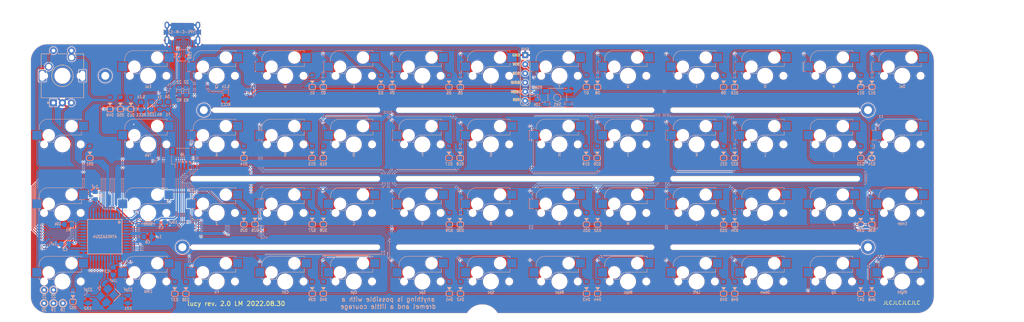
<source format=kicad_pcb>
(kicad_pcb (version 20211014) (generator pcbnew)
  (layers (0 "F.Cu" signal) (31 "B.Cu" signal) (34 "B.Paste" user) (35 "F.Paste" user) (36 "B.SilkS" user "B.Silkscreen") (37 "F.SilkS" user "F.Silkscreen") (38 "B.Mask" user) (39 "F.Mask" user) (44 "Edge.Cuts" user))
  (net 0 "")
  (net 1 "Net-(D1-Pad2)")
  (net 2 "Net-(D2-Pad2)")
  (net 3 "Net-(D3-Pad2)")
  (net 4 "Net-(D4-Pad2)")
  (net 5 "Net-(D5-Pad2)")
  (net 6 "Net-(D6-Pad2)")
  (net 7 "Net-(D7-Pad2)")
  (net 8 "Net-(D8-Pad2)")
  (net 9 "Net-(D9-Pad2)")
  (net 10 "Net-(D10-Pad2)")
  (net 11 "Net-(D11-Pad2)")
  (net 12 "Net-(D12-Pad2)")
  (net 13 "Net-(D13-Pad2)")
  (net 14 "Net-(D14-Pad2)")
  (net 15 "Net-(D15-Pad2)")
  (net 16 "Net-(D16-Pad2)")
  (net 17 "Net-(D17-Pad2)")
  (net 18 "Net-(D18-Pad2)")
  (net 19 "Net-(D19-Pad2)")
  (net 20 "Net-(D20-Pad2)")
  (net 21 "Net-(D21-Pad2)")
  (net 22 "Net-(D22-Pad2)")
  (net 23 "Net-(D23-Pad2)")
  (net 24 "Net-(D24-Pad2)")
  (net 25 "Net-(D25-Pad2)")
  (net 26 "Net-(D26-Pad2)")
  (net 27 "Net-(D27-Pad2)")
  (net 28 "Net-(D28-Pad2)")
  (net 29 "Net-(D29-Pad2)")
  (net 30 "Net-(D30-Pad2)")
  (net 31 "Net-(D31-Pad2)")
  (net 32 "Net-(D32-Pad2)")
  (net 33 "Net-(D33-Pad2)")
  (net 34 "Net-(D34-Pad2)")
  (net 35 "Net-(D35-Pad2)")
  (net 36 "Net-(D36-Pad2)")
  (net 37 "Net-(D37-Pad2)")
  (net 38 "Net-(D38-Pad2)")
  (net 39 "Net-(D39-Pad2)")
  (net 40 "Net-(D40-Pad2)")
  (net 41 "Net-(D41-Pad2)")
  (net 42 "Net-(D42-Pad2)")
  (net 43 "Net-(D43-Pad2)")
  (net 44 "Net-(D44-Pad2)")
  (net 45 "Net-(D45-Pad2)")
  (net 46 "Net-(D46-Pad2)")
  (net 47 "Net-(D47-Pad2)")
  (net 48 "Net-(D48-Pad2)")
  (net 49 "VCC")
  (net 50 "Net-(C6-Pad1)")
  (net 51 "XTAL1")
  (net 52 "XTAL2")
  (net 53 "row0")
  (net 54 "row1")
  (net 55 "row2")
  (net 56 "row3")
  (net 57 "D-")
  (net 58 "D+")
  (net 59 "col0")
  (net 60 "col1")
  (net 61 "col2")
  (net 62 "col3")
  (net 63 "col4")
  (net 64 "col5")
  (net 65 "col6")
  (net 66 "col7")
  (net 67 "col8")
  (net 68 "col9")
  (net 69 "col10")
  (net 70 "col11")
  (net 71 "Net-(R1-Pad2)")
  (net 72 "VBUS")
  (net 73 "Net-(J1-PadB5)")
  (net 74 "Net-(J1-PadA5)")
  (net 75 "ISP_Reset")
  (net 76 "Net-(D52-Pad2)")
  (net 77 "col12")
  (net 78 "GND")
  (net 79 "Net-(LED1-Pad2)")
  (net 80 "DBUS-")
  (net 81 "DBUS+")
  (net 82 "enc0a")
  (net 83 "enc0b")
  (net 84 "Net-(D49-Pad2)")
  (net 85 "Net-(D50-Pad2)")
  (net 86 "Net-(D51-Pad2)")
  (net 91 "Net-(J3-Pad1)")
  (net 92 "Net-(J4-Pad1)")
  (net 93 "Net-(J5-Pad1)")
  (net 94 "Net-(J6-Pad1)")
  (net 95 "Net-(J7-Pad1)")
  (footprint "MX_Only:MXOnly-1U-Hotswap" (layer "F.Cu") (at 124.990225 53.19395)
    (fp_text reference "K3")
    (fp_text value "KEYSW")
  )
  (footprint "MX_Only:MXOnly-1U-Hotswap" (layer "F.Cu") (at 201.190225 53.19395)
    (fp_text reference "K7")
    (fp_text value "KEYSW")
  )
  (footprint "MX_Only:MXOnly-1U-Hotswap" (layer "F.Cu") (at 182.140225 53.19395)
    (fp_text reference "K6")
    (fp_text value "KEYSW")
  )
  (footprint "MX_Only:MXOnly-1U-Hotswap" (layer "F.Cu") (at 163.090225 53.19395)
    (fp_text reference "K5")
    (fp_text value "KEYSW")
  )
  (footprint "MX_Only:MXOnly-1U-Hotswap" (layer "F.Cu") (at 86.890225 53.19395)
    (fp_text reference "K1")
    (fp_text value "KEYSW")
  )
  (footprint "MX_Only:MXOnly-1U-Hotswap" (layer "F.Cu") (at 220.240225 53.19395)
    (fp_text reference "K8")
    (fp_text value "KEYSW")
  )
  (footprint "MX_Only:MXOnly-1U-Hotswap" (layer "F.Cu") (at 239.290225 53.19395)
    (fp_text reference "K9")
    (fp_text value "KEYSW")
  )
  (footprint "MX_Only:MXOnly-1U-Hotswap" (layer "F.Cu") (at 86.890225 72.24395)
    (fp_text reference "K13")
    (fp_text value "KEYSW")
  )
  (footprint "MX_Only:MXOnly-1U-Hotswap" (layer "F.Cu") (at 105.940225 72.24395)
    (fp_text reference "K14")
    (fp_text value "KEYSW")
  )
  (footprint "MX_Only:MXOnly-1U-Hotswap" (layer "F.Cu") (at 144.045399 72.24395)
    (fp_text reference "K16")
    (fp_text value "KEYSW")
  )
  (footprint "MX_Only:MXOnly-1U-Hotswap" (layer "F.Cu") (at 277.390225 53.19395)
    (fp_text reference locked "K11")
    (fp_text value "KEYSW")
  )
  (footprint "MX_Only:MXOnly-1U-Hotswap" (layer "F.Cu") (at 163.090225 72.24395)
    (fp_text reference "K17")
    (fp_text value "KEYSW")
  )
  (footprint "MX_Only:MXOnly-1U-Hotswap" (layer "F.Cu") (at 182.140225 72.24395)
    (fp_text reference "K18")
    (fp_text value "KEYSW")
  )
  (footprint "MX_Only:MXOnly-1U-Hotswap" (layer "F.Cu") (at 201.190225 72.24395)
    (fp_text reference "K19")
    (fp_text value "KEYSW")
  )
  (footprint "MX_Only:MXOnly-1U-Hotswap" (layer "F.Cu") (at 105.940225 110.34395)
    (fp_text reference "K38")
    (fp_text value "KEYSW")
  )
  (footprint "MX_Only:MXOnly-1U-Hotswap" (layer "F.Cu") (at 124.990225 110.34395)
    (fp_text reference "K39")
    (fp_text value "KEYSW")
  )
  (footprint "MX_Only:MXOnly-1U-Hotswap" (layer "F.Cu") (at 144.040225 110.34395)
    (fp_text reference locked "K40")
    (fp_text value "KEYSW")
  )
  (footprint "MX_Only:MXOnly-1U-Hotswap" (layer "F.Cu") (at 163.090225 110.34395)
    (fp_text reference locked "K41")
    (fp_text value "KEYSW")
  )
  (footprint "MX_Only:MXOnly-1U-Hotswap" (layer "F.Cu") (at 182.140225 110.34395)
    (fp_text reference "K42")
    (fp_text value "KEYSW")
  )
  (footprint "MX_Only:MXOnly-1U-Hotswap" (layer "F.Cu") (at 220.240225 110.34395)
    (fp_text reference "K44")
    (fp_text value "KEYSW")
  )
  (footprint "MX_Only:MXOnly-1U-Hotswap" (layer "F.Cu") (at 239.290225 110.34395)
    (fp_text reference "K45")
    (fp_text value "KEYSW")
  )
  (footprint "MX_Only:MXOnly-1U-Hotswap" (layer "F.Cu") (at 258.340225 110.34395)
    (fp_text reference "K46")
    (fp_text value "KEYSW")
  )
  (footprint "MX_Only:MXOnly-1U-Hotswap" (layer "F.Cu") (at 277.390225 110.34395)
    (fp_text reference "K47")
    (fp_text value "KEYSW")
  )
  (footprint "MX_Only:MXOnly-1U-Hotswap" (layer "F.Cu") (at 201.190225 110.34395)
    (fp_text reference "K43")
    (fp_text value "KEYSW")
  )
  (footprint "MX_Only:MXOnly-1U-Hotswap" (layer "F.Cu") (at 277.390225 91.29395)
    (fp_text reference locked "K35")
    (fp_text value "KEYSW")
  )
  (footprint "MX_Only:MXOnly-1U-Hotswap" (layer "F.Cu") (at 258.340225 91.29395)
    (fp_text reference "K34")
    (fp_text value "KEYSW")
  )
  (footprint "MX_Only:MXOnly-1U-Hotswap" (layer "F.Cu") (at 220.240225 91.29395)
    (fp_text reference "K32")
    (fp_text value "KEYSW")
  )
  (footprint "MX_Only:MXOnly-1U-Hotswap" (layer "F.Cu") (at 182.140225 91.29395)
    (fp_text reference "K30")
    (fp_text value "KEYSW")
  )
  (footprint "MX_Only:MXOnly-1U-Hotswap" (layer "F.Cu") (at 144.040225 91.29395)
    (fp_text reference "K28")
    (fp_text value "KEYSW")
  )
  (footprint "MX_Only:MXOnly-1U-Hotswap" (layer "F.Cu") (at 86.890225 91.29395)
    (fp_text reference "K25")
    (fp_text value "KEYSW")
  )
  (footprint "MX_Only:MXOnly-1U-Hotswap" (layer "F.Cu") (at 163.090225 91.29395)
    (fp_text reference "K29")
    (fp_text value "KEYSW")
  )
  (footprint "MX_Only:MXOnly-1U-Hotswap" (layer "F.Cu") (at 296.440225 72.24395)
    (fp_text reference "K24")
    (fp_text value "KEYSW")
  )
  (footprint "MX_Only:MXOnly-1U-Hotswap" (layer "F.Cu") (at 124.990225 91.29395)
    (fp_text reference "K27")
    (fp_text value "KEYSW")
  )
  (footprint "MX_Only:MXOnly-1U-Hotswap" (layer "F.Cu") (at 105.940225 91.29395)
    (fp_text reference "K26")
    (fp_text value "KEYSW")
  )
  (footprint "MX_Only:MXOnly-1U-Hotswap" (layer "F.Cu") (at 258.340225 72.24395)
    (fp_text reference locked "K22")
    (fp_text value "KEYSW")
  )
  (footprint "MX_Only:MXOnly-1U-Hotswap" (layer "F.Cu") (at 239.290225 72.24395)
    (fp_text reference "K21")
    (fp_text value "KEYSW")
  )
  (footprint "MX_Only:MXOnly-1U-Hotswap" (layer "F.Cu") (at 277.390225 72.24395)
    (fp_text reference "K23")
    (fp_text value "KEYSW")
  )
  (footprint "MX_Only:MXOnly-1U-Hotswap" (layer "F.Cu") (at 296.440225 110.34395)
    (fp_text reference "K48")
    (fp_text value "KEYSW")
  )
  (footprint "MX_Only:MXOnly-1U-Hotswap" (layer "F.Cu") (at 296.440225 91.29395)
    (fp_text reference "K36")
    (fp_text value "KEYSW")
  )
  (footprint "MX_Only:MXOnly-1U-Hotswap" (layer "F.Cu") (at 296.440225 53.19395)
    (fp_text reference "K12")
    (fp_text value "KEYSW")
  )
  (footprint "Keebio-Parts:RotaryEncoder_EC11" (layer "F.Cu") (at 63.077713 53.193958 90)
    (fp_text reference "SW2")
    (fp_text value "Rotary_Encoder_Switch")
  )
  (footprint "MX_Only:MXOnly-1U-Hotswap" (layer "F.Cu") (at 105.940225 53.19395)
    (fp_text reference "K2")
    (fp_text value "KEYSW")
  )
  (footprint "MX_Only:MXOnly-1U-Hotswap" (layer "F.Cu") (at 144.040225 53.19395)
    (fp_text reference "K4")
    (fp_text value "KEYSW")
  )
  (footprint "MX_Only:MXOnly-1U-Hotswap" (layer "F.Cu") (at 63.077713 110.344006)
    (fp_text reference "K52")
    (fp_text value "KEYSW")
  )
  (footprint "MX_Only:MXOnly-1U-Hotswap" (layer "F.Cu") (at 63.077713 72.243974)
    (fp_text reference "K50")
    (fp_text value "KEYSW")
  )
  (footprint "MX_Only:MXOnly-1U-Hotswap" (layer "F.Cu") (at 63.077713 91.29399)
    (fp_text reference "K51")
    (fp_text value "KEYSW")
  )
  (footprint "MX_Only:MXOnly-1U-Hotswap" (layer "F.Cu") (at 201.190225 91.29395)
    (fp_text reference "K31")
    (fp_text value "KEYSW")
  )
  (footprint "MX_Only:MXOnly-1U-Hotswap" (layer "F.Cu") (at 239.290225 91.29395)
    (fp_text reference "K33")
    (fp_text value "KEYSW")
  )
  (footprint "MX_Only:MXOnly-1U-Hotswap" (layer "F.Cu") (at 86.890225 110.34395)
    (fp_text reference "K37")
    (fp_text value "KEYSW")
  )
  (footprint "MX_Only:MXOnly-1U-Hotswap" (layer "F.Cu") (at 258.340225 53.19395)
    (fp_text reference "K10")
    (fp_text value "KEYSW")
  )
  (footprint "MX_Only:MXOnly-1U-Hotswap" (layer "F.Cu") (at 124.990225 72.24395)
    (fp_text reference "K15")
    (fp_text value "KEYSW")
  )
  (footprint "MX_Only:MXOnly-1U-Hotswap" (layer "F.Cu") (at 220.240225 72.24395)
    (fp_text reference "K20")
    (fp_text value "KEYSW")
  )
  (footprint "MountingHole:MountingHole_2.2mm_M2_DIN965_Pad" (layer "F.Cu") (at 74.983973 53.19395)
    (fp_text reference "H1")
    (fp_text value "MountingHole")
  )
  (footprint "MountingHole:MountingHole_2.2mm_M2_DIN965_Pad" (layer "F.Cu") (at 286.915393 62.718958)
    (fp_text reference "H4")
    (fp_text value "MountingHole")
  )
  (footprint "MountingHole:MountingHole_2.2mm_M2_DIN965_Pad" (layer "F.Cu") (at 286.915393 100.81899)
    (fp_text reference "H3")
    (fp_text value "MountingHole")
  )
  (footprint "MountingHole:MountingHole_2.2mm_M2_DIN965_Pad" (layer "F.Cu") (at 96.415233 100.81899)
    (fp_text reference "H2")
    (fp_text value "MountingHole")
  )
  (footprint "MountingHole:MountingHole_2.2mm_M2_DIN965_Pad" (layer "F.Cu") (at 102.368363 62.718958)
    (fp_text reference "H5")
    (fp_text value "MountingHole")
  )
  (footprint "MX_Only:MXOnly-1U-NoLED" (layer "F.Cu") (at 63.077713 53.193958)
    (fp_text reference "K49")
    (fp_text value "KEYSW")
  )
  (footprint "Capacitor_SMD:C_0805_2012Metric_Pad1.18x1.45mm_HandSolder" (layer "B.Cu") (at 72.2 86.46895 90)
    (fp_text reference "C1")
    (fp_text value ".1uF")
  )
  (footprint "Keeb_footprints:D_SOD-123_modified" (layer "B.Cu") (at 116.590225 92.79395 90)
    (fp_text reference "D26")
    (fp_text value "D")
  )
  (footprint "Keeb_footprints:D_SOD-123_modified" (layer "B.Cu") (at 208.590225 74.39395 90)
    (fp_text reference "D19")
    (fp_text value "D")
  )
  (footprint "Keeb_footprints:D_SOD-123_modified" (layer "B.Cu") (at 170.490225 74.39395 90)
    (fp_text reference "D17")
    (fp_text value "D")
  )
  (footprint "Keeb_footprints:D_SOD-123_modified" (layer "B.Cu") (at 135.581415 74.39395 90)
    (fp_text reference "D16")
    (fp_text value "D")
  )
  (footprint "Keeb_footprints:D_SOD-123_modified" (layer "B.Cu") (at 113.490225 74.39395 90)
    (fp_text reference "D14")
    (fp_text value "D")
  )
  (footprint "Keeb_footprints:D_SOD-123_modified" (layer "B.Cu") (at 284.890625 54.65625 90)
    (fp_text reference "D11")
    (fp_text value "D")
  )
  (footprint "Keeb_footprints:D_SOD-123_modified" (layer "B.Cu") (at 249.881415 54.65625 90)
    (fp_text reference "D10")
    (fp_text value "D")
  )
  (footprint "Keeb_footprints:D_SOD-123_modified" (layer "B.Cu") (at 211.781415 54.65625 90)
    (fp_text reference "D8")
    (fp_text value "D")
  )
  (footprint "Keeb_footprints:D_SOD-123_modified" (layer "B.Cu") (at 208.681415 54.65625 90)
    (fp_text reference "D7")
    (fp_text value "D")
  )
  (footprint "Keeb_footprints:D_SOD-123_modified" (layer "B.Cu") (at 173.651789 54.683377 90)
    (fp_text reference "D6")
    (fp_text value "D")
  )
  (footprint "Keeb_footprints:D_SOD-123_modified" (layer "B.Cu") (at 170.476789 54.683377 90)
    (fp_text reference "D5")
    (fp_text value "D")
  )
  (footprint "Keeb_footprints:D_SOD-123_modified" (layer "B.Cu") (at 154.751789 54.65625 90)
    (fp_text reference "D4")
    (fp_text value "D")
  )
  (footprint "Keeb_footprints:D_SOD-123_modified" (layer "B.Cu") (at 287.990625 112.1 90)
    (fp_text reference "D48")
    (fp_text value "D")
  )
  (footprint "Keeb_footprints:D_SOD-123_modified" (layer "B.Cu") (at 284.890625 112.1 90)
    (fp_text reference "D47")
    (fp_text value "D")
  )
  (footprint "Keeb_footprints:D_SOD-123_modified" (layer "B.Cu") (at 249.890625 112.063123 90)
    (fp_text reference "D46")
    (fp_text value "D")
  )
  (footprint "Keeb_footprints:D_SOD-123_modified" (layer "B.Cu") (at 246.790625 112.05625 90)
    (fp_text reference "D45")
    (fp_text value "D")
  )
  (footprint "Keeb_footprints:D_SOD-123_modified" (layer "B.Cu") (at 211.783999 112.05625 90)
    (fp_text reference "D44")
    (fp_text value "D")
  )
  (footprint "Keeb_footprints:D_SOD-123_modified" (layer "B.Cu") (at 208.7 112.05625 90)
    (fp_text reference "D43")
    (fp_text value "D")
  )
  (footprint "Keeb_footprints:D_SOD-123_modified" (layer "B.Cu") (at 211.790625 92.85625 90)
    (fp_text reference "D32")
    (fp_text value "D")
  )
  (footprint "Keeb_footprints:D_SOD-123_modified" (layer "B.Cu") (at 284.890625 74.39395 90)
    (fp_text reference "D23")
    (fp_text value "D")
  )
  (footprint "Keeb_footprints:D_SOD-123_modified" (layer "B.Cu") (at 208.690625 92.85625 90)
    (fp_text reference "D31")
    (fp_text value "D")
  )
  (footprint "Keeb_footprints:D_SOD-123_modified" (layer "B.Cu") (at 170.585999 92.85625 90)
    (fp_text reference "D29")
    (fp_text value "D")
  )
  (footprint "Keeb_footprints:D_SOD-123_modified" (layer "B.Cu") (at 132.490225 92.79395 90)
    (fp_text reference "D27")
    (fp_text value "D")
  )
  (footprint "Keeb_footprints:D_SOD-123_modified" (layer "B.Cu") (at 287.990625 74.39395 90)
    (fp_text reference "D24")
    (fp_text value "D")
  )
  (footprint "Keeb_footprints:D_SOD-123_modified" (layer "B.Cu") (at 284.890625 92.85625 90)
    (fp_text reference "D35")
    (fp_text value "D")
  )
  (footprint "Keeb_footprints:D_SOD-123_modified" (layer "B.Cu") (at 249.890625 92.85625 90)
    (fp_text reference "D34")
    (fp_text value "D")
  )
  (footprint "Keeb_footprints:D_SOD-123_modified" (layer "B.Cu") (at 246.790625 92.85625 90)
    (fp_text reference "D33")
    (fp_text value "D")
  )
  (footprint "Keeb_footprints:D_SOD-123_modified" (layer "B.Cu") (at 173.690625 112.05625 90)
    (fp_text reference "D42")
    (fp_text value "D")
  )
  (footprint "Keeb_footprints:D_SOD-123_modified" (layer "B.Cu") (at 151.576789 54.65625 90)
    (fp_text reference "D3")
    (fp_text value "D")
  )
  (footprint "Keeb_footprints:D_SOD-123_modified" (layer "B.Cu") (at 211.690225 74.39395 90)
    (fp_text reference "D20")
    (fp_text value "D")
  )
  (footprint "Keeb_footprints:ICSP-Header_small_pins" (layer "B.Cu") (at 191.665313 47.44395 180)
    (fp_text reference "J2" hide)
    (fp_text value "AVR-ISP-6_mod")
  )
  (footprint "Keeb_footprints:D_SOD-123_modified" (layer "B.Cu") (at 287.990625 54.65625 90)
    (fp_text reference "D12")
    (fp_text value "D")
  )
  (footprint "Keeb_footprints:D_SOD-123_modified" (layer "B.Cu") (at 66 114.3 90)
    (fp_text reference "D52")
    (fp_text value "D")
  )
  (footprint "Keeb_footprints:D_SOD-123_modified" (layer "B.Cu") (at 79.2 60.79395 90)
    (fp_text reference "D50")
    (fp_text value "D")
  )
  (footprint "Keeb_footprints:D_SOD-123_modified" (layer "B.Cu") (at 70.7 74.39395 90)
    (fp_text reference "D51")
    (fp_text value "D")
  )
  (footprint "random-keyboard-parts:SKQG-1155865" (layer "B.Cu") (at 200.590225 59.29395)
    (fp_text reference "SW1")
    (fp_text value "SW_PUSH")
  )
  (footprint "Keebio-Parts:ATMEGA32U4-AU" (layer "B.Cu") (at 74.865225 97.86895 180)
    (fp_text reference "U1")
    (fp_text value "ATMEGA32U4")
  )
  (footprint "Capacitor_SMD:C_0805_2012Metric_Pad1.18x1.45mm_HandSolder" (layer "B.Cu") (at 77.165225 107.46895 -90)
    (fp_text reference "C3")
    (fp_text value ".1uF")
  )
  (footprint "Capacitor_SMD:C_0805_2012Metric_Pad1.18x1.45mm_HandSolder" (layer "B.Cu") (at 70.165225 115.26895 -90)
    (fp_text reference "CX2")
    (fp_text value "22pF")
  )
  (footprint "Capacitor_SMD:C_0805_2012Metric_Pad1.18x1.45mm_HandSolder" (layer "B.Cu") (at 81.265225 115.26895 -90)
    (fp_text reference "CX1")
    (fp_text value "22pF")
  )
  (footprint "Crystal:Crystal_SMD_3225-4Pin_3.2x2.5mm_HandSoldering" (layer "B.Cu") (at 75.465225 114.26895 -135)
    (fp_text reference "Y1")
    (fp_text value "16MHz")
  )
  (footprint "Fuse:Fuse_0805_2012Metric_Pad1.15x1.40mm_HandSolder" (layer "B.Cu") (at 92.390225 61.49395 90)
    (fp_text reference "F1")
    (fp_text value ".5A")
  )
  (footprint "Keeb_footprints:TYPE-C-31-M-12" (layer "B.Cu") (at 96.415217 44.81645)
    (fp_text reference "J1")
    (fp_text value "TYPE-C-31-M12_13")
  )
  (footprint "Resistor_SMD:R_0805_2012Metric_Pad1.15x1.40mm_HandSolder" (layer "B.Cu") (at 97.490625 57.49395 90)
    (fp_text reference "R3")
    (fp_text value "22")
  )
  (footprint "Resistor_SMD:R_0805_2012Metric_Pad1.15x1.40mm_HandSolder" (layer "B.Cu") (at 84.940225 61.54395 90)
    (fp_text reference "RCC1")
    (fp_text value "5.1k")
  )
  (footprint "Resistor_SMD:R_0805_2012Metric_Pad1.15x1.40mm_HandSolder" (layer "B.Cu") (at 90.090225 61.49395 -90)
    (fp_text reference "R4")
    (fp_text value "1k")
  )
  (footprint "LED_SMD:LED_0805_2012Metric_Pad1.15x1.40mm_HandSolder" (layer "B.Cu") (at 87.790225 61.49395 90)
    (fp_text reference "LED1")
    (fp_text value "LED")
  )
  (footprint "Keeb_footprints:D_SOD-123_modified" (layer "B.Cu") (at 135.590625 112.05625 90)
    (fp_text reference "D40")
    (fp_text value "D")
  )
  (footprint "Keeb_footprints:D_SOD-123_modified" (layer "B.Cu") (at 132.490625 112.063123 90)
    (fp_text reference "D39")
    (fp_text value "D")
  )
  (footprint "Capacitor_SMD:C_0805_2012Metric_Pad1.18x1.45mm_HandSolder" (layer "B.Cu") (at 63.8 99.9 180)
    (fp_text reference "C2")
    (fp_text value ".1uF")
  )
  (footprint "Resistor_SMD:R_0805_2012Metric_Pad1.15x1.40mm_HandSolder" (layer "B.Cu") (at 95.490625 57.49395 90)
    (fp_text reference "R2")
    (fp_text value "22")
  )
  (footprint "Capacitor_SMD:C_0805_2012Metric_Pad1.18x1.45mm_HandSolder" (layer "B.Cu") (at 90.45 93.85)
    (fp_text reference "C5")
    (fp_text value "10uF")
  )
  (footprint "Capacitor_SMD:C_0805_2012Metric_Pad1.18x1.45mm_HandSolder" (layer "B.Cu") (at 86.765225 97.9)
    (fp_text reference "C6")
    (fp_text value "1uF")
  )
  (footprint "Resistor_SMD:R_0805_2012Metric_Pad1.15x1.40mm_HandSolder" (layer "B.Cu") (at 64.665225 94.5)
    (fp_text reference "R1")
    (fp_text value "10k")
  )
  (footprint "Keeb_footprints:D_SOD-123_modified" (layer "B.Cu") (at 82.090225 60.79395 90)
    (fp_text reference "D13")
    (fp_text value "D")
  )
  (footprint "Keeb_footprints:D_SOD-123_modified" (layer "B.Cu") (at 94.290225 112.09395 90)
    (fp_text reference "D37")
    (fp_text value "D")
  )
  (footprint "Keeb_footprints:D_SOD-123_modified" (layer "B.Cu") (at 97.390225 112.09395 90)
    (fp_text reference "D38")
    (fp_text value "D")
  )
  (footprint "Keeb_footprints:D_SOD-123_modified" (layer "B.Cu") (at 170.590625 112.05625 90)
    (fp_text reference "D41")
    (fp_text value "D")
  )
  (footprint "Keeb_footprints:D_SOD-123_modified" (layer "B.Cu") (at 135.590225 92.79395 90)
    (fp_text reference "D28")
    (fp_text value "D")
  )
  (footprint "Keeb_footprints:D_SOD-123_modified" (layer "B.Cu") (at 173.65 92.85625 90)
    (fp_text reference "D30")
    (fp_text value "D")
  )
  (footprint "Keeb_footprints:D_SOD-123_modified" (layer "B.Cu") (at 287.990625 92.85625 90)
    (fp_text reference "D36")
    (fp_text value "D")
  )
  (footprint "Keeb_footprints:D_SOD-123_modified" (layer "B.Cu") (at 113.490225 92.79395 90)
    (fp_text reference "D25")
    (fp_text value "D")
  )
  (footprint "Keeb_footprints:D_SOD-123_modified" (layer "B.Cu") (at 135.581415 54.65625 90)
    (fp_text reference "D2")
    (fp_text value "D")
  )
  (footprint "Keeb_footprints:D_SOD-123_modified" (layer "B.Cu") (at 76.3 60.79395 90)
    (fp_text reference "D49")
    (fp_text value "D")
  )
  (footprint "Keeb_footprints:D_SOD-123_modified" (layer "B.Cu") (at 246.781415 54.65625 90)
    (fp_text reference "D9")
    (fp_text value "D")
  )
  (footprint "Keeb_footprints:D_SOD-123_modified" (layer "B.Cu") (at 132.490625 54.64995 90)
    (fp_text reference "D1")
    (fp_text value "D")
  )
  (footprint "Resistor_SMD:R_0805_2012Metric_Pad1.15x1.40mm_HandSolder" (layer "B.Cu") (at 194.990225 58.79395 90)
    (fp_text reference "RSW1")
    (fp_text value "10k")
  )
  (footprint "Keeb_footprints:D_SOD-123_modified" (layer "B.Cu") (at 249.881415 74.39395 90)
    (fp_text reference "D22")
    (fp_text value "D")
  )
  (footprint "Keeb_footprints:D_SOD-123_modified" (layer "B.Cu") (at 246.781415 74.39395 90)
    (fp_text reference "D21")
    (fp_text value "D")
  )
  (footprint "Keeb_footprints:D_SOD-123_modified" (layer "B.Cu") (at 173.590225 74.39395 90)
    (fp_text reference "D18")
    (fp_text value "D")
  )
  (footprint "Keeb_footprints:D_SOD-123_modified" (layer "B.Cu") (at 132.431415 74.39395 90)
    (fp_text reference "D15")
    (fp_text value "D")
  )
  (footprint "Resistor_SMD:R_0805_2012Metric_Pad1.15x1.40mm_HandSolder" (layer "B.Cu") (at 108.465225 58.66895 90)
    (fp_text reference "RCC2")
    (fp_text value "5.1k")
  )
  (footprint "Keebio-Parts:SOT-143B" (layer "B.Cu") (at 96.490625 47.49395 -90)
    (fp_text reference "U2")
    (fp_text value "PRTR5V0U2X" hide)
  )
  (footprint "TestPoint:TestPoint_Keystone_5000-5004_Miniature" (layer "B.Cu") (at 58 116.4 180)
    (fp_text reference "J5")
    (fp_text value "Conn_01x01")
  )
  (footprint "TestPoint:TestPoint_Keystone_5000-5004_Miniature" (layer "B.Cu") (at 60.6 116.4 180)
    (fp_text reference "J4")
    (fp_text value "Conn_01x01")
  )
  (footprint "TestPoint:TestPoint_Keystone_5000-5004_Miniature" (layer "B.Cu") (at 63.2 116.4 180)
    (fp_text reference "J3")
    (fp_text value "Conn_01x01")
  )
  (footprint "TestPoint:TestPoint_Keystone_5000-5004_Miniature" (layer "B.Cu") (at 58 112.7 180)
    (fp_text reference "J6")
    (fp_text value "Conn_01x01")
  )
  (footprint "TestPoint:TestPoint_Keystone_5000-5004_Miniature" (layer "B.Cu") (at 60.6 112.7 180)
    (fp_text reference "J7")
    (fp_text value "Conn_01x01")
  )
  (footprint "Connector_JST:JST_SH_SM04B-SRSS-TB_1x04-1MP_P1.00mm_Horizontal" (layer "B.Cu") (at 96.490225 75.99395)
    (fp_text reference "J8")
    (fp_text value "4PIN")
  )
  (gr_line (start 91.057416 43.668942) (end 91.057416 38.608805) (layer "Edge.Cuts") (width 0.05))
  (gr_arc (start 300.6076 44.264255) (mid 303.975206 45.659162) (end 305.370104 49.026759) (layer "Edge.Cuts") (width 0.05))
  (gr_line (start 150.588667 81.173661) (end 99.391798 81.173661) (layer "Edge.Cuts") (width 0.05))
  (gr_arc (start 226.788731 81.173661) (mid 227.384093 81.768974) (end 226.788731 82.364287) (layer "Edge.Cuts") (width 0.05))
  (gr_line (start 226.788731 100.223677) (end 156.541895 100.223677) (layer "Edge.Cuts") (width 0.05))
  (gr_line (start 156.541846 62.123687) (end 226.788731 62.123603) (layer "Edge.Cuts") (width 0.05))
  (gr_line (start 232.741959 62.123687) (end 283.938722 62.123645) (layer "Edge.Cuts") (width 0.05))
  (gr_line (start 232.741959 100.223719) (end 283.938847 100.223677) (layer "Edge.Cuts") (width 0.05))
  (gr_arc (start 305.370104 114.511189) (mid 303.975203 117.878799) (end 300.6076 119.273693) (layer "Edge.Cuts") (width 0.05))
  (gr_line (start 175.591879 119.273693) (end 58.910522 119.273693) (layer "Edge.Cuts") (width 0.05))
  (gr_arc (start 283.938795 81.173635) (mid 284.534141 81.768974) (end 283.938795 82.364261) (layer "Edge.Cuts") (width 0.05))
  (gr_arc (start 54.148018 49.026759) (mid 55.542924 45.659162) (end 58.910522 44.264255) (layer "Edge.Cuts") (width 0.05))
  (gr_line (start 305.370104 49.026759) (end 305.370104 114.511189) (layer "Edge.Cuts") (width 0.05))
  (gr_arc (start 156.541846 63.314313) (mid 155.946484 62.719) (end 156.541846 62.123687) (layer "Edge.Cuts") (width 0.05))
  (gr_arc (start 232.74191 82.364329) (mid 232.146548 81.769016) (end 232.74191 81.173703) (layer "Edge.Cuts") (width 0.05))
  (gr_line (start 283.938795 82.364261) (end 232.74191 82.364329) (layer "Edge.Cuts") (width 0.05))
  (gr_line (start 105.344913 62.123603) (end 150.588667 62.123645) (layer "Edge.Cuts") (width 0.05))
  (gr_arc (start 58.910522 119.273693) (mid 55.542905 117.878799) (end 54.148018 114.511189) (layer "Edge.Cuts") (width 0.05))
  (gr_line (start 232.74191 81.173703) (end 283.938795 81.173635) (layer "Edge.Cuts") (width 0.05))
  (gr_line (start 105.344913 63.314229) (end 150.588667 63.314271) (layer "Edge.Cuts") (width 0.05))
  (gr_line (start 283.938722 63.314271) (end 232.741959 63.314313) (layer "Edge.Cuts") (width 0.05))
  (gr_line (start 226.788731 63.314229) (end 156.541846 63.314313) (layer "Edge.Cuts") (width 0.05))
  (gr_line (start 183.926259 119.273693) (end 300.6076 119.273693) (layer "Edge.Cuts") (width 0.05))
  (gr_arc (start 102.368363 44.26427) (mid 101.947414 44.089907) (end 101.773051 43.668958) (layer "Edge.Cuts") (width 0.05))
  (gr_arc (start 156.541895 101.414303) (mid 155.946533 100.81899) (end 156.541895 100.223677) (layer "Edge.Cuts") (width 0.05))
  (gr_line (start 300.6076 44.264255) (end 102.368363 44.26427) (layer "Edge.Cuts") (width 0.05))
  (gr_arc (start 150.588667 62.123645) (mid 151.184029 62.718958) (end 150.588667 63.314271) (layer "Edge.Cuts") (width 0.05))
  (gr_arc (start 150.588667 100.223635) (mid 151.184029 100.818948) (end 150.588667 101.414261) (layer "Edge.Cuts") (width 0.05))
  (gr_line (start 91.652729 38.013494) (end 101.177738 38.013494) (layer "Edge.Cuts") (width 0.05))
  (gr_line (start 150.588667 100.223635) (end 99.391794 100.223677) (layer "Edge.Cuts") (width 0.05))
  (gr_arc (start 232.741959 101.414345) (mid 232.146597 100.819032) (end 232.741959 100.223719) (layer "Edge.Cuts") (width 0.05))
  (gr_line (start 99.391798 82.364287) (end 150.588667 82.364287) (layer "Edge.Cuts") (width 0.05))
  (gr_arc (start 156.541895 82.364287) (mid 155.946533 81.768974) (end 156.541895 81.173661) (layer "Edge.Cuts") (width 0.05))
  (gr_arc (start 175.591879 119.273693) (mid 179.759069 116.855379) (end 183.926259 119.273693) (layer "Edge.Cuts") (width 0.05))
  (gr_line (start 283.938847 101.414303) (end 232.741959 101.414345) (layer "Edge.Cuts") (width 0.05))
  (gr_arc (start 105.344913 63.314229) (mid 104.749623 62.7189) (end 105.344913 62.123603) (layer "Edge.Cuts") (width 0.05))
  (gr_arc (start 283.938722 62.123645) (mid 284.534149 62.719) (end 283.938722 63.314271) (layer "Edge.Cuts") (width 0.05))
  (gr_line (start 54.148018 114.511189) (end 54.148018 49.026759) (layer "Edge.Cuts") (width 0.05))
  (gr_line (start 101.77305 38.608806) (end 101.77305 43.668958) (layer "Edge.Cuts") (width 0.05))
  (gr_arc (start 101.177738 38.013494) (mid 101.598687 38.187857) (end 101.77305 38.608806) (layer "Edge.Cuts") (width 0.05))
  (gr_arc (start 283.938847 100.223677) (mid 284.534149 100.819) (end 283.938847 101.414303) (layer "Edge.Cuts") (width 0.05))
  (gr_line (start 226.788731 82.364287) (end 156.541895 82.364287) (layer "Edge.Cuts") (width 0.05))
  (gr_line (start 99.391794 101.414303) (end 150.588667 101.414261) (layer "Edge.Cuts") (width 0.05))
  (gr_line (start 156.541895 101.414303) (end 226.788731 101.414303) (layer "Edge.Cuts") (width 0.05))
  (gr_arc (start 150.588667 81.173661) (mid 151.184029 81.768974) (end 150.588667 82.364287) (layer "Edge.Cuts") (width 0.05))
  (gr_arc (start 226.788731 100.223677) (mid 227.384093 100.81899) (end 226.788731 101.414303) (layer "Edge.Cuts") (width 0.05))
  (gr_arc (start 91.057416 38.608806) (mid 91.231779 38.187857) (end 91.652728 38.013494) (layer "Edge.Cuts") (width 0.05))
  (gr_arc (start 99.391794 101.414303) (mid 98.796493 100.819) (end 99.391794 100.223677) (layer "Edge.Cuts") (width 0.05))
  (gr_arc (start 91.057416 43.668943) (mid 90.883053 44.089892) (end 90.462104 44.264255) (layer "Edge.Cuts") (width 0.05))
  (gr_arc (start 232.741959 63.314313) (mid 232.146597 62.719) (end 232.741959 62.123687) (layer "Edge.Cuts") (width 0.05))
  (gr_arc (start 226.788731 62.123603) (mid 227.384093 62.718916) (end 226.788731 63.314229) (layer "Edge.Cuts") (width 0.05))
  (gr_line (start 58.910522 44.264255) (end 90.462104 44.264255) (layer "Edge.Cuts") (width 0.05))
  (gr_arc (start 99.391798 82.364287) (mid 98.796478 81.769) (end 99.391798 81.173661) (layer "Edge.Cuts") (width 0.05))
  (gr_line (start 156.541895 81.173661) (end 226.788731 81.173661) (layer "Edge.Cuts") (width 0.05))
  (gr_text "B" (at 182.140313 94.270555) (layer "B.SilkS") (effects (font (size 0.8 0.7)) (justify mirror)))
  (gr_text "M" (at 220.240345 94.270555) (layer "B.SilkS") (effects (font (size 0.8 0.7)) (justify mirror)))
  (gr_text "R" (at 163.090297 56.170523) (layer "B.SilkS") (effects (font (size 0.8 0.7)) (justify mirror)))
  (gr_text "V" (at 163.090297 94.270555) (layer "B.SilkS") (effects (font (size 0.8 0.7)) (justify mirror)))
  (gr_text "anything is possible with a\ndremel and a little courage" (at 153.590225 116.29395) (layer "B.SilkS") (effects (font (size 1.25 1.25) (thickness 0.2)) (justify mirror)))
  (gr_text "F" (at 163.090297 75.220539) (layer "B.SilkS") (effects (font (size 0.8 0.7)) (justify mirror)))
  (gr_text "N" (at 201.190329 94.270555) (layer "B.SilkS") (effects (font (size 0.8 0.7)) (justify mirror)))
  (gr_text "D" (at 144.040281 75.220539) (layer "B.SilkS") (effects (font (size 0.8 0.7)) (justify mirror)))
  (gr_text "O" (at 258.340377 56.170523) (layer "B.SilkS") (effects (font (size 0.8 0.7)) (justify mirror)))
  (gr_text "Shift" (at 86.915698 94.4) (layer "B.SilkS") (effects (font (size 0.8 0.7)) (justify mirror)))
  (gr_text "Down" (at 258.340377 113.320571) (layer "B.SilkS") (effects (font (size 0.8 0.7)) (justify mirror)))
  (gr_text "J" (at 220.240345 75.220539) (layer "B.SilkS") (effects (font (size 0.8 0.7)) (justify mirror)))
  (gr_text "Right" (at 296.440409 113.320571) (layer "B.SilkS") (effects (font (size 0.8 0.7)) (justify mirror)))
  (gr_text "I" (at 239.290361 56.170523) (layer "B.SilkS") (effects (font (size 0.8 0.7)) (justify mirror)))
  (gr_text "G" (at 182.140313 75.220539) (layer "B.SilkS") (effects (font (size 0.8 0.7)) (justify mirror)))
  (gr_text ";" (at 277.390393 75.220539) (layer "B.SilkS") (effects (font (size 0.8 0.7)) (justify mirror)))
  (gr_text "E" (at 144.040281 56.170523) (layer "B.SilkS") (effects (font (size 0.8 0.7)) (justify mirror)))
  (gr_text "S" (at 124.990265 75.220539) (layer "B.SilkS") (effects (font (size 0.8 0.7)) (justify mirror)))
  (gr_text "U" (at 220.213553 56.112152) (layer "B.SilkS") (effects (font (size 0.8 0.7)) (justify mirror)))
  (gr_text "." (at 258.340377 94.270555) (layer "B.SilkS") (effects (font (size 0.8 0.7)) (justify mirror)))
  (gr_text "'" (at 296.440409 75.220539) (layer "B.SilkS") (effects (font (size 0.8 0.7)) (justify mirror)))
  (gr_text "Bspc" (at 201.190329 113.320571) (layer "B.SilkS") (effects (font (size 0.8 0.7)) (justify mirror)))
  (gr_text "/" (at 277.390393 94.270555) (layer "B.SilkS") (effects (font (size 0.8 0.7)) (justify mirror)))
  (gr_text "H" (at 201.190329 75.220539) (layer "B.SilkS") (effects (font (size 0.8 0.7)) (justify mirror)))
  (gr_text "Del" (at 296.440409 56.170523) (layer "B.SilkS") (effects (font (size 0.8 0.7)) (justify mirror)))
  (gr_text "A" (at 105.940249 75.220539) (layer "B.SilkS") (effects (font (size 0.8 0.7)) (justify mirror)))
  (gr_text "Cmd" (at 86.915698 113.10947) (layer "B.SilkS") (effects (font (size 0.8 0.7)) (justify mirror)))
  (gr_text "Spc" (at 163.090297 113.320571) (layer "B.SilkS") (effects (font (size 0.8 0.7)) (justify mirror)))
  (gr_text "Spc" (at 182.140313 113.320571) (layer "B.SilkS") (effects (font (size 0.8 0.7)) (justify mirror)))
  (gr_text "C" (at 144.040281 94.270555) (layer "B.SilkS") (effects (font (size 0.8 0.7)) (justify mirror)))
  (gr_text "Z" (at 105.940249 94.270555) (layer "B.SilkS") (effects (font (size 0.8 0.7)) (justify mirror)))
  (gr_text "P" (at 277.390393 56.306269) (layer "B.SilkS") (effects (font (size 0.8 0.7)) (justify mirror)))
  (gr_text "Opt" (at 144.040281 113.320571) (layer "B.SilkS") (effects (font (size 0.8 0.7)) (justify mirror)))
  (gr_text "L" (at 258.340377 75.220539) (layer "B.SilkS") (effects (font (size 0.8 0.7)) (justify mirror)))
  (gr_text "Fn" (at 105.940249 113.320571) (layer "B.SilkS") (effects (font (size 0.8 0.7)) (justify mirror)))
  (gr_text "W" (at 124.990265 56.170523) (layer "B.SilkS") (effects (font (size 0.8 0.7)) (justify mirror)))
  (gr_text "Ctrl" (at 124.990265 113.320571) (layer "B.SilkS") (effects (font (size 0.8 0.7)) (justify mirror)))
  (gr_text "T" (at 182.140313 56.170523) (layer "B.SilkS") (effects (font (size 0.8 0.7)) (justify mirror)))
  (gr_text "," (at 239.290361 94.270555) (layer "B.SilkS") (effects (font (size 0.8 0.7)) (justify mirror)))
  (gr_text "Up" (at 277.390393 113.320571) (layer "B.SilkS") (effects (font (size 0.8 0.7)) (justify mirror)))
  (gr_text "Esc" (at 86.890233 56.170523) (layer "B.SilkS") (effects (font (size 0.8 0.7)) (justify mirror)))
  (gr_text "Bspc" (at 220.240345 113.320571) (layer "B.SilkS") (effects (font (size 0.8 0.7)) (justify mirror)))
  (gr_text "Enter" (at 296.440409 94.270555) (layer "B.SilkS") (effects (font (size 0.8 0.7)) (justify mirror)))
  (gr_text "Q" (at 105.940249 56.170523) (layer "B.SilkS") (effects (font (size 1 1)) (justify mirror)))
  (gr_text "Tab" (at 86.890233 75.220539) (layer "B.SilkS") (effects (font (size 0.8 0.7)) (justify mirror)))
  (gr_text "Left" (at 239.290361 113.320571) (layer "B.SilkS") (effects (font (size 0.8 0.7)) (justify mirror)))
  (gr_text "K" (at 239.290361 75.220539) (layer "B.SilkS") (effects (font (size 0.8 0.7)) (justify mirror)))
  (gr_text "Y" (at 201.190329 56) (layer "B.SilkS") (effects (font (size 1 1)) (justify mirror)))
  (gr_text "X" (at 124.990265 94.270555) (layer "B.SilkS") (effects (font (size 0.8 0.7)) (justify mirror)))
  (gr_text "JLCJLCJLCJLC" (at 296.265225 116.26895) (layer "F.SilkS") (effects (font (size 1 1))))
  (gr_text "lucy rev. 2.0 LM 2022.08.30" (at 111.38288 116.5) (layer "F.SilkS") (effects (font (size 1.25 1.25) (thickness 0.2))))
  (segment (start 115.4283 56.89395) (end 115.911125 56.411125) (width 0.25) (layer "F.Cu") (net 1))
  (segment (start 91.735725 56.89395) (end 115.4283 56.89395) (width 0.25) (layer "F.Cu") (net 1))
  (segment (start 115.911125 55.66895) (end 115.911125 56.411125) (width 0.25) (layer "F.Cu") (net 1))
  (via (at 115.911125 55.66895) (size 0.65) (drill 0.35) (layers "F.Cu" "B.Cu") (net 1))
  (via (at 91.735725 56.89395) (size 0.65) (drill 0.35) (layers "F.Cu" "B.Cu") (net 1))
  (segment (start 92.732225 48.11395) (end 92.732225 50.73595) (width 0.25) (layer "B.Cu") (net 1))
  (segment (start 94.090225 54.53945) (end 91.735725 56.89395) (width 0.25) (layer "B.Cu") (net 1))
  (segment (start 129.369327 55.89395) (end 132.263328 52.99995) (width 0.25) (layer "B.Cu") (net 1))
  (segment (start 129.369327 55.89395) (end 117.309763 55.89395) (width 0.25) (layer "B.Cu") (net 1))
  (segment (start 116.136125 55.89395) (end 115.911125 55.66895) (width 0.25) (layer "B.Cu") (net 1))
  (segment (start 92.732225 50.73595) (end 94.090225 52.09395) (width 0.25) (layer "B.Cu") (net 1))
  (segment (start 94.090225 52.09395) (end 94.090225 54.53945) (width 0.25) (layer "B.Cu") (net 1))
  (segment (start 117.309763 55.89395) (end 116.136125 55.89395) (width 0.25) (layer "B.Cu") (net 1))
  (segment (start 132.263328 52.99995) (end 132.490625 52.99995) (width 0.25) (layer "B.Cu") (net 1))
  (segment (start 129.526529 56.27347) (end 131.3 54.5) (width 0.25) (layer "B.Cu") (net 2))
  (segment (start 111.782225 51.18595) (end 113.065225 52.46895) (width 0.25) (layer "B.Cu") (net 2))
  (segment (start 131.3 54.5) (end 134.087665 54.5) (width 0.25) (layer "B.Cu") (net 2))
  (segment (start 134.087665 54.5) (end 135.581415 53.00625) (width 0.25) (layer "B.Cu") (net 2))
  (segment (start 111.782225 48.11395) (end 111.782225 51.18595) (width 0.25) (layer "B.Cu") (net 2))
  (segment (start 114.169745 56.27347) (end 129.526529 56.27347) (width 0.25) (layer "B.Cu") (net 2))
  (segment (start 113.065225 55.16895) (end 114.169745 56.27347) (width 0.25) (layer "B.Cu") (net 2))
  (segment (start 113.065225 52.46895) (end 113.065225 55.16895) (width 0.25) (layer "B.Cu") (net 2))
  (segment (start 140.83577 46.23577) (end 145.4 50.8) (width 0.25) (layer "B.Cu") (net 3))
  (segment (start 130.832225 48.11395) (end 132.710405 46.23577) (width 0.25) (layer "B.Cu") (net 3))
  (segment (start 132.710405 46.23577) (end 140.83577 46.23577) (width 0.25) (layer "B.Cu") (net 3))
  (segment (start 145.4 50.8) (end 149.370539 50.8) (width 0.25) (layer "B.Cu") (net 3))
  (segment (start 149.370539 50.8) (end 151.576789 53.00625) (width 0.25) (layer "B.Cu") (net 3))
  (segment (start 154.751789 52.983514) (end 149.882225 48.11395) (width 0.25) (layer "B.Cu") (net 4))
  (segment (start 154.751789 53.00625) (end 154.751789 52.983514) (width 0.25) (layer "B.Cu") (net 4))
  (segment (start 168.932225 51.488813) (end 168.932225 48.11395) (width 0.25) (layer "B.Cu") (net 5))
  (segment (start 170.476789 53.033377) (end 168.932225 51.488813) (width 0.25) (layer "B.Cu") (net 5))
  (segment (start 172.86423 46.23577) (end 172.3 46.8) (width 0.25) (layer "B.Cu") (net 6))
  (segment (start 186.104045 46.23577) (end 172.86423 46.23577) (width 0.25) (layer "B.Cu") (net 6))
  (segment (start 172.3 46.8) (end 172.3 51.681588) (width 0.25) (layer "B.Cu") (net 6))
  (segment (start 187.982225 48.11395) (end 186.104045 46.23577) (width 0.25) (layer "B.Cu") (net 6))
  (segment (start 172.3 51.681588) (end 173.651789 53.033377) (width 0.25) (layer "B.Cu") (net 6))
  (segment (start 207.032225 48.11395) (end 207.032225 51.35706) (width 0.25) (layer "B.Cu") (net 7))
  (segment (start 207.032225 51.35706) (end 208.681415 53.00625) (width 0.25) (layer "B.Cu") (net 7))
  (segment (start 226.082225 48.11395) (end 224.207704 46.239429) (width 0.25) (layer "B.Cu") (net 8))
  (segment (start 224.207704 46.239429) (end 211.544746 46.239429) (width 0.25) (layer "B.Cu") (net 8))
  (segment (start 211.544746 46.239429) (end 210.8 46.984175) (width 0.25) (layer "B.Cu") (net 8))
  (segment (start 210.8 52.024835) (end 211.781415 53.00625) (width 0.25) (layer "B.Cu") (net 8))
  (segment (start 210.8 46.984175) (end 210.8 52.024835) (width 0.25) (layer "B.Cu") (net 8))
  (segment (start 245.132225 51.35706) (end 246.781415 53.00625) (width 0.25) (layer "B.Cu") (net 9))
  (segment (start 245.132225 48.11395) (end 245.132225 51.35706) (width 0.25) (layer "B.Cu") (net 9))
  (segment (start 248.8 47.203725) (end 248.8 51.924835) (width 0.25) (layer "B.Cu") (net 10))
  (segment (start 248.8 51.924835) (end 249.881415 53.00625) (width 0.25) (layer "B.Cu") (net 10))
  (segment (start 262.307704 46.239429) (end 249.764296 46.239429) (width 0.25) (layer "B.Cu") (net 10))
  (segment (start 249.764296 46.239429) (end 248.8 47.203725) (width 0.25) (layer "B.Cu") (net 10))
  (segment (start 264.182225 48.11395) (end 262.307704 46.239429) (width 0.25) (layer "B.Cu") (net 10))
  (segment (start 284.890625 53.00625) (end 283.232225 51.34785) (width 0.25) (layer "B.Cu") (net 11))
  (segment (start 283.232225 51.34785) (end 283.232225 48.11395) (width 0.25) (layer "B.Cu") (net 11))
  (segment (start 302.282225 48.11395) (end 300.407704 46.239429) (width 0.25) (layer "B.Cu") (net 12))
  (segment (start 286.890625 51.90625) (end 287.990625 53.00625) (width 0.25) (layer "B.Cu") (net 12))
  (segment (start 300.407704 46.239429) (end 287.707446 46.239429) (width 0.25) (layer "B.Cu") (net 12))
  (segment (start 287.707446 46.239429) (end 286.890625 47.05625) (width 0.25) (layer "B.Cu") (net 12))
  (segment (start 286.890625 47.05625) (end 286.890625 51.90625) (width 0.25) (layer "B.Cu") (net 12))
  (segment (start 82.090225 59.14395) (end 82.090225 60.132093) (width 0.25) (layer "B.Cu") (net 13))
  (segment (start 83.590225 63.516781) (end 85.167394 65.09395) (width 0.25) (layer "B.Cu") (net 13))
  (segment (start 83.590225 61.632093) (end 83.590225 63.516781) (width 0.25) (layer "B.Cu") (net 13))
  (segment (start 90.662225 65.09395) (end 92.732225 67.16395) (width 0.25) (layer "B.Cu") (net 13))
  (segment (start 82.090225 60.132093) (end 83.590225 61.632093) (width 0.25) (layer "B.Cu") (net 13))
  (segment (start 85.167394 65.09395) (end 90.662225 65.09395) (width 0.25) (layer "B.Cu") (net 13))
  (segment (start 111.782225 71.03595) (end 113.490225 72.74395) (width 0.25) (layer "B.Cu") (net 14))
  (segment (start 111.782225 67.16395) (end 111.782225 71.03595) (width 0.25) (layer "B.Cu") (net 14))
  (segment (start 130.832225 71.14476) (end 130.832225 67.16395) (width 0.25) (layer "B.Cu") (net 15))
  (segment (start 132.431415 72.74395) (end 130.832225 71.14476) (width 0.25) (layer "B.Cu") (net 15))
  (segment (start 134.890225 65.875197) (end 134.890225 72.05276) (width 0.25) (layer "B.Cu") (net 16))
  (segment (start 134.890225 72.05276) (end 135.581415 72.74395) (width 0.25) (layer "B.Cu") (net 16))
  (segment (start 149.887399 67.16395) (end 147.417399 64.69395) (width 0.25) (layer "B.Cu") (net 16))
  (segment (start 147.417399 64.69395) (end 136.071473 64.69395) (width 0.25) (layer "B.Cu") (net 16))
  (segment (start 136.071473 64.69395) (end 134.890225 65.875197) (width 0.25) (layer "B.Cu") (net 16))
  (segment (start 170.490225 72.74395) (end 168.932225 71.18595) (width 0.25) (layer "B.Cu") (net 17))
  (segment (start 168.932225 71.18595) (end 168.932225 67.16395) (width 0.25) (layer "B.Cu") (net 17))
  (segment (start 185.291745 64.47347) (end 172.547427 64.47347) (width 0.25) (layer "B.Cu") (net 18))
  (segment (start 187.982225 67.16395) (end 185.291745 64.47347) (width 0.25) (layer "B.Cu") (net 18))
  (segment (start 172.069745 71.22347) (end 173.590225 72.74395) (width 0.25) (layer "B.Cu") (net 18))
  (segment (start 172.547427 64.47347) (end 172.069745 64.951152) (width 0.25) (layer "B.Cu") (net 18))
  (segment (start 172.069745 64.951152) (end 172.069745 71.22347) (width 0.25) (layer "B.Cu") (net 18))
  (segment (start 207.032225 68.43595) (end 208.590225 69.99395) (width 0.25) (layer "B.Cu") (net 19))
  (segment (start 207.032225 67.16395) (end 207.032225 68.43595) (width 0.25) (layer "B.Cu") (net 19))
  (segment (start 208.590225 69.99395) (end 208.590225 72.74395) (width 0.25) (layer "B.Cu") (net 19))
  (segment (start 210.469745 65.054718) (end 210.469745 71.52347) (width 0.25) (layer "B.Cu") (net 20))
  (segment (start 211.050993 64.47347) (end 210.469745 65.054718) (width 0.25) (layer "B.Cu") (net 20))
  (segment (start 223.391745 64.47347) (end 211.050993 64.47347) (width 0.25) (layer "B.Cu") (net 20))
  (segment (start 210.469745 71.52347) (end 211.690225 72.74395) (width 0.25) (layer "B.Cu") (net 20))
  (segment (start 226.082225 67.16395) (end 223.391745 64.47347) (width 0.25) (layer "B.Cu") (net 20))
  (segment (start 245.132225 71.09476) (end 245.132225 67.16395) (width 0.25) (layer "B.Cu") (net 21))
  (segment (start 246.781415 72.74395) (end 245.132225 71.09476) (width 0.25) (layer "B.Cu") (net 21))
  (segment (start 249.147427 64.47347) (end 248.469745 65.151152) (width 0.25) (layer "B.Cu") (net 22))
  (segment (start 248.469745 71.33228) (end 249.881415 72.74395) (width 0.25) (layer "B.Cu") (net 22))
  (segment (start 264.182225 67.16395) (end 261.491745 64.47347) (width 0.25) (layer "B.Cu") (net 22))
  (segment (start 248.469745 65.151152) (end 248.469745 71.33228) (width 0.25) (layer "B.Cu") (net 22))
  (segment (start 261.491745 64.47347) (end 249.147427 64.47347) (width 0.25) (layer "B.Cu") (net 22))
  (segment (start 283.232225 71.08555) (end 283.232225 67.16395) (width 0.25) (layer "B.Cu") (net 23))
  (segment (start 284.890625 72.74395) (end 283.232225 71.08555) (width 0.25) (layer "B.Cu") (net 23))
  (segment (start 289.610705 64.47347) (end 299.591745 64.47347) (width 0.25) (layer "B.Cu") (net 24))
  (segment (start 287.390225 72.14355) (end 287.390225 66.69395) (width 0.25) (layer "B.Cu") (net 24))
  (segment (start 287.390225 66.69395) (end 289.610705 64.47347) (width 0.25) (layer "B.Cu") (net 24))
  (segment (start 299.591745 64.47347) (end 302.282225 67.16395) (width 0.25) (layer "B.Cu") (net 24))
  (segment (start 287.990625 72.74395) (end 287.390225 72.14355) (width 0.25) (layer "B.Cu") (net 24))
  (segment (start 100.3 85.50747) (end 93.438705 85.50747) (width 0.25) (layer "F.Cu") (net 25))
  (segment (start 92.732225 88.032225) (end 92.8 88.1) (width 0.25) (layer "F.Cu") (net 25))
  (segment (start 93.438705 85.50747) (end 92.732225 86.21395) (width 0.25) (layer "F.Cu") (net 25))
  (segment (start 92.732225 86.21395) (end 92.732225 88.032225) (width 0.25) (layer "F.Cu") (net 25))
  (via (at 92.8 88.1) (size 0.65) (drill 0.35) (layers "F.Cu" "B.Cu") (net 25))
  (via (at 100.3 85.50747) (size 0.65) (drill 0.35) (layers "F.Cu" "B.Cu") (net 25))
  (segment (start 105.6 86.8) (end 104.30747 85.50747) (width 0.25) (layer "B.Cu") (net 25))
  (segment (start 92.8 88.1) (end 92.8 86.281725) (width 0.25) (layer "B.Cu") (net 25))
  (segment (start 104.30747 85.50747) (end 100.3 85.50747) (width 0.25) (layer "B.Cu") (net 25))
  (segment (start 113.490225 91.14395) (end 110.846275 88.5) (width 0.25) (layer "B.Cu") (net 25))
  (segment (start 107.3 88.5) (end 105.6 86.8) (width 0.25) (layer "B.Cu") (net 25))
  (segment (start 110.846275 88.5) (end 107.3 88.5) (width 0.25) (layer "B.Cu") (net 25))
  (segment (start 92.8 86.281725) (end 92.732225 86.21395) (width 0.25) (layer "B.Cu") (net 25))
  (segment (start 111.782225 86.21395) (end 111.782225 86.33595) (width 0.25) (layer "B.Cu") (net 26))
  (segment (start 111.782225 86.33595) (end 116.590225 91.14395) (width 0.25) (layer "B.Cu") (net 26))
  (segment (start 130.832225 86.21395) (end 130.832225 89.48595) (width 0.25) (layer "B.Cu") (net 27))
  (segment (start 130.832225 89.48595) (end 132.490225 91.14395) (width 0.25) (layer "B.Cu") (net 27))
  (segment (start 133.590625 85.49435) (end 133.590625 89.14435) (width 0.25) (layer "B.Cu") (net 28))
  (segment (start 148.007704 84.339429) (end 134.745546 84.339429) (width 0.25) (layer "B.Cu") (net 28))
  (segment (start 133.590625 89.14435) (end 135.590225 91.14395) (width 0.25) (layer "B.Cu") (net 28))
  (segment (start 149.882225 86.21395) (end 148.007704 84.339429) (width 0.25) (layer "B.Cu") (net 28))
  (segment (start 134.745546 84.339429) (end 133.590625 85.49435) (width 0.25) (layer "B.Cu") (net 28))
  (segment (start 170.585999 91.20625) (end 168.932225 89.552476) (width 0.25) (layer "B.Cu") (net 29))
  (segment (start 168.932225 89.552476) (end 168.932225 86.21395) (width 0.25) (layer "B.Cu") (net 29))
  (segment (start 187.982225 86.21395) (end 186.107704 84.339429) (width 0.25) (layer "B.Cu") (net 30))
  (segment (start 172.6 85.527322) (end 172.6 90.15625) (width 0.25) (layer "B.Cu") (net 30))
  (segment (start 186.107704 84.339429) (end 173.787893 84.339429) (width 0.25) (layer "B.Cu") (net 30))
  (segment (start 173.787893 84.339429) (end 172.6 85.527322) (width 0.25) (layer "B.Cu") (net 30))
  (segment (start 172.6 90.15625) (end 173.65 91.20625) (width 0.25) (layer "B.Cu") (net 30))
  (segment (start 207.032225 89.54785) (end 208.690625 91.20625) (width 0.25) (layer "B.Cu") (net 31))
  (segment (start 207.032225 86.21395) (end 207.032225 89.54785) (width 0.25) (layer "B.Cu") (net 31))
  (segment (start 210.7 85.527322) (end 210.7 90.115625) (width 0.25) (layer "B.Cu") (net 32))
  (segment (start 224.207704 84.339429) (end 211.887893 84.339429) (width 0.25) (layer "B.Cu") (net 32))
  (segment (start 211.887893 84.339429) (end 210.7 85.527322) (width 0.25) (layer "B.Cu") (net 32))
  (segment (start 210.7 90.115625) (end 211.790625 91.20625) (width 0.25) (layer "B.Cu") (net 32))
  (segment (start 226.082225 86.21395) (end 224.207704 84.339429) (width 0.25) (layer "B.Cu") (net 32))
  (segment (start 245.132225 89.54785) (end 246.790625 91.20625) (width 0.25) (layer "B.Cu") (net 33))
  (segment (start 245.132225 86.21395) (end 245.132225 89.54785) (width 0.25) (layer "B.Cu") (net 33))
  (segment (start 264.182225 86.21395) (end 262.307704 84.339429) (width 0.25) (layer "B.Cu") (net 34))
  (segment (start 262.307704 84.339429) (end 249.964296 84.339429) (width 0.25) (layer "B.Cu") (net 34))
  (segment (start 248.8 85.503725) (end 248.8 90.115625) (width 0.25) (layer "B.Cu") (net 34))
  (segment (start 248.8 90.115625) (end 249.890625 91.20625) (width 0.25) (layer "B.Cu") (net 34))
  (segment (start 249.964296 84.339429) (end 248.8 85.503725) (width 0.25) (layer "B.Cu") (net 34))
  (segment (start 283.232225 89.54785) (end 284.890625 91.20625) (width 0.25) (layer "B.Cu") (net 35))
  (segment (start 283.232225 86.21395) (end 283.232225 89.54785) (width 0.25) (layer "B.Cu") (net 35))
  (segment (start 286.9 90.115625) (end 287.990625 91.20625) (width 0.25) (layer "B.Cu") (net 36))
  (segment (start 300.407704 84.339429) (end 288.044746 84.339429) (width 0.25) (layer "B.Cu") (net 36))
  (segment (start 288.044746 84.339429) (end 286.9 85.484175) (width 0.25) (layer "B.Cu") (net 36))
  (segment (start 302.282225 86.21395) (end 300.407704 84.339429) (width 0.25) (layer "B.Cu") (net 36))
  (segment (start 286.9 85.484175) (end 286.9 90.115625) (width 0.25) (layer "B.Cu") (net 36))
  (segment (start 92.732225 105.26395) (end 92.732225 108.88595) (width 0.25) (layer "B.Cu") (net 37))
  (segment (start 92.732225 108.88595) (end 94.290225 110.44395) (width 0.25) (layer "B.Cu") (net 37))
  (segment (start 111.782225 105.26395) (end 109.907704 103.389429) (width 0.25) (layer "B.Cu") (net 38))
  (segment (start 109.907704 103.389429) (end 100.385704 103.389429) (width 0.25) (layer "B.Cu") (net 38))
  (segment (start 100.385704 103.389429) (end 99.102578 104.672555) (width 0.25) (layer "B.Cu") (net 38))
  (segment (start 96.490225 105.19395) (end 96.490225 109.54395) (width 0.25) (layer "B.Cu") (net 38))
  (segment (start 99.102578 104.672555) (end 97.01162 104.672555) (width 0.25) (layer "B.Cu") (net 38))
  (segment (start 97.01162 104.672555) (end 96.490225 105.19395) (width 0.25) (layer "B.Cu") (net 38))
  (segment (start 96.490225 109.54395) (end 97.390225 110.44395) (width 0.25) (layer "B.Cu") (net 38))
  (segment (start 132.490625 110.413123) (end 130.832225 108.754723) (width 0.25) (layer "B.Cu") (net 39))
  (segment (start 130.832225 108.754723) (end 130.832225 105.26395) (width 0.25) (layer "B.Cu") (net 39))
  (segment (start 134.490225 104.59395) (end 134.490225 109.30585) (width 0.25) (layer "B.Cu") (net 40))
  (segment (start 135.694746 103.389429) (end 134.490225 104.59395) (width 0.25) (layer "B.Cu") (net 40))
  (segment (start 134.490225 109.30585) (end 135.590625 110.40625) (width 0.25) (layer "B.Cu") (net 40))
  (segment (start 148.007704 103.389429) (end 135.694746 103.389429) (width 0.25) (layer "B.Cu") (net 40))
  (segment (start 149.882225 105.26395) (end 148.007704 103.389429) (width 0.25) (layer "B.Cu") (net 40))
  (segment (start 168.932225 105.26395) (end 168.932225 108.74785) (width 0.25) (layer "B.Cu") (net 41))
  (segment (start 168.932225 108.74785) (end 170.590625 110.40625) (width 0.25) (layer "B.Cu") (net 41))
  (segment (start 186.107704 103.389429) (end 173.494746 103.389429) (width 0.25) (layer "B.Cu") (net 42))
  (segment (start 172.590225 104.29395) (end 172.590225 109.30585) (width 0.25) (layer "B.Cu") (net 42))
  (segment (start 187.982225 105.26395) (end 186.107704 103.389429) (width 0.25) (layer "B.Cu") (net 42))
  (segment (start 172.590225 109.30585) (end 173.690625 110.40625) (width 0.25) (layer "B.Cu") (net 42))
  (segment (start 173.494746 103.389429) (end 172.590225 104.29395) (width 0.25) (layer "B.Cu") (net 42))
  (segment (start 207.032225 108.738475) (end 208.7 110.40625) (width 0.25) (layer "B.Cu") (net 43))
  (segment (start 207.032225 105.26395) (end 207.032225 108.738475) (width 0.25) (layer "B.Cu") (net 43))
  (segment (start 210.740225 104.24395) (end 210.740225 109.362476) (width 0.25) (layer "B.Cu") (net 44))
  (segment (start 226.082225 105.26395) (end 224.207704 103.389429) (width 0.25) (layer "B.Cu") (net 44))
  (segment (start 224.207704 103.389429) (end 211.594746 103.389429) (width 0.25) (layer "B.Cu") (net 44))
  (segment (start 210.740225 109.362476) (end 211.783999 110.40625) (width 0.25) (layer "B.Cu") (net 44))
  (segment (start 211.594746 103.389429) (end 210.740225 104.24395) (width 0.25) (layer "B.Cu") (net 44))
  (segment (start 245.132225 108.74785) (end 246.790625 110.40625) (width 0.25) (layer "B.Cu") (net 45))
  (segment (start 245.132225 105.26395) (end 245.132225 108.74785) (width 0.25) (layer "B.Cu") (net 45))
  (segment (start 249.294746 103.389429) (end 248.490225 104.19395) (width 0.25) (layer "B.Cu") (net 46))
  (segment (start 248.490225 104.19395) (end 248.490225 109.012723) (width 0.25) (layer "B.Cu") (net 46))
  (segment (start 264.182225 105.26395) (end 262.307704 103.389429) (width 0.25) (layer "B.Cu") (net 46))
  (segment (start 248.490225 109.012723) (end 249.890625 110.413123) (width 0.25) (layer "B.Cu") (net 46))
  (segment (start 262.307704 103.389429) (end 249.294746 103.389429) (width 0.25) (layer "B.Cu") (net 46))
  (segment (start 283.232225 108.7916) (end 284.890625 110.45) (width 0.25) (layer "B.Cu") (net 47))
  (segment (start 283.232225 105.26395) (end 283.232225 108.7916) (width 0.25) (layer "B.Cu") (net 47))
  (segment (start 300.407704 103.389429) (end 302.282225 105.26395) (width 0.25) (layer "B.Cu") (net 48))
  (segment (start 287.1 105.5) (end 289.2 103.4) (width 0.25) (layer "B.Cu") (net 48))
  (segment (start 287.990625 110.45) (end 287.1 109.559375) (width 0.25) (layer "B.Cu") (net 48))
  (segment (start 289.2 103.4) (end 295.2 103.4) (width 0.25) (layer "B.Cu") (net 48))
  (segment (start 287.1 109.559375) (end 287.1 105.5) (width 0.25) (layer "B.Cu") (net 48))
  (segment (start 295.2 103.4) (end 295.210571 103.389429) (width 0.25) (layer "B.Cu") (net 48))
  (segment (start 295.210571 103.389429) (end 300.407704 103.389429) (width 0.25) (layer "B.Cu") (net 48))
  (segment (start 70.83105 87.56895) (end 69.465225 87.56895) (width 0.4) (layer "F.Cu") (net 49))
  (segment (start 114.265118 58.034882) (end 113.958226 57.72799) (width 0.4) (layer "F.Cu") (net 49))
  (segment (start 72.565225 87.56895) (end 70.83105 87.56895) (width 0.4) (layer "F.Cu") (net 49))
  (segment (start 193.190225 57.39395) (end 193.190225 51.508862) (width 0.4) (layer "F.Cu") (net 49))
  (segment (start 83.048138 102.151862) (end 79.4 105.8) (width 0.4) (layer "F.Cu") (net 49))
  (segment (start 94.2 58.7) (end 94.2 61.6) (width 0.4) (layer "F.Cu") (net 49))
  (segment (start 83.048138 94.448138) (end 83.048138 94.651862) (width 0.4) (layer "F.Cu") (net 49))
  (segment (start 69.465225 87.56895) (end 66.465225 90.56895) (width 0.4) (layer "F.Cu") (net 49))
  (segment (start 83.048138 94.651862) (end 83.048138 98.651862) (width 0.4) (layer "F.Cu") (net 49))
  (segment (start 66.465225 98.71895) (end 66.465225 99.534775) (width 0.4) (layer "F.Cu") (net 49))
  (segment (start 79.129597 90.529597) (end 83.048138 94.448138) (width 0.4) (layer "F.Cu") (net 49))
  (segment (start 193.590225 57.79395) (end 193.190225 57.39395) (width 0.4) (layer "F.Cu") (net 49))
  (segment (start 78.5 89.9) (end 79.129597 90.529597) (width 0.4) (layer "F.Cu") (net 49))
  (segment (start 83.048138 94.451862) (end 83.048138 94.651862) (width 0.4) (layer "F.Cu") (net 49))
  (segment (start 113.958226 57.72799) (end 95.17201 57.72799) (width 0.4) (layer "F.Cu") (net 49))
  (segment (start 95.17201 57.72799) (end 94.2 58.7) (width 0.4) (layer "F.Cu") (net 49))
  (segment (start 66.465225 99.534775) (end 66.44094 99.55906) (width 0.4) (layer "F.Cu") (net 49))
  (segment (start 74.896274 89.9) (end 74.798137 89.801863) (width 0.4) (layer "F.Cu") (net 49))
  (segment (start 77.8 89.9) (end 74.896274 89.9) (width 0.4) (layer "F.Cu") (net 49))
  (segment (start 193.190225 51.508862) (end 191.665313 49.98395) (width 0.4) (layer "F.Cu") (net 49))
  (segment (start 77.8 89.9) (end 78.5 89.9) (width 0.4) (layer "F.Cu") (net 49))
  (segment (start 83.048138 98.651862) (end 83.048138 102.151862) (width 0.4) (layer "F.Cu") (net 49))
  (segment (start 66.465225 90.56895) (end 66.465225 98.71895) (width 0.4) (layer "F.Cu") (net 49))
  (segment (start 74.798137 89.801863) (end 72.565225 87.56895) (width 0.4) (layer "F.Cu") (net 49))
  (via (at 193.590225 57.79395) (size 0.9) (drill 0.5) (layers "F.Cu" "B.Cu") (net 49))
  (via (at 83.048138 98.651862) (size 0.9) (drill 0.5) (layers "F.Cu" "B.Cu") (net 49))
  (via (at 70.83105 87.56895) (size 0.9) (drill 0.5) (layers "F.Cu" "B.Cu") (net 49))
  (via (at 83.048138 94.651862) (size 0.9) (drill 0.5) (layers "F.Cu" "B.Cu") (net 49))
  (via (at 94.2 61.6) (size 0.9) (drill 0.5) (layers "F.Cu" "B.Cu") (net 49))
  (via (at 66.44094 99.55906) (size 0.9) (drill 0.5) (layers "F.Cu" "B.Cu") (net 49))
  (via (at 79.4 105.8) (size 0.9) (drill 0.5) (layers "F.Cu" "B.Cu") (net 49))
  (via (at 114.265118 58.034882) (size 0.9) (drill 0.5) (layers "F.Cu" "B.Cu") (net 49))
  (via (at 77.8 89.9) (size 0.9) (drill 0.5) (layers "F.Cu" "B.Cu") (net 49))
  (segment (start 72.2 87.50645) (end 70.89355 87.50645) (width 0.4) (layer "B.Cu") (net 49))
  (segment (start 92.390225 62.51895) (end 92.390225 63.009775) (width 0.4) (layer "B.Cu") (net 49))
  (segment (start 72.2 88.8) (end 70.865225 90.134775) (width 0.4) (layer "B.Cu") (net 49))
  (segment (start 83.7 94) (end 83.048138 94.651862) (width 0.4) (layer "B.Cu") (net 49))
  (segment (start 70.89355 87.50645) (end 70.83105 87.56895) (width 0.4) (layer "B.Cu") (net 49))
  (segment (start 68.965225 101.06895) (end 65.26895 101.06895) (width 0.4) (layer "B.Cu") (net 49))
  (segment (start 83.03105 98.66895) (end 83.048138 98.651862) (width 0.4) (layer "B.Cu") (net 49))
  (segment (start 92.390225 63.009775) (end 94.990225 65.609775) (width 0.4) (layer "B.Cu") (net 49))
  (segment (start 77.165225 106.43145) (end 77.796675 105.8) (width 0.4) (layer "B.Cu") (net 49))
  (segment (start 173.3 57.2) (end 117.4 57.2) (width 0.4) (layer "B.Cu") (net 49))
  (segment (start 64.8375 100.6375) (end 64.8375 99.9) (width 0.4) (layer "B.Cu") (net 49))
  (segment (start 117.4 57.2) (end 115.8 58.8) (width 0.4) (layer "B.Cu") (net 49))
  (segment (start 94.20452 92.79548) (end 94.990225 92.009775) (width 0.4) (layer "B.Cu") (net 49))
  (segment (start 77.265225 103.76895) (end 77.265225 106.33145) (width 0.4) (layer "B.Cu") (net 49))
  (segment (start 83.03105 94.66895) (end 83.048138 94.651862) (width 0.4) (layer "B.Cu") (net 49))
  (segment (start 93.309175 61.6) (end 92.390225 62.51895) (width 0.4) (layer "B.Cu") (net 49))
  (segment (start 90.46702 92.79548) (end 94.20452 92.79548) (width 0.4) (layer "B.Cu") (net 49))
  (segment (start 189.1 57.4) (end 188.9 57.2) (width 0.4) (layer "B.Cu") (net 49))
  (segment (start 80.765225 94.66895) (end 83.03105 94.66895) (width 0.4) (layer "B.Cu") (net 49))
  (segment (start 194.990225 57.76895) (end 193.859175 58.9) (width 0.4) (layer "B.Cu") (net 49))
  (segment (start 193.815225 57.76895) (end 193.790225 57.79395) (width 0.4) (layer "B.Cu") (net 49))
  (segment (start 65.17844 99.55906) (end 64.8375 99.9) (width 0.4) (layer "B.Cu") (net 49))
  (segment (start 78.865225 91.96895) (end 78.865225 90.965225) (width 0.4) (layer "B.Cu") (net 49))
  (segment (start 89.3625 94) (end 83.7 94) (width 0.4) (layer "B.Cu") (net 49))
  (segment (start 66.44094 99.55906) (end 65.17844 99.55906) (width 0.4) (layer "B.Cu") (net 49))
  (segment (start 188.9 57.2) (end 173.3 57.2) (width 0.4) (layer "B.Cu") (net 49))
  (segment (start 80.765225 98.66895) (end 83.03105 98.66895) (width 0.4) (layer "B.Cu") (net 49))
  (segment (start 115.030236 58.8) (end 114.265118 58.034882) (width 0.4) (layer "B.Cu") (net 49))
  (segment (start 194.990225 57.76895) (end 193.815225 57.76895) (width 0.4) (layer "B.Cu") (net 49))
  (segment (start 78.865225 90.965225) (end 77.8 89.9) (width 0.4) (layer "B.Cu") (net 49))
  (segment (start 115.8 58.8) (end 115.030236 58.8) (width 0.4) (layer "B.Cu") (net 49))
  (segment (start 94.2 61.6) (end 93.309175 61.6) (width 0.4) (layer "B.Cu") (net 49))
  (segment (start 72.2 87.50645) (end 72.2 88.8) (width 0.4) (layer "B.Cu") (net 49))
  (segment (start 77.796675 105.8) (end 79.4 105.8) (width 0.4) (layer "B.Cu") (net 49))
  (segment (start 190.9 58.9) (end 190.6 58.9) (width 0.4) (layer "B.Cu") (net 49))
  (segment (start 90.090225 62.51895) (end 92.390225 62.51895) (width 0.4) (layer "B.Cu") (net 49))
  (segment (start 89.4125 93.85) (end 90.46702 92.79548) (width 0.4) (layer "B.Cu") (net 49))
  (segment (start 193.859175 58.9) (end 190.9 58.9) (width 0.4) (layer "B.Cu") (net 49))
  (segment (start 70.865225 90.134775) (end 70.865225 91.96895) (width 0.4) (layer "B.Cu") (net 49))
  (segment (start 94.990225 92.009775) (end 94.990225 77.99395) (width 0.4) (layer "B.Cu") (net 49))
  (segment (start 190.6 58.9) (end 189.1 57.4) (width 0.4) (layer "B.Cu") (net 49))
  (segment (start 94.990225 65.609775) (end 94.990225 77.99395) (width 0.4) (layer "B.Cu") (net 49))
  (segment (start 65.26895 101.06895) (end 64.8375 100.6375) (width 0.4) (layer "B.Cu") (net 49))
  (segment (start 193.790225 57.79395) (end 193.590225 57.79395) (width 0.4) (layer "B.Cu") (net 49))
  (segment (start 80.765225 97.86895) (end 85.696675 97.86895) (width 0.25) (layer "B.Cu") (net 50))
  (segment (start 85.696675 97.86895) (end 85.727725 97.9) (width 0.25) (layer "B.Cu") (net 50))
  (segment (start 75.665225 109.46895) (end 75.665225 103.76895) (width 0.4) (layer "B.Cu") (net 51))
  (segment (start 77.615225 111.41895) (end 75.665225 109.46895) (width 0.4) (layer "B.Cu") (net 51))
  (segment (start 81.090593 114.056818) (end 77.303703 114.056818) (width 0.4) (layer "B.Cu") (net 51))
  (segment (start 77.615225 113.745296) (end 77.615225 111.41895) (width 0.4) (layer "B.Cu") (net 51))
  (segment (start 73.626747 110.607428) (end 74.865225 109.36895) (width 0.4) (layer "B.Cu") (net 52))
  (segment (start 73.626747 114.481082) (end 70.414857 114.481082) (width 0.4) (layer "B.Cu") (net 52))
  (segment (start 74.865225 109.36895) (end 74.865225 103.76895) (width 0.4) (layer "B.Cu") (net 52))
  (segment (start 73.626747 114.481082) (end 73.626747 110.607428) (width 0.4) (layer "B.Cu") (net 52))
  (segment (start 114.50002 57.27347) (end 92.32653 57.27347) (width 0.25) (layer "F.Cu") (net 53))
  (segment (start 74.5 62.4) (end 87.2 62.4) (width 0.25) (layer "F.Cu") (net 53))
  (segment (start 107.2 88.3) (end 103.24847 84.34847) (width 0.25) (layer "F.Cu") (net 53))
  (segment (start 91.35153 84.34847) (end 91.1 84.6) (width 0.25) (layer "F.Cu") (net 53))
  (segment (start 102.3 84.34847) (end 91.35153 84.34847) (width 0.25) (layer "F.Cu") (net 53))
  (segment (start 92.32653 57.27347) (end 91.72653 57.87347) (width 0.25) (layer "F.Cu") (net 53))
  (segment (start 87.2 62.4) (end 91.7 57.9) (width 0.25) (layer "F.Cu") (net 53))
  (segment (start 109.1 90.2) (end 107.2 88.3) (width 0.25) (layer "F.Cu") (net 53))
  (segment (start 103.24847 84.34847) (end 102.3 84.34847) (width 0.25) (layer "F.Cu") (net 53))
  (segment (start 114.50002 57.27347) (end 115.3 58.07345) (width 0.25) (layer "F.Cu") (net 53))
  (segment (start 109.1 97.2) (end 109.1 90.2) (width 0.25) (layer "F.Cu") (net 53))
  (via (at 74.5 62.4) (size 0.65) (drill 0.35) (layers "F.Cu" "B.Cu") (net 53))
  (via (at 115.3 58.07345) (size 0.65) (drill 0.35) (layers "F.Cu" "B.Cu") (net 53))
  (via (at 91.1 84.6) (size 0.65) (drill 0.35) (layers "F.Cu" "B.Cu") (net 53))
  (via (at 109.1 97.2) (size 0.65) (drill 0.35) (layers "F.Cu" "B.Cu") (net 53))
  (segment (start 207.985137 56.30625) (end 205.381477 58.90991) (width 0.25) (layer "B.Cu") (net 53))
  (segment (start 76.25605 62.4) (end 76.3 62.44395) (width 0.25) (layer "B.Cu") (net 53))
  (segment (start 116.67345 56.7) (end 115.3 58.07345) (width 0.25) (layer "B.Cu") (net 53))
  (segment (start 205.381477 58.90991) (end 201.581585 58.90991) (width 0.25) (layer "B.Cu") (net 53))
  (segment (start 82.36536 60.94395) (end 83.210705 61.789295) (width 0.25) (layer "B.Cu") (net 53))
  (segment (start 132.490625 56.29995) (end 132.090575 56.7) (width 0.25) (layer "B.Cu") (net 53))
  (segment (start 74.5 62.4) (end 76.25605 62.4) (width 0.25) (layer "B.Cu") (net 53))
  (segment (start 198.977925 56.30625) (end 192.963013 56.30625) (width 0.25) (layer "B.Cu") (net 53))
  (segment (start 94.913515 103.913515) (end 92.06895 101.06895) (width 0.25) (layer "B.Cu") (net 53))
  (segment (start 83.210705 63.673983) (end 90.18557 70.648848) (width 0.25) (layer "B.Cu") (net 53))
  (segment (start 211.781415 56.30625) (end 208.681415 56.30625) (width 0.25) (layer "B.Cu") (net 53))
  (segment (start 78.54395 60.94395) (end 82.36536 60.94395) (width 0.25) (layer "B.Cu") (net 53))
  (segment (start 153.42048 98.001838) (end 153.42048 102.07952) (width 0.25) (layer "B.Cu") (net 53))
  (segment (start 201.581585 58.90991) (end 198.977925 56.30625) (width 0.25) (layer "B.Cu") (net 53))
  (segment (start 211.781415 56.30625) (end 211.802525 56.30625) (width 0.25) (layer "B.Cu") (net 53))
  (segment (start 211.802525 56.30625) (end 212.990225 57.49395) (width 0.25) (layer "B.Cu") (net 53))
  (segment (start 173.618362 56.29995) (end 173.651789 56.333377) (width 0.25) (layer "B.Cu") (net 53))
  (segment (start 192.963013 56.30625) (end 191.665313 57.60395) (width 0.25) (layer "B.Cu") (net 53))
  (segment (start 91.1 73.140816) (end 91.1 84.6) (width 0.25) (layer "B.Cu") (net 53))
  (segment (start 191.665313 57.60395) (end 190.39474 56.333377) (width 0.25) (layer "B.Cu") (net 53))
  (segment (start 116.9 96.96203) (end 117.63797 97.7) (width 0.25) (layer "B.Cu") (net 53))
  (segment (start 252.390225 57.49395) (end 281.490225 57.49395) (width 0.25) (layer "B.Cu") (net 53))
  (segment (start 119.439712 97.7) (end 120.557202 96.58251) (width 0.25) (layer "B.Cu") (net 53))
  (segment (start 190.39474 56.333377) (end 173.651789 56.333377) (width 0.25) (layer "B.Cu") (net 53))
  (segment (start 152.869611 102.630389) (end 99.991149 102.630389) (width 0.25) (layer "B.Cu") (net 53))
  (segment (start 132.490625 56.29995) (end 173.618362 56.29995) (width 0.25) (layer "B.Cu") (net 53))
  (segment (start 245.593715 57.49395) (end 246.781415 56.30625) (width 0.25) (layer "B.Cu") (net 53))
  (segment (start 283.702925 57.49395) (end 284.890625 56.30625) (width 0.25) (layer "B.Cu") (net 53))
  (segment (start 109.33797 96.96203) (end 116.9 96.96203) (width 0.25) (layer "B.Cu") (net 53))
  (segment (start 246.781415 56.30625) (end 249.881415 56.30625) (width 0.25) (layer "B.Cu") (net 53))
  (segment (start 83.210705 61.789295) (end 83.210705 63.673983) (width 0.25) (layer "B.Cu") (net 53))
  (segment (start 153.42048 102.07952) (end 152.869611 102.630389) (width 0.25) (layer "B.Cu") (net 53))
  (segment (start 90.18557 70.648848) (end 90.18557 72.226386) (width 0.25) (layer "B.Cu") (net 53))
  (segment (start 152.001152 96.58251) (end 153.42048 98.001838) (width 0.25) (layer "B.Cu") (net 53))
  (segment (start 251.069115 57.49395) (end 249.881415 56.30625) (width 0.25) (layer "B.Cu") (net 53))
  (segment (start 252.390225 57.49395) (end 251.069115 57.49395) (width 0.25) (layer "B.Cu") (net 53))
  (segment (start 208.681415 56.30625) (end 207.985137 56.30625) (width 0.25) (layer "B.Cu") (net 53))
  (segment (start 117.63797 97.7) (end 119.439712 97.7) (width 0.25) (layer "B.Cu") (net 53))
  (segment (start 92.06895 101.06895) (end 80.765225 101.06895) (width 0.25) (layer "B.Cu") (net 53))
  (segment (start 90.18557 72.226386) (end 91.1 73.140816) (width 0.25) (layer "B.Cu") (net 53))
  (segment (start 120.557202 96.58251) (end 152.001152 96.58251) (width 0.25) (layer "B.Cu") (net 53))
  (segment (start 99.991149 102.630389) (end 98.708023 103.913515) (width 0.25) (layer "B.Cu") (net 53))
  (segment (start 76.3 62.44395) (end 77.04395 62.44395) (width 0.25) (layer "B.Cu") (net 53))
  (segment (start 109.1 97.2) (end 109.33797 96.96203) (width 0.25) (layer "B.Cu") (net 53))
  (segment (start 281.490225 57.49395) (end 283.702925 57.49395) (width 0.25) (layer "B.Cu") (net 53))
  (segment (start 128.6 56.7) (end 116.67345 56.7) (width 0.25) (layer "B.Cu") (net 53))
  (segment (start 77.04395 62.44395) (end 78.54395 60.94395) (width 0.25) (layer "B.Cu") (net 53))
  (segment (start 132.090575 56.7) (end 128.6 56.7) (width 0.25) (layer "B.Cu") (net 53))
  (segment (start 287.990625 56.30625) (end 284.890625 56.30625) (width 0.25) (layer "B.Cu") (net 53))
  (segment (start 212.990225 57.49395) (end 245.593715 57.49395) (width 0.25) (layer "B.Cu") (net 53))
  (segment (start 98.708023 103.913515) (end 94.913515 103.913515) (width 0.25) (layer "B.Cu") (net 53))
  (segment (start 95.496275 76.1) (end 95.490225 76.09395) (width 0.25) (layer "F.Cu") (net 54))
  (segment (start 95.490225 76.09395) (end 89.80605 76.09395) (width 0.25) (layer "F.Cu") (net 54))
  (segment (start 99.4 76.1) (end 95.496275 76.1) (width 0.25) (layer "F.Cu") (net 54))
  (via (at 99.4 76.1) (size 0.65) (drill 0.35) (layers "F.Cu" "B.Cu") (net 54))
  (via (at 89.80605 76.09395) (size 0.65) (drill 0.35) (layers "F.Cu" "B.Cu") (net 54))
  (segment (start 151.60605 64.09395) (end 152.4 63.3) (width 0.25) (layer "B.Cu") (net 54))
  (segment (start 248.090225 74.25276) (end 249.881415 76.04395) (width 0.25) (layer "B.Cu") (net 54))
  (segment (start 248.090225 64.99395) (end 248.090225 74.25276) (width 0.25) (layer "B.Cu") (net 54))
  (segment (start 89.80605 70.80605) (end 89.80605 76.09395) (width 0.25) (layer "B.Cu") (net 54))
  (segment (start 155.79395 64.09395) (end 170.940225 64.09395) (width 0.25) (layer "B.Cu") (net 54))
  (segment (start 152.4 63.3) (end 155 63.3) (width 0.25) (layer "B.Cu") (net 54))
  (segment (start 82.090225 62.44395) (end 79.2 62.44395) (width 0.25) (layer "B.Cu") (net 54))
  (segment (start 171.690225 64.84395) (end 171.690225 74.14395) (width 0.25) (layer "B.Cu") (net 54))
  (segment (start 82.090225 62.44395) (end 82.090225 63.090225) (width 0.25) (layer "B.Cu") (net 54))
  (segment (start 248.990225 64.09395) (end 284.567907 64.09395) (width 0.25) (layer "B.Cu") (net 54))
  (segment (start 82.090225 63.090225) (end 89.80605 70.80605) (width 0.25) (layer "B.Cu") (net 54))
  (segment (start 76.465225 91.96895) (end 76.465225 90.134775) (width 0.25) (layer "B.Cu") (net 54))
  (segment (start 78.1 77.5) (end 88.4 77.5) (width 0.25) (layer "B.Cu") (net 54))
  (segment (start 113.490225 76.04395) (end 135.581415 76.04395) (width 0.25) (layer "B.Cu") (net 54))
  (segment (start 248.090225 64.99395) (end 247.190225 64.09395) (width 0.25) (layer "B.Cu") (net 54))
  (segment (start 77.3 89.3) (end 77.3 78.3) (width 0.25) (layer "B.Cu") (net 54))
  (segment (start 210.090225 64.897516) (end 210.090225 74.44395) (width 0.25) (layer "B.Cu") (net 54))
  (segment (start 88.4 77.5) (end 89.80605 76.09395) (width 0.25) (layer "B.Cu") (net 54))
  (segment (start 135.581415 76.04395) (end 134.490225 74.95276) (width 0.25) (layer "B.Cu") (net 54))
  (segment (start 249.881415 76.04395) (end 246.781415 76.04395) (width 0.25) (layer "B.Cu") (net 54))
  (segment (start 155 63.3) (end 155.79395 64.09395) (width 0.25) (layer "B.Cu") (net 54))
  (segment (start 287.990625 76.04395) (end 284.890625 76.04395) (width 0.25) (layer "B.Cu") (net 54))
  (segment (start 113.490225 76.04395) (end 99.45605 76.04395) (width 0.25) (layer "B.Cu") (net 54))
  (segment (start 284.567907 64.09395) (end 287.010705 66.536748) (width 0.25) (layer "B.Cu") (net 54))
  (segment (start 170.940225 64.09395) (end 171.665225 64.81895) (width 0.25) (layer "B.Cu") (net 54))
  (segment (start 170.490225 76.04395) (end 173.590225 76.04395) (width 0.25) (layer "B.Cu") (net 54))
  (segment (start 136.13475 64.09395) (end 151.60605 64.09395) (width 0.25) (layer "B.Cu") (net 54))
  (segment (start 284.890625 76.04395) (end 284.890625 75.99355) (width 0.25) (layer "B.Cu") (net 54))
  (segment (start 171.665225 64.81895) (end 171.690225 64.84395) (width 0.25) (layer "B.Cu") (net 54))
  (segment (start 248.090225 64.99395) (end 248.990225 64.09395) (width 0.25) (layer "B.Cu") (net 54))
  (segment (start 134.490225 74.95276) (end 134.490225 65.738475) (width 0.25) (layer "B.Cu") (net 54))
  (segment (start 247.190225 64.09395) (end 210.893791 64.09395) (width 0.25) (layer "B.Cu") (net 54))
  (segment (start 287.010705 66.61443) (end 287.010705 66.536748) (width 0.25) (layer "B.Cu") (net 54))
  (segment (start 76.465225 90.134775) (end 77.3 89.3) (width 0.25) (layer "B.Cu") (net 54))
  (segment (start 77.3 78.3) (end 78.1 77.5) (width 0.25) (layer "B.Cu") (net 54))
  (segment (start 210.090225 74.44395) (end 211.690225 76.04395) (width 0.25) (layer "B.Cu") (net 54))
  (segment (start 134.490225 65.738475) (end 136.13475 64.09395) (width 0.25) (layer "B.Cu") (net 54))
  (segment (start 171.690225 74.14395) (end 173.590225 76.04395) (width 0.25) (layer "B.Cu") (net 54))
  (segment (start 210.893791 64.09395) (end 210.090225 64.897516) (width 0.25) (layer "B.Cu") (net 54))
  (segment (start 208.890225 76.04395) (end 211.990225 76.04395) (width 0.25) (layer "B.Cu") (net 54))
  (segment (start 287.010705 67.97347) (end 287.010705 66.61443) (width 0.25) (layer "B.Cu") (net 54))
  (segment (start 209.28666 64.09395) (end 172.390225 64.09395) (width 0.25) (layer "B.Cu") (net 54))
  (segment (start 284.890625 75.99355) (end 287.010705 73.87347) (width 0.25) (layer "B.Cu") (net 54))
  (segment (start 172.390225 64.09395) (end 171.665225 64.81895) (width 0.25) (layer "B.Cu") (net 54))
  (segment (start 287.010705 67.97347) (end 287.010705 73.87347) (width 0.25) (layer "B.Cu") (net 54))
  (segment (start 210.090225 64.897516) (end 209.28666 64.09395) (width 0.25) (layer "B.Cu") (net 54))
  (segment (start 99.45605 76.04395) (end 99.4 76.1) (width 0.25) (layer "B.Cu") (net 54))
  (segment (start 76.34098 85.68701) (end 76.54096 85.48703) (width 0.25) (layer "F.Cu") (net 55))
  (segment (start 97.577131 93.777131) (end 97.6 93.8) (width 0.25) (layer "F.Cu") (net 55))
  (segment (start 84.521804 89.978196) (end 84.521804 93.125529) (width 0.25) (layer "F.Cu") (net 55))
  (segment (start 97.6 93.8) (end 97.9 93.8) (width 0.25) (layer "F.Cu") (net 55))
  (segment (start 84.521804 93.125529) (end 84.565225 93.16895) (width 0.25) (layer "F.Cu") (net 55))
  (segment (start 85.343054 89.156946) (end 84.521804 89.978196) (width 0.25) (layer "F.Cu") (net 55))
  (segment (start 83.573138 85.48703) (end 85.343054 87.256946) (width 0.25) (layer "F.Cu") (net 55))
  (segment (start 85.173406 93.777131) (end 84.565225 93.16895) (width 0.25) (layer "F.Cu") (net 55))
  (segment (start 85.343054 87.256946) (end 85.343054 89.156946) (width 0.25) (layer "F.Cu") (net 55))
  (segment (start 76.54096 85.48703) (end 83.573138 85.48703) (width 0.25) (layer "F.Cu") (net 55))
  (segment (start 85.173406 93.777131) (end 97.577131 93.777131) (width 0.25) (layer "F.Cu") (net 55))
  (via (at 97.9 93.8) (size 0.65) (drill 0.35) (layers "F.Cu" "B.Cu") (net 55))
  (via (at 84.565225 93.16895) (size 0.65) (drill 0.35) (layers "F.Cu" "B.Cu") (net 55))
  (via (at 76.34098 85.68701) (size 0.65) (drill 0.35) (layers "F.Cu" "B.Cu") (net 55))
  (segment (start 211.790625 94.50625) (end 208.690625 94.50625) (width 0.25) (layer "B.Cu") (net 55))
  (segment (start 246.790625 94.50625) (end 246.232445 95.06443) (width 0.25) (layer "B.Cu") (net 55))
  (segment (start 250.448805 95.06443) (end 249.890625 94.50625) (width 0.25) (layer "B.Cu") (net 55))
  (segment (start 113.490225 94.44395) (end 112.869745 95.06443) (width 0.25) (layer "B.Cu") (net 55))
  (segment (start 83.13105 93.86895) (end 83.83105 93.16895) (width 0.25) (layer "B.Cu") (net 55))
  (segment (start 170.027819 95.06443) (end 136.210705 95.06443) (width 0.25) (layer "B.Cu") (net 55))
  (segment (start 212.348805 95.06443) (end 211.790625 94.50625) (width 0.25) (layer "B.Cu") (net 55))
  (segment (start 131.869745 95.06443) (end 117.210705 95.06443) (width 0.25) (layer "B.Cu") (net 55))
  (segment (start 284.890625 94.50625) (end 284.332445 95.06443) (width 0.25) (layer "B.Cu") (net 55))
  (segment (start 76.54096 84.880711) (end 76.54096 78.04096) (width 0.25) (layer "B.Cu") (net 55))
  (segment (start 116.590225 94.44395) (end 113.490225 94.44395) (width 0.25) (layer "B.Cu") (net 55))
  (segment (start 284.332445 95.06443) (end 250.448805 95.06443) (width 0.25) (layer "B.Cu") (net 55))
  (segment (start 102.83557 95.06443) (end 102.46443 95.06443) (width 0.25) (layer "B.Cu") (net 55))
  (segment (start 74.54395 76.04395) (end 70.7 76.04395) (width 0.25) (layer "B.Cu") (net 55))
  (segment (start 246.232445 95.06443) (end 212.348805 95.06443) (width 0.25) (layer "B.Cu") (net 55))
  (segment (start 135.590225 94.44395) (end 132.490225 94.44395) (width 0.25) (layer "B.Cu") (net 55))
  (segment (start 112.869745 95.06443) (end 102.83557 95.06443) (width 0.25) (layer "B.Cu") (net 55))
  (segment (start 208.690625 94.50625) (end 208.132445 95.06443) (width 0.25) (layer "B.Cu") (net 55))
  (segment (start 170.585999 94.50625) (end 170.027819 95.06443) (width 0.25) (layer "B.Cu") (net 55))
  (segment (start 136.210705 95.06443) (end 135.590225 94.44395) (width 0.25) (layer "B.Cu") (net 55))
  (segment (start 284.890625 94.50625) (end 287.990625 94.50625) (width 0.25) (layer "B.Cu") (net 55))
  (segment (start 102.83557 95.06443) (end 102.26443 95.06443) (width 0.25) (layer "B.Cu") (net 55))
  (segment (start 117.210705 95.06443) (end 116.590225 94.44395) (width 0.25) (layer "B.Cu") (net 55))
  (segment (start 80.765225 93.86895) (end 83.13105 93.86895) (width 0.25) (layer "B.Cu") (net 55))
  (segment (start 249.890625 94.50625) (end 246.790625 94.50625) (width 0.25) (layer "B.Cu") (net 55))
  (segment (start 76.54096 78.04096) (end 74.54395 76.04395) (width 0.25) (layer "B.Cu") (net 55))
  (segment (start 132.490225 94.44395) (end 131.869745 95.06443) (width 0.25) (layer "B.Cu") (net 55))
  (segment (start 83.83105 93.16895) (end 84.565225 93.16895) (width 0.25) (layer "B.Cu") (net 55))
  (segment (start 173.65 94.50625) (end 174.20818 95.06443) (width 0.25) (layer "B.Cu") (net 55))
  (segment (start 76.34098 85.080691) (end 76.54096 84.880711) (width 0.25) (layer "B.Cu") (net 55))
  (segment (start 97.9 93.8) (end 101 93.8) (width 0.25) (layer "B.Cu") (net 55))
  (segment (start 170.585999 94.50625) (end 173.65 94.50625) (width 0.25) (layer "B.Cu") (net 55))
  (segment (start 101 93.8) (end 102.26443 95.06443) (width 0.25) (layer "B.Cu") (net 55))
  (segment (start 208.132445 95.06443) (end 174.20818 95.06443) (width 0.25) (layer "B.Cu") (net 55))
  (segment (start 76.34098 85.68701) (end 76.34098 85.080691) (width 0.25) (layer "B.Cu") (net 55))
  (segment (start 103.291248 84.92797) (end 108.72048 90.357202) (width 0.25) (layer "F.Cu") (net 56))
  (segment (start 99.5 77.5) (end 98.9 76.9) (width 0.25) (layer "F.Cu") (net 56))
  (segment (start 108.72048 96.3795) (end 108.31749 96.78249) (width 0.25) (layer "F.Cu") (net 56))
  (segment (start 103.291248 84.92797) (end 98.275725 84.92797) (width 0.25) (layer "F.Cu") (net 56))
  (segment (start 98.9 76.9) (end 98.8 76.9) (width 0.25) (layer "F.Cu") (net 56))
  (segment (start 88.190231 76.890231) (end 88.2 76.9) (width 0.25) (layer "F.Cu") (net 56))
  (segment (start 88.2 76.9) (end 98.8 76.9) (width 0.25) (layer "F.Cu") (net 56))
  (segment (start 108.72048 90.357202) (end 108.72048 96.3795) (width 0.25) (layer "F.Cu") (net 56))
  (via (at 88.190231 76.890231) (size 0.65) (drill 0.35) (layers "F.Cu" "B.Cu") (net 56))
  (via (at 99.5 77.5) (size 0.65) (drill 0.35) (layers "F.Cu" "B.Cu") (net 56))
  (via (at 108.31749 96.78249) (size 0.65) (drill 0.35) (layers "F.Cu" "B.Cu") (net 56))
  (via (at 98.275725 84.92797) (size 0.65) (drill 0.35) (layers "F.Cu" "B.Cu") (net 56))
  (segment (start 108.31749 96.78249) (end 108.51747 96.58251) (width 0.25) (layer "B.Cu") (net 56))
  (segment (start 135.590625 113.70625) (end 153.00625 113.70625) (width 0.25) (layer "B.Cu") (net 56))
  (segment (start 93.2 118.6) (end 94.290225 117.509775) (width 0.25) (layer "B.Cu") (net 56))
  (segment (start 153.8 112.9125) (end 154.59375 113.70625) (width 0.25) (layer "B.Cu") (net 56))
  (segment (start 98.275725 84.92797) (end 98.275725 84.275725) (width 0.25) (layer "B.Cu") (net 56))
  (segment (start 135.583752 113.713123) (end 135.590625 113.70625) (width 0.25) (layer "B.Cu") (net 56))
  (segment (start 99.5 77.5) (end 99.5 78.9) (width 0.25) (layer "B.Cu") (net 56))
  (segment (start 76.92048 89.142798) (end 75.665225 90.398053) (width 0.25) (layer "B.Cu") (net 56))
  (segment (start 66 116.55) (end 68.05 118.6) (width 0.25) (layer "B.Cu") (net 56))
  (segment (start 87.509769 76.890231) (end 87.27952 77.12048) (width 0.25) (layer "B.Cu") (net 56))
  (segment (start 87.27952 77.12048) (end 77.942798 77.12048) (width 0.25) (layer "B.Cu") (net 56))
  (segment (start 120.4 96.20299) (end 152.158354 96.20299) (width 0.25) (layer "B.Cu") (net 56))
  (segment (start 75.665225 90.398053) (end 75.665225 91.96895) (width 0.25) (layer "B.Cu") (net 56))
  (segment (start 76.92048 78.142798) (end 76.92048 89.142798) (width 0.25) (layer "B.Cu") (net 56))
  (segment (start 155.09375 113.70625) (end 154.59375 113.70625) (width 0.25) (layer "B.Cu") (net 56))
  (segment (start 66 115.95) (end 66 116.55) (width 0.25) (layer "B.Cu") (net 56))
  (segment (start 132.490625 113.713123) (end 135.583752 113.713123) (width 0.25) (layer "B.Cu") (net 56))
  (segment (start 117.145788 96.58251) (end 117.842798 97.27952) (width 0.25) (layer "B.Cu") (net 56))
  (segment (start 108.51747 96.58251) (end 117.145788 96.58251) (width 0.25) (layer "B.Cu") (net 56))
  (segment (start 94.290225 117.509775) (end 94.290225 113.74395) (width 0.25) (layer "B.Cu") (net 56))
  (segment (start 249.890625 113.713123) (end 287.953748 113.713123) (width 0.25) (layer "B.Cu") (net 56))
  (segment (start 173.690625 113.70625) (end 211.783999 113.70625) (width 0.25) (layer "B.Cu") (net 56))
  (segment (start 98.275725 84.275725) (end 97.7 83.7) (width 0.25) (layer "B.Cu") (net 56))
  (segment (start 99.5 78.9) (end 97.7 80.7) (width 0.25) (layer "B.Cu") (net 56))
  (segment (start 155.09375 113.70625) (end 173.690625 113.70625) (width 0.25) (layer "B.Cu") (net 56))
  (segment (start 68.05 118.6) (end 93.2 118.6) (width 0.25) (layer "B.Cu") (net 56))
  (segment (start 117.842798 97.27952) (end 119.32347 97.27952) (width 0.25) (layer "B.Cu") (net 56))
  (segment (start 153.8 97.844636) (end 153.8 112.9125) (width 0.25) (layer "B.Cu") (net 56))
  (segment (start 211.783999 113.70625) (end 249.883752 113.70625) (width 0.25) (layer "B.Cu") (net 56))
  (segment (start 119.32347 97.27952) (end 120.4 96.20299) (width 0.25) (layer "B.Cu") (net 56))
  (segment (start 153.00625 113.70625) (end 153.8 112.9125) (width 0.25) (layer "B.Cu") (net 56))
  (segment (start 88.190231 76.890231) (end 87.509769 76.890231) (width 0.25) (layer "B.Cu") (net 56))
  (segment (start 249.883752 113.70625) (end 249.890625 113.713123) (width 0.25) (layer "B.Cu") (net 56))
  (segment (start 97.7 80.7) (end 97.7 83.7) (width 0.25) (layer "B.Cu") (net 56))
  (segment (start 287.953748 113.713123) (end 287.990625 113.75) (width 0.25) (layer "B.Cu") (net 56))
  (segment (start 152.158354 96.20299) (end 153.8 97.844636) (width 0.25) (layer "B.Cu") (net 56))
  (segment (start 132.490625 113.713123) (end 94.321052 113.713123) (width 0.25) (layer "B.Cu") (net 56))
  (segment (start 77.942798 77.12048) (end 76.92048 78.142798) (width 0.25) (layer "B.Cu") (net 56))
  (segment (start 94.321052 113.713123) (end 94.290225 113.74395) (width 0.25) (layer "B.Cu") (net 56))
  (segment (start 95.490625 58.51895) (end 96.240625 59.26895) (width 0.25) (layer "B.Cu") (net 57))
  (segment (start 96.240625 59.26895) (end 96.240625 76.59395) (width 0.25) (layer "B.Cu") (net 57))
  (segment (start 81.890226 95.46895) (end 80.765225 95.46895) (width 0.25) (layer "B.Cu") (net 57))
  (segment (start 96.240225 79.240225) (end 96.240225 93.840396) (width 0.25) (layer "B.Cu") (net 57))
  (segment (start 94.461671 95.61895) (end 82.040226 95.61895) (width 0.25) (layer "B.Cu") (net 57))
  (segment (start 96.240225 93.840396) (end 94.461671 95.61895) (width 0.25) (layer "B.Cu") (net 57))
  (segment (start 95.990225 76.84435) (end 96.240625 76.59395) (width 0.25) (layer "B.Cu") (net 57))
  (segment (start 95.990225 77.99395) (end 95.990225 76.84435) (width 0.25) (layer "B.Cu") (net 57))
  (segment (start 95.990225 77.99395) (end 95.990225 78.990225) (width 0.25) (layer "B.Cu") (net 57))
  (segment (start 95.990225 78.990225) (end 96.240225 79.240225) (width 0.25) (layer "B.Cu") (net 57))
  (segment (start 82.040226 95.61895) (end 81.890226 95.46895) (width 0.25) (layer "B.Cu") (net 57))
  (segment (start 81.890226 96.26895) (end 80.765225 96.26895) (width 0.25) (layer "B.Cu") (net 58))
  (segment (start 96.990225 76.84355) (end 96.740625 76.59395) (width 0.25) (layer "B.Cu") (net 58))
  (segment (start 96.990225 77.99395) (end 96.990225 79.009775) (width 0.25) (layer "B.Cu") (net 58))
  (segment (start 94.668779 96.11895) (end 82.040226 96.11895) (width 0.25) (layer "B.Cu") (net 58))
  (segment (start 96.740225 79.259775) (end 96.740225 94.047504) (width 0.25) (layer "B.Cu") (net 58))
  (segment (start 96.990225 77.99395) (end 96.990225 76.84355) (width 0.25) (layer "B.Cu") (net 58))
  (segment (start 97.490625 58.51895) (end 96.740625 59.26895) (width 0.25) (layer "B.Cu") (net 58))
  (segment (start 96.990225 79.009775) (end 96.740225 79.259775) (width 0.25) (layer "B.Cu") (net 58))
  (segment (start 96.740625 59.26895) (end 96.740625 76.59395) (width 0.25) (layer "B.Cu") (net 58))
  (segment (start 96.740225 94.047504) (end 94.668779 96.11895) (width 0.25) (layer "B.Cu") (net 58))
  (segment (start 82.040226 96.11895) (end 81.890226 96.26895) (width 0.25) (layer "B.Cu") (net 58))
  (segment (start 79.8 78.7) (end 79.8 76.3) (width 0.25) (layer "F.Cu") (net 59))
  (segment (start 84.6 101.525604) (end 80.412802 105.712802) (width 0.25) (layer "F.Cu") (net 59))
  (segment (start 83.8 99.30993) (end 84.6 100.10993) (width 0.25) (layer "F.Cu") (net 59))
  (segment (start 84.6 100.10993) (end 84.6 101.525604) (width 0.25) (layer "F.Cu") (net 59))
  (segment (start 83.8 92.58945) (end 83.8 91.2) (width 0.25) (layer "F.Cu") (net 59))
  (segment (start 83.8 92.58945) (end 83.8 99.30993) (width 0.25) (layer "F.Cu") (net 59))
  (via (at 79.8 76.3) (size 0.65) (drill 0.35) (layers "F.Cu" "B.Cu") (net 59))
  (via (at 80.412802 105.712802) (size 0.65) (drill 0.35) (layers "F.Cu" "B.Cu") (net 59))
  (via (at 79.8 78.7) (size 0.65) (drill 0.35) (layers "F.Cu" "B.Cu") (net 59))
  (via (at 84.6 100.10993) (size 0.65) (drill 0.35) (layers "F.Cu" "B.Cu") (net 59))
  (via (at 83.8 91.2) (size 0.65) (drill 0.35) (layers "F.Cu" "B.Cu") (net 59))
  (segment (start 80.03557 60.56443) (end 78.386748 60.56443) (width 0.25) (layer "B.Cu") (net 59))
  (segment (start 74.42048 61.07952) (end 73.6 61.9) (width 0.25) (layer "B.Cu") (net 59))
  (segment (start 79.805225 88.75395) (end 79.805225 92.205225) (width 0.25) (layer "B.Cu") (net 59))
  (segment (start 79.805225 92.205225) (end 80.18945 92.58945) (width 0.25) (layer "B.Cu") (net 59))
  (segment (start 80.18945 92.58945) (end 82.41055 92.58945) (width 0.25) (layer "B.Cu") (net 59))
  (segment (start 73.6 68.9) (end 74.40395 69.70395) (width 0.25) (layer "B.Cu") (net 59))
  (segment (start 81.84909 99.46895) (end 82.49007 100.10993) (width 0.25) (layer "B.Cu") (net 59))
  (segment (start 79.805225 76.294775) (end 79.805225 69.70395) (width 0.25) (layer "B.Cu") (net 59))
  (segment (start 79.805225 78.705225) (end 79.8 78.7) (width 0.25) (layer "B.Cu") (net 59))
  (segment (start 80.5 58.6) (end 80.5 60.1) (width 0.25) (layer "B.Cu") (net 59))
  (segment (start 73.6 61.9) (end 73.6 68.9) (width 0.25) (layer "B.Cu") (net 59))
  (segment (start 80.412802 105.712802) (end 80.412802 107.196373) (width 0.25) (layer "B.Cu") (net 59))
  (segment (start 82.49007 100.10993) (end 84.6 100.10993) (width 0.25) (layer "B.Cu") (net 59))
  (segment (start 82.41055 92.58945) (end 82.5 92.5) (width 0.25) (layer "B.Cu") (net 59))
  (segment (start 80.765225 99.46895) (end 81.84909 99.46895) (width 0.25) (layer "B.Cu") (net 59))
  (segment (start 74.40395 69.70395) (end 79.805225 69.70395) (width 0.25) (layer "B.Cu") (net 59))
  (segment (start 77.871658 61.07952) (end 74.42048 61.07952) (width 0.25) (layer "B.Cu") (net 59))
  (segment (start 78.386748 60.56443) (end 77.871658 61.07952) (width 0.25) (layer "B.Cu") (net 59))
  (segment (start 79.805225 57.905225) (end 80.5 58.6) (width 0.25) (layer "B.Cu") (net 59))
  (segment (start 83.8 91.2) (end 82.5 92.5) (width 0.25) (layer "B.Cu") (net 59))
  (segment (start 79.805225 50.65395) (end 79.805225 57.905225) (width 0.25) (layer "B.Cu") (net 59))
  (segment (start 79.8 76.3) (end 79.805225 76.294775) (width 0.25) (layer "B.Cu") (net 59))
  (segment (start 80.5 60.1) (end 80.03557 60.56443) (width 0.25) (layer "B.Cu") (net 59))
  (segment (start 79.805225 88.75395) (end 79.805225 78.705225) (width 0.25) (layer "B.Cu") (net 59))
  (segment (start 80.412802 107.196373) (end 79.805225 107.80395) (width 0.25) (layer "B.Cu") (net 59))
  (segment (start 98.852713 72.168958) (end 100.5 73.816245) (width 0.25) (layer "F.Cu") (net 60))
  (segment (start 101.6 94.48493) (end 101.6 93.4) (width 0.25) (layer "F.Cu") (net 60))
  (segment (start 98.334003 103.334015) (end 98.334003 105.437728) (width 0.25) (layer "F.Cu") (net 60))
  (segment (start 98.852713 60.881462) (end 99.790225 59.94395) (width 0.25) (layer "F.Cu") (net 60))
  (segment (start 98.334003 105.437728) (end 98.890225 105.99395) (width 0.25) (layer "F.Cu") (net 60))
  (segment (start 98.852713 72.168958) (end 98.852713 60.881462) (width 0.25) (layer "F.Cu") (net 60))
  (segment (start 100.5 73.816245) (end 100.5 77.6) (width 0.25) (layer "F.Cu") (net 60))
  (segment (start 101.6 97.8) (end 101.6 94.48493) (width 0.25) (layer "F.Cu") (net 60))
  (segment (start 99.790225 59.94395) (end 99.790225 58.69395) (width 0.25) (layer "F.Cu") (net 60))
  (via (at 98.852713 72.168958) (size 0.65) (drill 0.35) (layers "F.Cu" "B.Cu") (net 60))
  (via (at 101.6 93.4) (size 0.65) (drill 0.35) (layers "F.Cu" "B.Cu") (net 60))
  (via (at 101.6 97.8) (size 0.65) (drill 0.35) (layers "F.Cu" "B.Cu") (net 60))
  (via (at 100.5 77.6) (size 0.65) (drill 0.35) (layers "F.Cu" "B.Cu") (net 60))
  (via (at 98.334003 103.334015) (size 0.65) (drill 0.35) (layers "F.Cu" "B.Cu") (net 60))
  (via (at 99.790225 58.69395) (size 0.65) (drill 0.35) (layers "F.Cu" "B.Cu") (net 60))
  (via (at 98.890225 105.99395) (size 0.65) (drill 0.35) (layers "F.Cu" "B.Cu") (net 60))
  (segment (start 151.84395 96.96203) (end 153.04096 98.15904) (width 0.25) (layer "B.Cu") (net 60))
  (segment (start 98.855225 92.755225) (end 98.855225 92.744775) (width 0.25) (layer "B.Cu") (net 60))
  (segment (start 109.95845 97.34155) (end 116.742798 97.34155) (width 0.25) (layer "B.Cu") (net 60))
  (segment (start 98.855225 107.80395) (end 98.855225 106.02895) (width 0.25) (layer "B.Cu") (net 60))
  (segment (start 99.790225 54.89395) (end 99.790225 58.69395) (width 0.25) (layer "B.Cu") (net 60))
  (segment (start 116.742798 97.34155) (end 117.480768 98.07952) (width 0.25) (layer "B.Cu") (net 60))
  (segment (start 98.855225 53.95895) (end 99.790225 54.89395) (width 0.25) (layer "B.Cu") (net 60))
  (segment (start 98.07952 83.5) (end 98.855225 84.275705) (width 0.25) (layer "B.Cu") (net 60))
  (segment (start 98.855225 106.02895) (end 98.890225 105.99395) (width 0.25) (layer "B.Cu") (net 60))
  (segment (start 189.511105 45.47673) (end 107.807445 45.47673) (width 0.25) (layer "B.Cu") (net 60))
  (segment (start 101.6 97.8) (end 109.5 97.8) (width 0.25) (layer "B.Cu") (net 60))
  (segment (start 102.015225 47.49395) (end 98.855225 50.65395) (width 0.25) (layer "B.Cu") (net 60))
  (segment (start 98.07952 80.857202) (end 98.07952 83.5) (width 0.25) (layer "B.Cu") (net 60))
  (segment (start 153.04096 101.85904) (end 152.649131 102.250869) (width 0.25) (layer "B.Cu") (net 60))
  (segment (start 81.87952 100.26895) (end 82.3 100.68943) (width 0.25) (layer "B.Cu") (net 60))
  (segment (start 152.649131 102.250869) (end 99.833947 102.250869) (width 0.25) (layer "B.Cu") (net 60))
  (segment (start 94.870737 103.334015) (end 98.334003 103.334015) (width 0.25) (layer "B.Cu") (net 60))
  (segment (start 99.5 93.4) (end 98.855225 92.755225) (width 0.25) (layer "B.Cu") (net 60))
  (segment (start 98.855225 72.02895) (end 98.855225 72.166446) (width 0.25) (layer "B.Cu") (net 60))
  (segment (start 80.765225 100.26895) (end 81.87952 100.26895) (width 0.25) (layer "B.Cu") (net 60))
  (segment (start 98.750801 103.334015) (end 98.334003 103.334015) (width 0.25) (layer "B.Cu") (net 60))
  (segment (start 100.5 78.436722) (end 98.07952 80.857202) (width 0.25) (layer "B.Cu") (net 60))
  (segment (start 117.480768 98.07952) (end 119.596914 98.07952) (width 0.25) (layer "B.Cu") (net 60))
  (segment (start 99.833947 102.250869) (end 98.750801 103.334015) (width 0.25) (layer "B.Cu") (net 60))
  (segment (start 107.807445 45.47673) (end 105.790225 47.49395) (width 0.25) (layer "B.Cu") (net 60))
  (segment (start 98.855225 50.65395) (end 98.855225 53.95895) (width 0.25) (layer "B.Cu") (net 60))
  (segment (start 82.3 100.68943) (end 92.226152 100.68943) (width 0.25) (layer "B.Cu") (net 60))
  (segment (start 100.5 77.6) (end 100.5 78.436722) (width 0.25) (layer "B.Cu") (net 60))
  (segment (start 153.04096 98.15904) (end 153.04096 101.85904) (width 0.25) (layer "B.Cu") (net 60))
  (segment (start 119.596914 98.07952) (end 120.714404 96.96203) (width 0.25) (layer "B.Cu") (net 60))
  (segment (start 109.5 97.8) (end 109.95845 97.34155) (width 0.25) (layer "B.Cu") (net 60))
  (segment (start 98.855225 84.275705) (end 98.855225 88.75395) (width 0.25) (layer "B.Cu") (net 60))
  (segment (start 101.6 93.4) (end 99.5 93.4) (width 0.25) (layer "B.Cu") (net 60))
  (segment (start 190.290225 51.148862) (end 190.290225 46.25585) (width 0.25) (layer "B.Cu") (net 60))
  (segment (start 98.855225 92.744775) (end 98.855225 88.75395) (width 0.25) (layer "B.Cu") (net 60))
  (segment (start 92.518361 100.981639) (end 94.870737 103.334015) (width 0.25) (layer "B.Cu") (net 60))
  (segment (start 98.855225 69.70395) (end 98.855225 72.02895) (width 0.25) (layer "B.Cu") (net 60))
  (segment (start 105.790225 47.49395) (end 102.015225 47.49395) (width 0.25) (layer "B.Cu") (net 60))
  (segment (start 120.714404 96.96203) (end 151.84395 96.96203) (width 0.25) (layer "B.Cu") (net 60))
  (segment (start 98.855225 72.166446) (end 98.852713 72.168958) (width 0.25) (layer "B.Cu") (net 60))
  (segment (start 190.290225 46.25585) (end 189.511105 45.47673) (width 0.25) (layer "B.Cu") (net 60))
  (segment (start 92.226152 100.68943) (end 92.518361 100.981639) (width 0.25) (layer "B.Cu") (net 60))
  (segment (start 191.665313 52.52395) (end 190.290225 51.148862) (width 0.25) (layer "B.Cu") (net 60))
  (segment (start 119.365225 98.86895) (end 151.328503 98.86895) (width 0.25) (layer "F.Cu") (net 61))
  (segment (start 119.046864 79.887311) (end 151.646864 79.887311) (width 0.25) (layer "F.Cu") (net 61))
  (segment (start 117.905225 78.745672) (end 119.046864 79.887311) (width 0.25) (layer "F.Cu") (net 61))
  (segment (start 118.894745 83.78943) (end 117.940225 84.74395) (width 0.25) (layer "F.Cu") (net 61))
  (segment (start 152.010705 99.551152) (end 152.010705 102.486748) (width 0.25) (layer "F.Cu") (net 61))
  (segment (start 152.094745 60.59847) (end 116.894745 60.59847) (width 0.25) (layer "F.Cu") (net 61))
  (segment (start 117.940225 84.74395) (end 117.940225 92.84395) (width 0.25) (layer "F.Cu") (net 61))
  (segment (start 152.010705 102.486748) (end 151.508023 102.98943) (width 0.25) (layer "F.Cu") (net 61))
  (segment (start 152.190225 80.430672) (end 152.190225 83.307228) (width 0.25) (layer "F.Cu") (net 61))
  (segment (start 151.708023 83.78943) (end 118.894745 83.78943) (width 0.25) (layer "F.Cu") (net 61))
  (segment (start 119.694745 102.98943) (end 117.940225 104.74395) (width 0.25) (layer "F.Cu") (net 61))
  (segment (start 116.894745 60.59847) (end 116.490625 60.19435) (width 0.25) (layer "F.Cu") (net 61))
  (segment (start 151.328503 98.86895) (end 152.010705 99.551152) (width 0.25) (layer "F.Cu") (net 61))
  (segment (start 120.057445 64.58943) (end 152.208023 64.58943) (width 0.25) (layer "F.Cu") (net 61))
  (segment (start 117.905225 66.74165) (end 120.057445 64.58943) (width 0.25) (layer "F.Cu") (net 61))
  (segment (start 116.490625 60.19435) (end 116.490625 46.95625) (width 0.25) (layer "F.Cu") (net 61))
  (segment (start 152.208023 64.58943) (end 152.725843 64.07161) (width 0.25) (layer "F.Cu") (net 61))
  (segment (start 152.190225 83.307228) (end 151.708023 83.78943) (width 0.25) (layer "F.Cu") (net 61))
  (segment (start 152.725843 61.229568) (end 152.094745 60.59847) (width 0.25) (layer "F.Cu") (net 61))
  (segment (start 151.646864 79.887311) (end 152.190225 80.430672) (width 0.25) (layer "F.Cu") (net 61))
  (segment (start 117.940225 97.44395) (end 119.365225 98.86895) (width 0.25) (layer "F.Cu") (net 61))
  (segment (start 152.725843 64.07161) (end 152.725843 61.229568) (width 0.25) (layer "F.Cu") (net 61))
  (segment (start 117.940225 92.84395) (end 117.940225 97.44395) (width 0.25) (layer "F.Cu") (net 61))
  (segment (start 117.905225 66.74165) (end 117.905225 78.745672) (width 0.25) (layer "F.Cu") (net 61))
  (segment (start 151.508023 102.98943) (end 119.694745 102.98943) (width 0.25) (layer "F.Cu") (net 61))
  (via (at 117.940225 104.74395) (size 0.65) (drill 0.35) (layers "F.Cu" "B.Cu") (net 61))
  (via (at 117.905225 66.74165) (size 0.65) (drill 0.35) (layers "F.Cu" "B.Cu") (net 61))
  (via (at 117.940225 92.84395) (size 0.65) (drill 0.35) (layers "F.Cu" "B.Cu") (net 61))
  (via (at 116.490625 46.95625) (size 0.65) (drill 0.35) (layers "F.Cu" "B.Cu") (net 61))
  (segment (start 117.905225 92.80895) (end 117.940225 92.84395) (width 0.25) (layer "B.Cu") (net 61))
  (segment (start 117.590625 45.85625) (end 189.353903 45.85625) (width 0.25) (layer "B.Cu") (net 61))
  (segment (start 189.353903 45.85625) (end 189.910705 46.413052) (width 0.25) (layer "B.Cu") (net 61))
  (segment (start 82.4 101.44847) (end 81.97952 101.86895) (width 0.25) (layer "B.Cu") (net 61))
  (segment (start 189.910705 46.413052) (end 189.910705 53.309342) (width 0.25) (layer "B.Cu") (net 61))
  (segment (start 98.865225 104.293035) (end 94.693035 104.293035) (width 0.25) (layer "B.Cu") (net 61))
  (segment (start 117.905225 48.37085) (end 116.490625 46.95625) (width 0.25) (layer "B.Cu") (net 61))
  (segment (start 116.206184 103.009909) (end 100.148351 103.009909) (width 0.25) (layer "B.Cu") (net 61))
  (segment (start 117.905225 50.65395) (end 117.905225 48.37085) (width 0.25) (layer "B.Cu") (net 61))
  (segment (start 100.148351 103.009909) (end 98.865225 104.293035) (width 0.25) (layer "B.Cu") (net 61))
  (segment (start 117.905225 104.77895) (end 117.940225 104.74395) (width 0.25) (layer "B.Cu") (net 61))
  (segment (start 189.910705 53.309342) (end 191.665313 55.06395) (width 0.25) (layer "B.Cu") (net 61))
  (segment (start 117.905225 107.80395) (end 117.905225 104.77895) (width 0.25) (layer "B.Cu") (net 61))
  (segment (start 117.905225 69.70395) (end 117.905225 66.74165) (width 0.25) (layer "B.Cu") (net 61))
  (segment (start 117.905225 88.75395) (end 117.905225 92.80895) (width 0.25) (layer "B.Cu") (net 61))
  (segment (start 94.693035 104.293035) (end 91.84847 101.44847) (width 0.25) (layer "B.Cu") (net 61))
  (segment (start 81.97952 101.86895) (end 80.765225 101.86895) (width 0.25) (layer "B.Cu") (net 61))
  (segment (start 116.490625 46.95625) (end 117.590625 45.85625) (width 0.25) (layer "B.Cu") (net 61))
  (segment (start 117.940225 104.74395) (end 116.206184 103.009909) (width 0.25) (layer "B.Cu") (net 61))
  (segment (start 91.84847 101.44847) (end 82.4 101.44847) (width 0.25) (layer "B.Cu") (net 61))
  (segment (start 87.627543 88.467991) (end 91.509691 88.467991) (width 0.25) (layer "F.Cu") (net 62))
  (segment (start 135.490625 47.05625) (end 135.490625 59.69435) (width 0.25) (layer "F.Cu") (net 62))
  (segment (start 118.284745 67.44943) (end 118.284745 78.58847) (width 0.25) (layer "F.Cu") (net 62))
  (segment (start 97.957202 91.82048) (end 99.518361 93.381639) (width 0.25) (layer "F.Cu") (net 62))
  (segment (start 152.390225 102.64395) (end 151.665225 103.36895) (width 0.25) (layer "F.Cu") (net 62))
  (segment (start 119.433586 98.400589) (end 151.396864 98.400589) (width 0.25) (layer "F.Cu") (net 62))
  (segment (start 71.663397 84.72799) (end 83.887543 84.72799) (width 0.25) (layer "F.Cu") (net 62))
  (segment (start 66.010705 97.92347) (end 66.010705 90.380682) (width 0.25) (layer "F.Cu") (net 62))
  (segment (start 151.396864 98.400589) (end 152.390225 99.39395) (width 0.25) (layer "F.Cu") (net 62))
  (segment (start 135.490625 85.25625) (end 134.403325 84.16895) (width 0.25) (layer "F.Cu") (net 62))
  (segment (start 134.365225 64.96895) (end 120.765225 64.96895) (width 0.25) (layer "F.Cu") (net 62))
  (segment (start 57.452713 101.168958) (end 62.765217 101.168958) (width 0.25) (layer "F.Cu") (net 62))
  (segment (start 135.490625 66.09435) (end 134.365225 64.96895) (width 0.25) (layer "F.Cu") (net 62))
  (segment (start 120.765225 64.96895) (end 118.284745 67.44943) (width 0.25) (layer "F.Cu") (net 62))
  (segment (start 119.165225 79.46895) (end 151.765225 79.46895) (width 0.25) (layer "F.Cu") (net 62))
  (segment (start 118.284745 78.58847) (end 119.165225 79.46895) (width 0.25) (layer "F.Cu") (net 62))
  (segment (start 66.010705 90.380682) (end 71.663397 84.72799) (width 0.25) (layer "F.Cu") (net 62))
  (segment (start 152.365225 64.96895) (end 136.616025 64.96895) (width 0.25) (layer "F.Cu") (net 62))
  (segment (start 135.490625 59.69435) (end 136.015225 60.21895) (width 0.25) (layer "F.Cu") (net 62))
  (segment (start 118.590225 84.630672) (end 118.590225 96.04395) (width 0.25) (layer "F.Cu") (net 62))
  (segment (start 151.865225 84.16895) (end 136.577925 84.16895) (width 0.25) (layer "F.Cu") (net 62))
  (segment (start 83.887543 84.72799) (end 87.627543 88.467991) (width 0.25) (layer "F.Cu") (net 62))
  (segment (start 153.105363 64.228812) (end 152.365225 64.96895) (width 0.25) (layer "F.Cu") (net 62))
  (segment (start 152.390225 99.39395) (end 152.390225 102.64395) (width 0.25) (layer "F.Cu") (net 62))
  (segment (start 152.569745 80.27347) (end 152.569745 83.46443) (width 0.25) (layer "F.Cu") (net 62))
  (segment (start 136.616025 64.96895) (end 135.490625 66.09435) (width 0.25) (layer "F.Cu") (net 62))
  (segment (start 136.577925 103.36895) (end 135.490625 104.45625) (width 0.25) (layer "F.Cu") (net 62))
  (segment (start 119.051947 84.16895) (end 118.590225 84.630672) (width 0.25) (layer "F.Cu") (net 62))
  (segment (start 152.569745 83.46443) (end 151.865225 84.16895) (width 0.25) (layer "F.Cu") (net 62))
  (segment (start 118.590225 96.04395) (end 118.590225 97.557228) (width 0.25) (layer "F.Cu") (net 62))
  (segment (start 63.747213 100.186962) (end 63.234175 100.7) (width 0.25) (layer "F.Cu") (net 62))
  (segment (start 94.86218 91.82048) (end 97.957202 91.82048) (width 0.25) (layer "F.Cu") (net 62))
  (segment (start 136.015225 60.21895) (end 152.415225 60.21895) (width 0.25) (layer "F.Cu") (net 62))
  (segment (start 152.415225 60.21895) (end 153.105363 60.909088) (width 0.25) (layer "F.Cu") (net 62))
  (segment (start 118.590225 97.557228) (end 119.433586 98.400589) (width 0.25) (layer "F.Cu") (net 62))
  (segment (start 151.665225 103.36895) (end 136.577925 103.36895) (width 0.25) (layer "F.Cu") (net 62))
  (segment (start 100.15995 95.179503) (end 100.2 95.179503) (width 0.25) (layer "F.Cu") (net 62))
  (segment (start 134.403325 84.16895) (end 119.051947 84.16895) (width 0.25) (layer "F.Cu") (net 62))
  (segment (start 63.747213 100.186962) (end 66.010705 97.92347) (width 0.25) (layer "F.Cu") (net 62))
  (segment (start 136.577925 84.16895) (end 135.490625 85.25625) (width 0.25) (layer "F.Cu") (net 62))
  (segment (start 99.518361 93.381639) (end 99.518361 94.537914) (width 0.25) (layer "F.Cu") (net 62))
  (segment (start 153.105363 60.909088) (end 153.105363 64.228812) (width 0.25) (layer "F.Cu") (net 62))
  (segment (start 99.518361 94.537914) (end 100.15995 95.179503) (width 0.25) (layer "F.Cu") (net 62))
  (segment (start 62.765217 101.168958) (end 63.234175 100.7) (width 0.25) (layer "F.Cu") (net 62))
  (segment (start 91.509691 88.467991) (end 94.86218 91.82048) (width 0.25) (layer "F.Cu") (net 62))
  (segment (start 151.765225 79.46895) (end 152.569745 80.27347) (width 0.25) (layer "F.Cu") (net 62))
  (via (at 135.490625 47.05625) (size 0.65) (drill 0.35) (layers "F.Cu" "B.Cu") (net 62))
  (via (at 135.490625 85.25625) (size 0.65) (drill 0.35) (layers "F.Cu" "B.Cu") (net 62))
  (via (at 100.2 95.179503) (size 0.65) (drill 0.35) (layers "F.Cu" "B.Cu") (net 62))
  (via (at 135.490625 104.45625) (size 0.65) (drill 0.35) (layers "F.Cu" "B.Cu") (net 62))
  (via (at 135.490625 66.09435) (size 0.65) (drill 0.35) (layers "F.Cu" "B.Cu") (net 62))
  (via (at 57.452713 101.168958) (size 0.65) (drill 0.35) (layers "F.Cu" "B.Cu") (net 62))
  (via (at 118.590225 96.04395) (size 0.65) (drill 0.35) (layers "F.Cu" "B.Cu") (net 62))
  (segment (start 101.363278 95.236722) (end 101.306056 95.1795) (width 0.25) (layer "B.Cu") (net 62))
  (segment (start 135.490625 104.45625) (end 136.955225 105.92085) (width 0.25) (layer "B.Cu") (net 62))
  (segment (start 101.950026 95.82347) (end 101.363278 95.236722) (width 0.25) (layer "B.Cu") (net 62))
  (segment (start 136.955225 105.92085) (end 136.955225 107.80395) (width 0.25) (layer "B.Cu") (net 62))
  (segment (start 136.955225 50.65395) (end 136.955225 48.52085) (width 0.25) (layer "B.Cu") (net 62))
  (segment (start 101.306056 95.1795) (end 100.200003 95.1795) (width 0.25) (layer "B.Cu") (net 62))
  (segment (start 118.590225 96.04395) (end 118.031185 96.04395) (width 0.25) (layer "B.Cu") (net 62))
  (segment (start 57.452713 101.168958) (end 58.152713 101.168958) (width 0.25) (layer "B.Cu") (net 62))
  (segment (start 136.955225 48.52085) (end 135.490625 47.05625) (width 0.25) (layer "B.Cu") (net 62))
  (segment (start 102.52347 95.82347) (end 101.950026 95.82347) (width 0.25) (layer "B.Cu") (net 62))
  (segment (start 66.465225 98.58703) (end 68.147145 100.26895) (width 0.25) (layer "B.Cu") (net 62))
  (segment (start 135.490625 85.25625) (end 136.955225 86.72085) (width 0.25) (layer "B.Cu") (net 62))
  (segment (start 117.810705 95.82347) (end 102.52347 95.82347) (width 0.25) (layer "B.Cu") (net 62))
  (segment (start 68.147145 100.26895) (end 68.965225 100.26895) (width 0.25) (layer "B.Cu") (net 62))
  (segment (start 100.200003 95.1795) (end 100.2 95.179503) (width 0.25) (layer "B.Cu") (net 62))
  (segment (start 136.960399 67.564124) (end 135.490625 66.09435) (width 0.25) (layer "B.Cu") (net 62))
  (segment (start 58.152713 101.168958) (end 60.734641 98.58703) (width 0.25) (layer "B.Cu") (net 62))
  (segment (start 136.955225 86.72085) (end 136.955225 88.75395) (width 0.25) (layer "B.Cu") (net 62))
  (segment (start 60.734641 98.58703) (end 66.465225 98.58703) (width 0.25) (layer "B.Cu") (net 62))
  (segment (start 136.960399 69.70395) (end 136.960399 67.564124) (width 0.25) (layer "B.Cu") (net 62))
  (segment (start 118.031185 96.04395) (end 117.810705 95.82347) (width 0.25) (layer "B.Cu") (net 62))
  (segment (start 153.484883 64.387808) (end 153.484883 61.36257) (width 0.25) (layer "F.Cu") (net 63))
  (segment (start 154.590625 60.256828) (end 154.590625 47.05625) (width 0.25) (layer "F.Cu") (net 63))
  (segment (start 153.610705 84.27633) (end 153.610705 80.300026) (width 0.25) (layer "F.Cu") (net 63))
  (segment (start 91.666893 88.088471) (end 95.019382 91.44096) (width 0.25) (layer "F.Cu") (net 63))
  (segment (start 71.506195 84.34847) (end 84.044745 84.34847) (width 0.25) (layer "F.Cu") (net 63))
  (segment (start 153.484883 61.36257) (end 154.590625 60.256828) (width 0.25) (layer "F.Cu") (net 63))
  (segment (start 154.552525 104.45625) (end 154.590625 104.45625) (width 0.25) (layer "F.Cu") (net 63))
  (segment (start 153.610705 80.300026) (end 154.590625 79.320106) (width 0.25) (layer "F.Cu") (net 63))
  (segment (start 154.590625 85.25625) (end 154.590625 95.709375) (width 0.25) (layer "F.Cu") (net 63))
  (segment (start 154.590625 79.320106) (end 154.590625 65.49355) (width 0.25) (layer "F.Cu") (net 63))
  (segment (start 84.044745 84.34847) (end 87.784747 88.088471) (width 0.25) (layer "F.Cu") (net 63))
  (segment (start 65.631185 97.766268) (end 65.631185 90.22348) (width 0.25) (layer "F.Cu") (net 63))
  (segment (start 154.590625 95.709375) (end 154.590625 98.34355) (width 0.25) (layer "F.Cu") (net 63))
  (segment (start 100.2 93.526556) (end 100.2 94.4) (width 0.25) (layer "F.Cu") (net 63))
  (segment (start 98.114404 91.44096) (end 100.2 93.526556) (width 0.25) (layer "F.Cu") (net 63))
  (segment (start 154.590625 65.49355) (end 153.484883 64.387808) (width 0.25) (layer "F.Cu") (net 63))
  (segment (start 65.631185 90.22348) (end 71.506195 84.34847) (width 0.25) (layer "F.Cu") (net 63))
  (segment (start 63.007998 100.389455) (end 65.631185 97.766268) (width 0.25) (layer "F.Cu") (net 63))
  (segment (start 154.590625 85.25625) (end 153.610705 84.27633) (width 0.25) (layer "F.Cu") (net 63))
  (segment (start 87.784747 88.088471) (end 91.666893 88.088471) (width 0.25) (layer "F.Cu") (net 63))
  (segment (start 95.019382 91.44096) (end 98.114404 91.44096) (width 0.25) (layer "F.Cu") (net 63))
  (segment (start 153.665225 103.56895) (end 154.552525 104.45625) (width 0.25) (layer "F.Cu") (net 63))
  (segment (start 153.665225 99.26895) (end 153.665225 103.56895) (width 0.25) (layer "F.Cu") (net 63))
  (segment (start 57.452713 100.389455) (end 63.007998 100.389455) (width 0.25) (layer "F.Cu") (net 63))
  (segment (start 154.590625 98.34355) (end 153.665225 99.26895) (width 0.25) (layer "F.Cu") (net 63))
  (via (at 154.590625 104.45625) (size 0.65) (drill 0.35) (layers "F.Cu" "B.Cu") (net 63))
  (via (at 57.452713 100.389455) (size 0.65) (drill 0.35) (layers "F.Cu" "B.Cu") (net 63))
  (via (at 154.590625 47.05625) (size 0.65) (drill 0.35) (layers "F.Cu" "B.Cu") (net 63))
  (via (at 154.590625 95.709375) (size 0.65) (drill 0.35) (layers "F.Cu" "B.Cu") (net 63))
  (via (at 154.590625 85.25625) (size 0.65) (drill 0.35) (layers "F.Cu" "B.Cu") (net 63))
  (via (at 154.590625 65.49355) (size 0.65) (drill 0.35) (layers "F.Cu" "B.Cu") (net 63))
  (via (at 100.2 94.4) (size 0.65) (drill 0.35) (layers "F.Cu" "B.Cu") (net 63))
  (segment (start 152.480672 95.44395) (end 102.107228 95.44395) (width 0.25) (layer "B.Cu") (net 63))
  (segment (start 152.746097 95.709375) (end 152.480672 95.44395) (width 0.25) (layer "B.Cu") (net 63))
  (segment (start 102.107228 95.44395) (end 101.042778 94.3795) (width 0.25) (layer "B.Cu") (net 63))
  (segment (start 64.014161 98.20751) (end 66.650821 98.20751) (width 0.25) (layer "B.Cu") (net 63))
  (segment (start 156.005225 66.90815) (end 154.590625 65.49355) (width 0.25) (layer "B.Cu") (net 63))
  (segment (start 154.590625 95.709375) (end 152.746097 95.709375) (width 0.25) (layer "B.Cu") (net 63))
  (segment (start 67.912261 99.46895) (end 68.965225 99.46895) (width 0.25) (layer "B.Cu") (net 63))
  (segment (start 156.005225 105.87085) (end 156.005225 107.80395) (width 0.25) (layer "B.Cu") (net 63))
  (segment (start 59.884352 98.900597) (end 58.395494 100.389455) (width 0.25) (layer "B.Cu") (net 63))
  (segment (start 156.005225 69.70395) (end 156.005225 66.90815) (width 0.25) (layer "B.Cu") (net 63))
  (segment (start 154.590625 104.45625) (end 156.005225 105.87085) (width 0.25) (layer "B.Cu") (net 63))
  (segment (start 66.650821 98.20751) (end 67.912261 99.46895) (width 0.25) (layer "B.Cu") (net 63))
  (segment (start 156.005225 50.65395) (end 156.005225 48.47085) (width 0.25) (layer "B.Cu") (net 63))
  (segment (start 58.395494 100.389455) (end 57.452713 100.389455) (width 0.25) (layer "B.Cu") (net 63))
  (segment (start 60.577439 98.20751) (end 59.884352 98.900597) (width 0.25) (layer "B.Cu") (net 63))
  (segment (start 156.005225 88.75395) (end 156.005225 86.67085) (width 0.25) (layer "B.Cu") (net 63))
  (segment (start 156.005225 86.67085) (end 154.590625 85.25625) (width 0.25) (layer "B.Cu") (net 63))
  (segment (start 64.014161 98.20751) (end 60.577439 98.20751) (width 0.25) (layer "B.Cu") (net 63))
  (segment (start 101.042778 94.3795) (end 100.2205 94.3795) (width 0.25) (layer "B.Cu") (net 63))
  (segment (start 100.2205 94.3795) (end 100.2 94.4) (width 0.25) (layer "B.Cu") (net 63))
  (segment (start 156.005225 48.47085) (end 154.590625 47.05625) (width 0.25) (layer "B.Cu") (net 63))
  (segment (start 154.910705 82.751152) (end 155.953503 83.79395) (width 0.25) (layer "F.Cu") (net 64))
  (segment (start 153.864403 61.519772) (end 154.640225 60.74395) (width 0.25) (layer "F.Cu") (net 64))
  (segment (start 155.953503 83.79395) (end 172.228325 83.79395) (width 0.25) (layer "F.Cu") (net 64))
  (segment (start 173.690625 85.25625) (end 173.690625 98.09355) (width 0.25) (layer "F.Cu") (net 64))
  (segment (start 173.690625 66.24435) (end 173.690625 78.09355) (width 0.25) (layer "F.Cu") (net 64))
  (segment (start 173.690625 66.24435) (end 172.090225 64.64395) (width 0.25) (layer "F.Cu") (net 64))
  (segment (start 173.690625 60.09355) (end 173.690625 47.05625) (width 0.25) (layer "F.Cu") (net 64))
  (segment (start 114.265225 79.40991) (end 115.057234 78.617901) (width 0.25) (layer "F.Cu") (net 64))
  (segment (start 172.134275 102.8999) (end 173.690625 104.45625) (width 0.25) (layer "F.Cu") (net 64))
  (segment (start 155.740225 98.79395) (end 154.965225 99.56895) (width 0.25) (layer "F.Cu") (net 64))
  (segment (start 95.579628 82.07135) (end 98.241068 79.40991) (width 0.25) (layer "F.Cu") (net 64))
  (segment (start 57.465225 98.627956) (end 57.425175 98.627956) (width 0.25) (layer "F.Cu") (net 64))
  (segment (start 154.640225 60.74395) (end 173.040225 60.74395) (width 0.25) (layer "F.Cu") (net 64))
  (segment (start 54.667625 95.870406) (end 54.667625 83.98294) (width 0.25) (layer "F.Cu") (net 64))
  (segment (start 173.690625 78.09355) (end 172.290225 79.49395) (width 0.25) (layer "F.Cu") (net 64))
  (segment (start 173.690625 98.09355) (end 172.990225 98.79395) (width 0.25) (layer "F.Cu") (net 64))
  (segment (start 172.228325 83.79395) (end 173.690625 85.25625) (width 0.25) (layer "F.Cu") (net 64))
  (segment (start 56.579214 82.07135) (end 95.579628 82.07135) (width 0.25) (layer "F.Cu") (net 64))
  (segment (start 154.965225 102.06895) (end 155.796175 102.8999) (width 0.25) (layer "F.Cu") (net 64))
  (segment (start 172.290225 79.49395) (end 155.953503 79.49395) (width 0.25) (layer "F.Cu") (net 64))
  (segment (start 57.425175 98.627956) (end 54.667625 95.870406) (width 0.25) (layer "F.Cu") (net 64))
  (segment (start 153.864403 64.068128) (end 153.864403 61.519772) (width 0.25) (layer "F.Cu") (net 64))
  (segment (start 115.057234 78.617901) (end 115.368756 78.617901) (width 0.25) (layer "F.Cu") (net 64))
  (segment (start 173.040225 60.74395) (end 173.690625 60.09355) (width 0.25) (layer "F.Cu") (net 64))
  (segment (start 54.667625 83.98294) (end 56.579214 82.07135) (width 0.25) (layer "F.Cu") (net 64))
  (segment (start 155.796175 102.8999) (end 172.134275 102.8999) (width 0.25) (layer "F.Cu") (net 64))
  (segment (start 172.090225 64.64395) (end 172.065225 64.66895) (width 0.25) (layer "F.Cu") (net 64))
  (segment (start 172.065225 64.66895) (end 154.465225 64.66895) (width 0.25) (layer "F.Cu") (net 64))
  (segment (start 154.965225 99.56895) (end 154.965225 102.06895) (width 0.25) (layer "F.Cu") (net 64))
  (segment (start 172.990225 98.79395) (end 155.740225 98.79395) (width 0.25) (layer "F.Cu") (net 64))
  (segment (start 155.953503 79.49395) (end 154.910705 80.536748) (width 0.25) (layer "F.Cu") (net 64))
  (segment (start 98.241068 79.40991) (end 114.265225 79.40991) (width 0.25) (layer "F.Cu") (net 64))
  (segment (start 154.465225 64.66895) (end 153.864403 64.068128) (width 0.25) (layer "F.Cu") (net 64))
  (segment (start 154.910705 80.536748) (end 154.910705 82.751152) (width 0.25) (layer "F.Cu") (net 64))
  (via (at 173.690625 66.24435) (size 0.65) (drill 0.35) (layers "F.Cu" "B.Cu") (net 64))
  (via (at 115.368756 78.617901) (size 0.65) (drill 0.35) (layers "F.Cu" "B.Cu") (net 64))
  (via (at 173.690625 85.25625) (size 0.65) (drill 0.35) (layers "F.Cu" "B.Cu") (net 64))
  (via (at 173.690625 104.45625) (size 0.65) (drill 0.35) (layers "F.Cu" "B.Cu") (net 64))
  (via (at 173.690625 47.05625) (size 0.65) (drill 0.35) (layers "F.Cu" "B.Cu") (net 64))
  (via (at 57.465225 98.627956) (size 0.65) (drill 0.35) (layers "F.Cu" "B.Cu") (net 64))
  (segment (start 67.648983 98.66895) (end 68.965225 98.66895) (width 0.25) (layer "B.Cu") (net 64))
  (segment (start 175.055225 105.82085) (end 175.055225 107.80395) (width 0.25) (layer "B.Cu") (net 64))
  (segment (start 173.690625 104.45625) (end 175.055225 105.82085) (width 0.25) (layer "B.Cu") (net 64))
  (segment (start 175.055225 88.75395) (end 175.055225 86.62085) (width 0.25) (layer "B.Cu") (net 64))
  (segment (start 116.565225 79.40991) (end 173.724265 79.40991) (width 0.25) (layer "B.Cu") (net 64))
  (segment (start 57.465225 98.627956) (end 58.268935 98.627956) (width 0.25) (layer "B.Cu") (net 64))
  (segment (start 175.055225 69.70395) (end 175.055225 67.60895) (width 0.25) (layer "B.Cu") (net 64))
  (segment (start 175.055225 48.42085) (end 175.055225 50.65395) (width 0.25) (layer "B.Cu") (net 64))
  (segment (start 115.773216 78.617901) (end 116.565225 79.40991) (width 0.25) (layer "B.Cu") (net 64))
  (segment (start 58.268935 98.627956) (end 59.068901 97.82799) (width 0.25) (layer "B.Cu") (net 64))
  (segment (start 175.055225 78.07895) (end 175.055225 69.70395) (width 0.25) (layer "B.Cu") (net 64))
  (segment (start 115.368756 78.617901) (end 115.773216 78.617901) (width 0.25) (layer "B.Cu") (net 64))
  (segment (start 66.808023 97.82799) (end 67.648983 98.66895) (width 0.25) (layer "B.Cu") (net 64))
  (segment (start 173.724265 79.40991) (end 175.055225 78.07895) (width 0.25) (layer "B.Cu") (net 64))
  (segment (start 59.068901 97.82799) (end 66.808023 97.82799) (width 0.25) (layer "B.Cu") (net 64))
  (segment (start 175.055225 67.60895) (end 173.690625 66.24435) (width 0.25) (layer "B.Cu") (net 64))
  (segment (start 175.055225 86.62085) (end 173.690625 85.25625) (width 0.25) (layer "B.Cu") (net 64))
  (segment (start 173.690625 47.05625) (end 175.055225 48.42085) (width 0.25) (layer "B.Cu") (net 64))
  (segment (start 228.490225 102.207228) (end 228.051673 102.64578) (width 0.25) (layer "F.Cu") (net 65))
  (segment (start 194.276384 99.080109) (end 228.039662 99.080109) (width 0.25) (layer "F.Cu") (net 65))
  (segment (start 194.385705 64.58943) (end 227.708023 64.58943) (width 0.25) (layer "F.Cu") (net 65))
  (segment (start 228.365225 61.405672) (end 227.908023 60.94847) (width 0.25) (layer "F.Cu") (net 65))
  (segment (start 194.265225 80.26895) (end 227.365225 80.26895) (width 0.25) (layer "F.Cu") (net 65))
  (segment (start 197.300081 60.94847) (end 194.642893 58.291282) (width 0.25) (layer "F.Cu") (net 65))
  (segment (start 193.090225 97.89395) (end 194.276384 99.080109) (width 0.25) (layer "F.Cu") (net 65))
  (segment (start 95.73683 82.45087) (end 56.736416 82.45087) (width 0.25) (layer "F.Cu") (net 65))
  (segment (start 228.110705 81.01443) (end 227.365225 80.26895) (width 0.25) (layer "F.Cu") (net 65))
  (segment (start 56.736416 82.45087) (end 55.047145 84.140142) (width 0.25) (layer "F.Cu") (net 65))
  (segment (start 227.708023 64.58943) (end 228.365225 63.932228) (width 0.25) (layer "F.Cu") (net 65))
  (segment (start 193.099994 67.203719) (end 193.099994 65.875141) (width 0.25) (layer "F.Cu") (net 65))
  (segment (start 193.099994 65.875141) (end 194.385705 64.58943) (width 0.25) (layer "F.Cu") (net 65))
  (segment (start 194.642893 58.291282) (end 194.642893 54.146618) (width 0.25) (layer "F.Cu") (net 65))
  (segment (start 98.39827 79.78943) (end 95.73683 82.45087) (width 0.25) (layer "F.Cu") (net 65))
  (segment (start 228.365225 63.932228) (end 228.365225 61.405672) (width 0.25) (layer "F.Cu") (net 65))
  (segment (start 193.090225 85.19395) (end 193.090225 97.89395) (width 0.25) (layer "F.Cu") (net 65))
  (segment (start 228.051673 102.64578) (end 194.838395 102.64578) (width 0.25) (layer "F.Cu") (net 65))
  (segment (start 55.047145 95.470423) (end 57.425175 97.848453) (width 0.25) (layer "F.Cu") (net 65))
  (segment (start 194.838395 102.64578) (end 193.090225 104.39395) (width 0.25) (layer "F.Cu") (net 65))
  (segment (start 193.099994 67.203719) (end 193.099994 79.103719) (width 0.25) (layer "F.Cu") (net 65))
  (segment (start 115.354987 79.397282) (end 114.962839 79.78943) (width 0.25) (layer "F.Cu") (net 65))
  (segment (start 57.425175 97.848453) (end 57.465225 97.848453) (width 0.25) (layer "F.Cu") (net 65))
  (segment (start 227.908023 60.94847) (end 197.300081 60.94847) (width 0.25) (layer "F.Cu") (net 65))
  (segment (start 228.490225 99.530672) (end 228.490225 102.207228) (width 0.25) (layer "F.Cu") (net 65))
  (segment (start 114.962839 79.78943) (end 98.39827 79.78943) (width 0.25) (layer "F.Cu") (net 65))
  (segment (start 193.099994 79.103719) (end 194.265225 80.26895) (width 0.25) (layer "F.Cu") (net 65))
  (segment (start 195.090225 83.19395) (end 193.090225 85.19395) (width 0.25) (layer "F.Cu") (net 65))
  (segment (start 228.110705 82.62347) (end 227.540225 83.19395) (width 0.25) (layer "F.Cu") (net 65))
  (segment (start 227.540225 83.19395) (end 195.090225 83.19395) (width 0.25) (layer "F.Cu") (net 65))
  (segment (start 55.047145 84.140142) (end 55.047145 95.470423) (width 0.25) (layer "F.Cu") (net 65))
  (segment (start 194.642893 54.146618) (end 194.090225 53.59395) (width 0.25) (layer "F.Cu") (net 65))
  (segment (start 228.110705 81.01443) (end 228.110705 82.62347) (width 0.25) (layer "F.Cu") (net 65))
  (segment (start 228.039662 99.080109) (end 228.490225 99.530672) (width 0.25) (layer "F.Cu") (net 65))
  (via (at 193.099994 67.203719) (size 0.65) (drill 0.35) (layers "F.Cu" "B.Cu") (net 65))
  (via (at 115.354987 79.397282) (size 0.65) (drill 0.35) (layers "F.Cu" "B.Cu") (net 65))
  (via (at 193.090225 85.19395) (size 0.65) (drill 0.35) (layers "F.Cu" "B.Cu") (net 65))
  (via (at 57.465225 97.848453) (size 0.65) (drill 0.35) (layers "F.Cu" "B.Cu") (net 65))
  (via (at 194.090225 53.59395) (size 0.65) (drill 0.35) (layers "F.Cu" "B.Cu") (net 65))
  (via (at 193.090225 104.39395) (size 0.65) (drill 0.35) (layers "F.Cu" "B.Cu") (net 65))
  (segment (start 115.354987 79.397282) (end 115.773077 79.397282) (width 0.25) (layer "B.Cu") (net 65))
  (segment (start 194.105225 105.705225) (end 194.105225 107.80395) (width 0.25) (layer "B.Cu") (net 65))
  (segment (start 116.165225 79.78943) (end 192.344745 79.78943) (width 0.25) (layer "B.Cu") (net 65))
  (segment (start 66.965225 97.44847) (end 58.485705 97.44847) (width 0.25) (layer "B.Cu") (net 65))
  (segment (start 192.344745 79.78943) (end 194.105225 78.02895) (width 0.25) (layer "B.Cu") (net 65))
  (segment (start 194.105225 69.70395) (end 194.105225 68.20895) (width 0.25) (layer "B.Cu") (net 65))
  (segment (start 194.105225 68.20895) (end 193.099994 67.203719) (width 0.25) (layer "B.Cu") (net 65))
  (segment (start 58.485705 97.44847) (end 58.465225 97.46895) (width 0.25) (layer "B.Cu") (net 65))
  (segment (start 194.105225 86.20895) (end 193.090225 85.19395) (width 0.25) (layer "B.Cu") (net 65))
  (segment (start 115.773077 79.397282) (end 116.165225 79.78943) (width 0.25) (layer "B.Cu") (net 65))
  (segment (start 58.085722 97.848453) (end 57.465225 97.848453) (width 0.25) (layer "B.Cu") (net 65))
  (segment (start 194.105225 78.02895) (end 194.105225 69.70395) (width 0.25) (layer "B.Cu") (net 65))
  (segment (start 67.385705 97.86895) (end 66.965225 97.44847) (width 0.25) (layer "B.Cu") (net 65))
  (segment (start 194.105225 105.40895) (end 193.090225 104.39395) (width 0.25) (layer "B.Cu") (net 65))
  (segment (start 58.465225 97.46895) (end 58.085722 97.848453) (width 0.25) (layer "B.Cu") (net 65))
  (segment (start 194.105225 50.65395) (end 194.105225 53.57895) (width 0.25) (layer "B.Cu") (net 65))
  (segment (start 194.105225 53.57895) (end 194.090225 53.59395) (width 0.25) (layer "B.Cu") (net 65))
  (segment (start 194.105225 88.75395) (end 194.105225 86.20895) (width 0.25) (layer "B.Cu") (net 65))
  (segment (start 194.105225 105.705225) (end 194.105225 105.40895) (width 0.25) (layer "B.Cu") (net 65))
  (segment (start 68.965225 97.86895) (end 67.385705 97.86895) (width 0.25) (layer "B.Cu") (net 65))
  (segment (start 213.221575 103.0253) (end 211.790625 104.45625) (width 0.25) (layer "F.Cu") (net 66))
  (segment (start 228.869745 102.36443) (end 228.208875 103.0253) (width 0.25) (layer "F.Cu") (net 66))
  (segment (start 193.790225 65.74395) (end 193.790225 79.257228) (width 0.25) (layer "F.Cu") (net 66))
  (segment (start 210.107845 83.57347) (end 195.560705 83.57347) (width 0.25) (layer "F.Cu") (net 66))
  (segment (start 228.208875 103.0253) (end 213.221575 103.0253) (width 0.25) (layer "F.Cu") (net 66))
  (segment (start 210.765225 64.96895) (end 194.565225 64.96895) (width 0.25) (layer "F.Cu") (net 66))
  (segment (start 228.490225 82.79395) (end 227.710705 83.57347) (width 0.25) (layer "F.Cu") (net 66))
  (segment (start 227.865225 64.96895) (end 212.816025 64.96895) (width 0.25) (layer "F.Cu") (net 66))
  (segment (start 57.425175 97.06895) (end 55.426665 95.07044) (width 0.25) (layer "F.Cu") (net 66))
  (segment (start 193.790225 79.257228) (end 194.383586 79.850589) (width 0.25) (layer "F.Cu") (net 66))
  (segment (start 228.765225 63.608298) (end 228.765225 64.06895) (width 0.25) (layer "F.Cu") (net 66))
  (segment (start 95.894032 82.83039) (end 98.555472 80.16895) (width 0.25) (layer "F.Cu") (net 66))
  (segment (start 228.765225 64.06895) (end 227.865225 64.96895) (width 0.25) (layer "F.Cu") (net 66))
  (segment (start 195.560705 83.57347) (end 193.469745 85.66443) (width 0.25) (layer "F.Cu") (net 66))
  (segment (start 193.469745 85.66443) (end 193.469745 97.736748) (width 0.25) (layer "F.Cu") (net 66))
  (segment (start 193.469745 97.736748) (end 194.433586 98.700589) (width 0.25) (layer "F.Cu") (net 66))
  (segment (start 212.965225 60.56895) (end 228.065225 60.56895) (width 0.25) (layer "F.Cu") (net 66))
  (segment (start 213.473405 83.57347) (end 211.790625 85.25625) (width 0.25) (layer "F.Cu") (net 66))
  (segment (start 228.065225 60.56895) (end 228.769745 61.27347) (width 0.25) (layer "F.Cu") (net 66))
  (segment (start 56.893619 82.83039) (end 95.894032 82.83039) (width 0.25) (layer "F.Cu") (net 66))
  (segment (start 211.790625 46.95625) (end 211.790625 59.39435) (width 0.25) (layer "F.Cu") (net 66))
  (segment (start 194.565225 64.96895) (end 193.790225 65.74395) (width 0.25) (layer "F.Cu") (net 66))
  (segment (start 212.816025 64.96895) (end 211.790625 65.99435) (width 0.25) (layer "F.Cu") (net 66))
  (segment (start 227.483586 79.850589) (end 228.490225 80.857228) (width 0.25) (layer "F.Cu") (net 66))
  (segment (start 55.426665 84.297344) (end 56.893619 82.83039) (width 0.25) (layer "F.Cu") (net 66))
  (segment (start 228.196864 98.700589) (end 228.869745 99.37347) (width 0.25) (layer "F.Cu") (net 66))
  (segment (start 211.790625 85.25625) (end 210.107845 83.57347) (width 0.25) (layer "F.Cu") (net 66))
  (segment (start 194.383586 79.850589) (end 227.483586 79.850589) (width 0.25) (layer "F.Cu") (net 66))
  (segment (start 228.490225 80.857228) (end 228.490225 82.79395) (width 0.25) (layer "F.Cu") (net 66))
  (segment (start 98.555472 80.16895) (end 115.465225 80.16895) (width 0.25) (layer "F.Cu") (net 66))
  (segment (start 57.465225 97.06895) (end 57.425175 97.06895) (width 0.25) (layer "F.Cu") (net 66))
  (segment (start 227.710705 83.57347) (end 213.473405 83.57347) (width 0.25) (layer "F.Cu") (net 66))
  (segment (start 228.769745 61.27347) (end 228.769745 63.603778) (width 0.25) (layer "F.Cu") (net 66))
  (segment (start 194.433586 98.700589) (end 228.196864 98.700589) (width 0.25) (layer "F.Cu") (net 66))
  (segment (start 228.769745 63.603778) (end 228.765225 63.608298) (width 0.25) (layer "F.Cu") (net 66))
  (segment (start 228.869745 99.37347) (end 228.869745 102.36443) (width 0.25) (layer "F.Cu") (net 66))
  (segment (start 55.426665 95.07044) (end 55.426665 84.297344) (width 0.25) (layer "F.Cu") (net 66))
  (segment (start 211.790625 65.99435) (end 210.765225 64.96895) (width 0.25) (layer "F.Cu") (net 66))
  (segment (start 211.790625 59.39435) (end 212.965225 60.56895) (width 0.25) (layer "F.Cu") (net 66))
  (via (at 211.790625 104.45625) (size 0.65) (drill 0.35) (layers "F.Cu" "B.Cu") (net 66))
  (via (at 57.465225 97.06895) (size 0.65) (drill 0.35) (layers "F.Cu" "B.Cu") (net 66))
  (via (at 211.790625 85.25625) (size 0.65) (drill 0.35) (layers "F.Cu" "B.Cu") (net 66))
  (via (at 211.790625 65.99435) (size 0.65) (drill 0.35) (layers "F.Cu" "B.Cu") (net 66))
  (via (at 211.790625 46.95625) (size 0.65) (drill 0.35) (layers "F.Cu" "B.Cu") (net 66))
  (via (at 115.465225 80.16895) (size 0.65) (drill 0.35) (layers "F.Cu" "B.Cu") (net 66))
  (segment (start 213.155225 69.70395) (end 213.155225 67.35895) (width 0.25) (layer "B.Cu") (net 66))
  (segment (start 211.465225 80.16895) (end 213.155225 78.47895) (width 0.25) (layer "B.Cu") (net 66))
  (segment (start 213.155225 50.65395) (end 213.155225 48.32085) (width 0.25) (layer "B.Cu") (net 66))
  (segment (start 213.155225 48.32085) (end 211.790625 46.95625) (width 0.25) (layer "B.Cu") (net 66))
  (segment (start 115.465225 80.16895) (end 211.465225 80.16895) (width 0.25) (layer "B.Cu") (net 66))
  (segment (start 213.155225 67.35895) (end 211.790625 65.99435) (width 0.25) (layer "B.Cu") (net 66))
  (segment (start 211.790625 104.45625) (end 213.155225 105.82085) (width 0.25) (layer "B.Cu") (net 66))
  (segment (start 213.155225 78.47895) (end 213.155225 69.70395) (width 0.25) (layer "B.Cu") (net 66))
  (segment (start 60.165225 97.06895) (end 57.465225 97.06895) (width 0.25) (layer "B.Cu") (net 66))
  (segment (start 68.965225 97.06895) (end 60.165225 97.06895) (width 0.25) (layer "B.Cu") (net 66))
  (segment (start 213.155225 88.75395) (end 213.155225 86.62085) (width 0.25) (layer "B.Cu") (net 66))
  (segment (start 213.155225 86.62085) (end 211.790625 85.25625) (width 0.25) (layer "B.Cu") (net 66))
  (segment (start 213.155225 105.82085) (end 213.155225 107.80395) (width 0.25) (layer "B.Cu") (net 66))
  (segment (start 230.890625 97.94355) (end 230.265225 98.56895) (width 0.25) (layer "F.Cu") (net 67))
  (segment (start 57.050821 83.20991) (end 55.806185 84.454546) (width 0.25) (layer "F.Cu") (net 67))
  (segment (start 55.806185 94.630407) (end 57.465225 96.289447) (width 0.25) (layer "F.Cu") (net 67))
  (segment (start 114.322444 83.789447) (end 113.742908 83.20991) (width 0.25) (layer "F.Cu") (net 67))
  (segment (start 230.265225 98.56895) (end 230.265225 103.83085) (width 0.25) (layer "F.Cu") (net 67))
  (segment (start 230.265225 65.36895) (end 230.265225 47.68165) (width 0.25) (layer "F.Cu") (net 67))
  (segment (start 230.890625 85.25625) (end 230.890625 65.99435) (width 0.25) (layer "F.Cu") (net 67))
  (segment (start 113.742908 83.20991) (end 57.050821 83.20991) (width 0.25) (layer "F.Cu") (net 67))
  (segment (start 230.265225 103.83085) (end 230.890625 104.45625) (width 0.25) (layer "F.Cu") (net 67))
  (segment (start 230.890625 65.99435) (end 230.265225 65.36895) (width 0.25) (layer "F.Cu") (net 67))
  (segment (start 115.465225 83.789447) (end 114.322444 83.789447) (width 0.25) (layer "F.Cu") (net 67))
  (segment (start 55.806185 84.454546) (end 55.806185 94.630407) (width 0.25) (layer "F.Cu") (net 67))
  (segment (start 230.265225 47.68165) (end 230.890625 47.05625) (width 0.25) (layer "F.Cu") (net 67))
  (segment (start 230.890625 85.25625) (end 230.890625 97.94355) (width 0.25) (layer "F.Cu") (net 67))
  (via (at 230.890625 85.25625) (size 0.65) (drill 0.35) (layers "F.Cu" "B.Cu") (net 67))
  (via (at 230.890625 47.05625) (size 0.65) (drill 0.35) (layers "F.Cu" "B.Cu") (net 67))
  (via (at 57.465225 96.289447) (size 0.65) (drill 0.35) (layers "F.Cu" "B.Cu") (net 67))
  (via (at 230.890625 65.99435) (size 0.65) (drill 0.35) (layers "F.Cu" "B.Cu") (net 67))
  (via (at 230.890625 104.45625) (size 0.65) (drill 0.35) (layers "F.Cu" "B.Cu") (net 67))
  (via (at 115.465225 83.789447) (size 0.65) (drill 0.35) (layers "F.Cu" "B.Cu") (net 67))
  (segment (start 232.205225 105.77085) (end 232.205225 107.80395) (width 0.25) (layer "B.Cu") (net 67))
  (segment (start 117.533306 83.200869) (end 285.296584 83.200869) (width 0.25) (layer "B.Cu") (net 67))
  (segment (start 116.671284 83.789447) (end 117.259862 83.200869) (width 0.25) (layer "B.Cu") (net 67))
  (segment (start 232.205225 78.10895) (end 232.205225 69.70395) (width 0.25) (layer "B.Cu") (net 67))
  (segment (start 57.465225 96.289447) (end 58.065242 96.289447) (width 0.25) (layer "B.Cu") (net 67))
  (segment (start 58.465225 96.68943) (end 66.965225 96.68943) (width 0.25) (layer "B.Cu") (net 67))
  (segment (start 285.108023 79.74847) (end 233.844745 79.74847) (width 0.25) (layer "B.Cu") (net 67))
  (segment (start 232.205225 86.57085) (end 230.890625 85.25625) (width 0.25) (layer "B.Cu") (net 67))
  (segment (start 232.205225 88.75395) (end 232.205225 86.57085) (width 0.25) (layer "B.Cu") (net 67))
  (segment (start 233.844745 79.74847) (end 232.205225 78.10895) (width 0.25) (layer "B.Cu") (net 67))
  (segment (start 68.965225 96.26895) (end 67.385705 96.26895) (width 0.25) (layer "B.Cu") (net 67))
  (segment (start 232.205225 48.37085) (end 232.205225 50.65395) (width 0.25) (layer "B.Cu") (net 67))
  (segment (start 285.296584 83.200869) (end 285.885705 82.611748) (width 0.25) (layer "B.Cu") (net 67))
  (segment (start 58.065242 96.289447) (end 58.465225 96.68943) (width 0.25) (layer "B.Cu") (net 67))
  (segment (start 232.205225 69.70395) (end 232.205225 67.30895) (width 0.25) (layer "B.Cu") (net 67))
  (segment (start 230.890625 47.05625) (end 232.205225 48.37085) (width 0.25) (layer "B.Cu") (net 67))
  (segment (start 285.885705 80.526152) (end 285.108023 79.74847) (width 0.25) (layer "B.Cu") (net 67))
  (segment (start 285.885705 82.611748) (end 285.885705 80.526152) (width 0.25) (layer "B.Cu") (net 67))
  (segment (start 232.205225 67.30895) (end 230.890625 65.99435) (width 0.25) (layer "B.Cu") (net 67))
  (segment (start 67.385705 96.26895) (end 66.965225 96.68943) (width 0.25) (layer "B.Cu") (net 67))
  (segment (start 115.465225 83.789447) (end 116.671284 83.789447) (width 0.25) (layer "B.Cu") (net 67))
  (segment (start 230.890625 104.45625) (end 232.205225 105.77085) (width 0.25) (layer "B.Cu") (net 67))
  (segment (start 117.259862 83.200869) (end 117.533306 83.200869) (width 0.25) (layer "B.Cu") (net 67))
  (segment (start 56.185705 84.611748) (end 57.208023 83.58943) (width 0.25) (layer "F.Cu") (net 68))
  (segment (start 249.890625 104.45625) (end 249.852525 104.45625) (width 0.25) (layer "F.Cu") (net 68))
  (segment (start 114.265225 84.26895) (end 114.565225 84.56895) (width 0.25) (layer "F.Cu") (net 68))
  (segment (start 231.270145 102.07387) (end 231.270145 99.46403) (width 0.25) (layer "F.Cu") (net 68))
  (segment (start 248.403325 83.76895) (end 249.890625 85.25625) (width 0.25) (layer "F.Cu") (net 68))
  (segment (start 249.890625 98.24355) (end 249.890625 85.25625) (width 0.25) (layer "F.Cu") (net 68))
  (segment (start 114.565225 84.56895) (end 115.465225 84.56895) (width 0.25) (layer "F.Cu") (net 68))
  (segment (start 57.464747 95.469431) (end 57.425317 95.469431) (width 0.25) (layer "F.Cu") (net 68))
  (segment (start 249.265225 79.76895) (end 231.965225 79.76895) (width 0.25) (layer "F.Cu") (net 68))
  (segment (start 249.890625 59.84355) (end 249.065225 60.66895) (width 0.25) (layer "F.Cu") (net 68))
  (segment (start 231.270145 61.36403) (end 231.270145 63.97387) (width 0.25) (layer "F.Cu") (net 68))
  (segment (start 231.915225 102.71895) (end 231.270145 102.07387) (width 0.25) (layer "F.Cu") (net 68))
  (segment (start 249.890625 66.24355) (end 249.890625 79.14355) (width 0.25) (layer "F.Cu") (net 68))
  (segment (start 249.065225 60.66895) (end 231.965225 60.66895) (width 0.25) (layer "F.Cu") (net 68))
  (segment (start 113.585705 83.58943) (end 114.265225 84.26895) (width 0.25) (layer "F.Cu") (net 68))
  (segment (start 249.365225 98.76895) (end 249.890625 98.24355) (width 0.25) (layer "F.Cu") (net 68))
  (segment (start 231.965225 64.66895) (end 249.165225 64.66895) (width 0.25) (layer "F.Cu") (net 68))
  (segment (start 231.270145 63.97387) (end 231.965225 64.66895) (width 0.25) (layer "F.Cu") (net 68))
  (segment (start 59.865225 83.58943) (end 112.885705 83.58943) (width 0.25) (layer "F.Cu") (net 68))
  (segment (start 231.270145 80.46403) (end 231.270145 83.07387) (width 0.25) (layer "F.Cu") (net 68))
  (segment (start 231.965225 60.66895) (end 231.270145 61.36403) (width 0.25) (layer "F.Cu") (net 68))
  (segment (start 249.890625 65.39435) (end 249.890625 66.24355) (width 0.25) (layer "F.Cu") (net 68))
  (segment (start 57.208023 83.58943) (end 59.865225 83.58943) (width 0.25) (layer "F.Cu") (net 68))
  (segment (start 56.185705 93.06895) (end 56.185705 84.611748) (width 0.25) (layer "F.Cu") (net 68))
  (segment (start 249.890625 47.05625) (end 249.890625 59.84355) (width 0.25) (layer "F.Cu") (net 68))
  (segment (start 249.852525 104.45625) (end 248.115225 102.71895) (width 0.25) (layer "F.Cu") (net 68))
  (segment (start 231.965225 79.76895) (end 231.270145 80.46403) (width 0.25) (layer "F.Cu") (net 68))
  (segment (start 248.115225 102.71895) (end 231.915225 102.71895) (width 0.25) (layer "F.Cu") (net 68))
  (segment (start 56.185705 94.229819) (end 56.185705 93.06895) (width 0.25) (layer "F.Cu") (net 68))
  (segment (start 249.165225 64.66895) (end 249.890625 65.39435) (width 0.25) (layer "F.Cu") (net 68))
  (segment (start 249.890625 79.14355) (end 249.265225 79.76895) (width 0.25) (layer "F.Cu") (net 68))
  (segment (start 231.965225 83.76895) (end 248.403325 83.76895) (width 0.25) (layer "F.Cu") (net 68))
  (segment (start 57.425317 95.469431) (end 56.185705 94.229819) (width 0.25) (layer "F.Cu") (net 68))
  (segment (start 112.885705 83.58943) (end 113.585705 83.58943) (width 0.25) (layer "F.Cu") (net 68))
  (segment (start 231.965225 98.76895) (end 249.365225 98.76895) (width 0.25) (layer "F.Cu") (net 68))
  (segment (start 231.270145 83.07387) (end 231.965225 83.76895) (width 0.25) (layer "F.Cu") (net 68))
  (segment (start 231.270145 99.46403) (end 231.965225 98.76895) (width 0.25) (layer "F.Cu") (net 68))
  (via (at 57.464747 95.469431) (size 0.65) (drill 0.35) (layers "F.Cu" "B.Cu") (net 68))
  (via (at 249.890625 104.45625) (size 0.65) (drill 0.35) (layers "F.Cu" "B.Cu") (net 68))
  (via (at 249.890625 47.05625) (size 0.65) (drill 0.35) (layers "F.Cu" "B.Cu") (net 68))
  (via (at 249.890625 85.25625) (size 0.65) (drill 0.35) (layers "F.Cu" "B.Cu") (net 68))
  (via (at 249.890625 66.24355) (size 0.65) (drill 0.35) (layers "F.Cu" "B.Cu") (net 68))
  (via (at 115.465225 84.56895) (size 0.65) (drill 0.35) (layers "F.Cu" "B.Cu") (net 68))
  (segment (start 249.890625 104.45625) (end 251.255225 105.82085) (width 0.25) (layer "B.Cu") (net 68))
  (segment (start 251.255225 88.75395) (end 251.255225 86.62085) (width 0.25) (layer "B.Cu") (net 68))
  (segment (start 249.890625 47.05625) (end 251.255225 48.42085) (width 0.25) (layer "B.Cu") (net 68))
  (segment (start 285.265225 79.36895) (end 252.065225 79.36895) (width 0.25) (layer "B.Cu") (net 68))
  (segment (start 285.453786 83.580389) (end 286.265225 82.76895) (width 0.25) (layer "B.Cu") (net 68))
  (segment (start 57.464747 95.469431) (end 58.124746 95.469431) (width 0.25) (layer "B.Cu") (net 68))
  (segment (start 251.255225 86.62085) (end 249.890625 85.25625) (width 0.25) (layer "B.Cu") (net 68))
  (segment (start 251.255225 78.55895) (end 251.255225 69.70395) (width 0.25) (layer "B.Cu") (net 68))
  (segment (start 67.648983 95.46895) (end 68.965225 95.46895) (width 0.25) (layer "B.Cu") (net 68))
  (segment (start 115.465225 84.56895) (end 116.428503 84.56895) (width 0.25) (layer "B.Cu") (net 68))
  (segment (start 251.255225 105.82085) (end 251.255225 107.80395) (width 0.25) (layer "B.Cu") (net 68))
  (segment (start 251.255225 48.42085) (end 251.255225 50.65395) (width 0.25) (layer "B.Cu") (net 68))
  (segment (start 286.265225 80.36895) (end 285.265225 79.36895) (width 0.25) (layer "B.Cu") (net 68))
  (segment (start 117.417064 83.580389) (end 116.428503 84.56895) (width 0.25) (layer "B.Cu") (net 68))
  (segment (start 286.265225 82.76895) (end 286.265225 80.36895) (width 0.25) (layer "B.Cu") (net 68))
  (segment (start 251.255225 69.70395) (end 251.255225 67.60815) (width 0.25) (layer "B.Cu") (net 68))
  (segment (start 251.255225 67.60815) (end 249.890625 66.24355) (width 0.25) (layer "B.Cu") (net 68))
  (segment (start 252.065225 79.36895) (end 251.255225 78.55895) (width 0.25) (layer "B.Cu") (net 68))
  (segment (start 118.176664 83.580389) (end 285.453786 83.580389) (width 0.25) (layer "B.Cu") (net 68))
  (segment (start 58.124746 95.469431) (end 58.965225 96.30991) (width 0.25) (layer "B.Cu") (net 68))
  (segment (start 58.965225 96.30991) (end 66.808023 96.30991) (width 0.25) (layer "B.Cu") (net 68))
  (segment (start 118.176664 83.580389) (end 117.417064 83.580389) (width 0.25) (layer "B.Cu") (net 68))
  (segment (start 66.808023 96.30991) (end 67.648983 95.46895) (width 0.25) (layer "B.Cu") (net 68))
  (segment (start 287.089825 55.99355) (end 269.689825 55.99355) (width 0.25) (layer "F.Cu") (net 69))
  (segment (start 286.343215 93.39096) (end 285.265225 94.46895) (width 0.25) (layer "F.Cu") (net 69))
  (segment (start 57.465368 94.689929) (end 56.565225 93.789786) (width 0.25) (layer "F.Cu") (net 69))
  (segment (start 283.840225 96.09395) (end 289.853503 96.09395) (width 0.25) (layer "F.Cu") (net 69))
  (segment (start 287.711105 58.551552) (end 287.711105 56.61483) (width 0.25) (layer "F.Cu") (net 69))
  (segment (start 113.365225 83.96895) (end 114.765225 85.36895) (width 0.25) (layer "F.Cu") (net 69))
  (segment (start 285.265225 94.46895) (end 283.365225 94.46895) (width 0.25) (layer "F.Cu") (net 69))
  (segment (start 286.690225 106.59395) (end 286.690225 111.39395) (width 0.25) (layer "F.Cu") (net 69))
  (segment (start 57.365225 83.96895) (end 113.365225 83.96895) (width 0.25) (layer "F.Cu") (net 69))
  (segment (start 269.689825 55.99355) (end 269.090625 55.39435) (width 0.25) (layer "F.Cu") (net 69))
  (segment (start 286.343215 77.13493) (end 288.490225 74.98792) (width 0.25) (layer "F.Cu") (net 69))
  (segment (start 283.365225 94.46895) (end 283.365225 95.61895) (width 0.25) (layer "F.Cu") (net 69))
  (segment (start 291.231185 102.05299) (end 286.690225 106.59395) (width 0.25) (layer "F.Cu") (net 69))
  (segment (start 287.711105 56.61483) (end 287.089825 55.99355) (width 0.25) (layer "F.Cu") (net 69))
  (segment (start 285.290225 112.79395) (end 270.290225 112.79395) (width 0.25) (layer "F.Cu") (net 69))
  (segment (start 290.310705 65.02347) (end 290.310705 61.950352) (width 0.25) (layer "F.Cu") (net 69))
  (segment (start 56.565225 93.789786) (end 56.565225 90.86895) (width 0.25) (layer "F.Cu") (net 69))
  (segment (start 56.565225 90.86895) (end 56.565225 84.76895) (width 0.25) (layer "F.Cu") (net 69))
  (segment (start 291.231185 97.471632) (end 291.231185 102.05299) (width 0.25) (layer "F.Cu") (net 69))
  (segment (start 286.343215 77.13493) (end 286.343215 93.39096) (width 0.25) (layer "F.Cu") (net 69))
  (segment (start 114.765225 85.36895) (end 115.465225 85.36895) (width 0.25) (layer "F.Cu") (net 69))
  (segment (start 269.090625 55.39435) (end 269.090625 47.05625) (width 0.25) (layer "F.Cu") (net 69))
  (segment (start 288.490225 66.84395) (end 290.310705 65.02347) (width 0.25) (layer "F.Cu") (net 69))
  (segment (start 290.297264 61.137711) (end 287.711105 58.551552) (width 0.25) (layer "F.Cu") (net 69))
  (segment (start 290.297264 61.936911) (end 290.297264 61.137711) (width 0.25) (layer "F.Cu") (net 69))
  (segment (start 289.853503 96.09395) (end 291.231185 97.471632) (width 0.25) (layer "F.Cu") (net 69))
  (segment (start 288.490225 74.98792) (end 288.490225 66.84395) (width 0.25) (layer "F.Cu") (net 69))
  (segment (start 283.365225 95.61895) (end 283.840225 96.09395) (width 0.25) (layer "F.Cu") (net 69))
  (segment (start 290.310705 61.950352) (end 290.297264 61.936911) (width 0.25) (layer "F.Cu") (net 69))
  (segment (start 286.690225 111.39395) (end 285.290225 112.79395) (width 0.25) (layer "F.Cu") (net 69))
  (segment (start 57.265225 84.06895) (end 57.365225 83.96895) (width 0.25) (layer "F.Cu") (net 69))
  (segment (start 56.565225 84.76895) (end 57.265225 84.06895) (width 0.25) (layer "F.Cu") (net 69))
  (via (at 286.343215 77.13493) (size 0.65) (drill 0.35) (layers "F.Cu" "B.Cu") (net 69))
  (via (at 269.090625 47.05625) (size 0.65) (drill 0.35) (layers "F.Cu" "B.Cu") (net 69))
  (via (at 283.365225 94.46895) (size 0.65) (drill 0.35) (layers "F.Cu" "B.Cu") (net 69))
  (via (at 270.290225 112.79395) (size 0.65) (drill 0.35) (layers "F.Cu" "B.Cu") (net 69))
  (via (at 57.465368 94.689929) (size 0.65) (drill 0.35) (layers "F.Cu" "B.Cu") (net 69))
  (via (at 115.465225 85.36895) (size 0.65) (drill 0.35) (layers "F.Cu" "B.Cu") (net 69))
  (segment (start 270.305225 94.10895) (end 270.305225 88.75395) (width 0.25) (layer "B.Cu") (net 69))
  (segment (start 270.881185 94.68491) (end 270.305225 94.10895) (width 0.25) (layer "B.Cu") (net 69))
  (segment (start 115.465225 85.36895) (end 116.165225 85.36895) (width 0.25) (layer "B.Cu") (net 69))
  (segment (start 58.765225 95.16895) (end 58.286204 94.689929) (width 0.25) (layer "B.Cu") (net 69))
  (segment (start 269.090625 47.05625) (end 270.305225 48.27085) (width 0.25) (layer "B.Cu") (net 69))
  (segment (start 270.305225 75.94991) (end 271.690225 77.33491) (width 0.25) (layer "B.Cu") (net 69))
  (segment (start 66.603785 95.93039) (end 64.665225 95.93039) (width 0.25) (layer "B.Cu") (net 69))
  (segment (start 282.349265 94.68491) (end 270.881185 94.68491) (width 0.25) (layer "B.Cu") (net 69))
  (segment (start 66.665225 95.86895) (end 66.603785 95.93039) (width 0.25) (layer "B.Cu") (net 69))
  (segment (start 68.965225 94.66895) (end 67.865225 94.66895) (width 0.25) (layer "B.Cu") (net 69))
  (segment (start 270.305225 48.27085) (end 270.305225 50.65395) (width 0.25) (layer "B.Cu") (net 69))
  (segment (start 282.565225 94.46895) (end 282.349265 94.68491) (width 0.25) (layer "B.Cu") (net 69))
  (segment (start 271.690225 77.33491) (end 285.531185 77.33491) (width 0.25) (layer "B.Cu") (net 69))
  (segment (start 270.305225 84.90895) (end 269.356184 83.959909) (width 0.25) (layer "B.Cu") (net 69))
  (segment (start 117.574266 83.959909) (end 117.756184 83.959909) (width 0.25) (layer "B.Cu") (net 69))
  (segment (start 59.526665 95.93039) (end 58.765225 95.16895) (width 0.25) (layer "B.Cu") (net 69))
  (segment (start 270.305225 69.70395) (end 270.305225 75.94991) (width 0.25) (layer "B.Cu") (net 69))
  (segment (start 285.731165 77.13493) (end 285.531185 77.33491) (width 0.25) (layer "B.Cu") (net 69))
  (segment (start 269.356184 83.959909) (end 117.756184 83.959909) (width 0.25) (layer "B.Cu") (net 69))
  (segment (start 283.365225 94.46895) (end 282.565225 94.46895) (width 0.25) (layer "B.Cu") (net 69))
  (segment (start 67.865225 94.66895) (end 66.665225 95.86895) (width 0.25) (layer "B.Cu") (net 69))
  (segment (start 270.305225 110.57975) (end 270.305225 112.77895) (width 0.25) (layer "B.Cu") (net 69))
  (segment (start 64.665225 95.93039) (end 59.526665 95.93039) (width 0.25) (layer "B.Cu") (net 69))
  (segment (start 270.305225 112.77895) (end 270.290225 112.79395) (width 0.25) (layer "B.Cu") (net 69))
  (segment (start 270.305225 88.75395) (end 270.305225 84.90895) (width 0.25) (layer "B.Cu") (net 69))
  (segment (start 58.286204 94.689929) (end 57.465368 94.689929) (width 0.25) (layer "B.Cu") (net 69))
  (segment (start 270.305225 107.80395) (end 270.305225 110.57975) (width 0.25) (layer "B.Cu") (net 69))
  (segment (start 286.343215 77.13493) (end 285.731165 77.13493) (width 0.25) (layer "B.Cu") (net 69))
  (segment (start 116.165225 85.36895) (end 117.574266 83.959909) (width 0.25) (layer "B.Cu") (net 69))
  (segment (start 94.704978 92.2) (end 91.352489 88.847511) (width 0.25) (layer "F.Cu") (net 70))
  (segment (start 290.690225 65.49395) (end 290.690225 65.54845) (width 0.25) (layer "F.Cu") (net 70))
  (segment (start 291.610705 102.57347) (end 291.610705 97.31443) (width 0.25) (layer "F.Cu") (net 70))
  (segment (start 99.138841 93.538841) (end 97.8 92.2) (width 0.25) (layer "F.Cu") (net 70))
  (segment (start 83.73034 85.10751) (end 73.89249 85.10751) (width 0.25) (layer "F.Cu") (net 70))
  (segment (start 288.869745 67.36443) (end 288.869745 75.62194) (width 0.25) (layer "F.Cu") (net 70))
  (segment (start 290.690225 65.54395) (end 290.690225 65.49395) (width 0.25) (layer "F.Cu") (net 70))
  (segment (start 91.352489 88.847511) (end 87.470341 88.847511) (width 0.25) (layer "F.Cu") (net 70))
  (segment (start 100.15995 95.959006) (end 99.138841 94.937897) (width 0.25) (layer "F.Cu") (net 70))
  (segment (start 99.138841 94.937897) (end 99.138841 93.538841) (width 0.25) (layer "F.Cu") (net 70))
  (segment (start 286.722735 94.62646) (end 286.722735 86.91144) (width 0.25) (layer "F.Cu") (net 70))
  (segment (start 288.869745 75.62194) (end 286.722735 77.76895) (width 0.25) (layer "F.Cu") (net 70))
  (segment (start 290.010705 95.71443) (end 287.810705 95.71443) (width 0.25) (layer "F.Cu") (net 70))
  (segment (start 100.2 95.959006) (end 100.15995 95.959006) (width 0.25) (layer "F.Cu") (net 70))
  (segment (start 290.690225 60.99395) (end 288.090625 58.39435) (width 0.25) (layer "F.Cu") (net 70))
  (segment (start 289.365225 66.86895) (end 290.690225 65.54395) (width 0.25) (layer "F.Cu") (net 70))
  (segment (start 286.722735 86.91144) (end 287.865225 85.76895) (width 0.25) (layer "F.Cu") (net 70))
  (segment (start 73.89249 85.10751) (end 73.5 85.5) (width 0.25) (layer "F.Cu") (net 70))
  (segment (start 286.722735 77.76895) (end 286.722735 84.62646) (width 0.25) (layer "F.Cu") (net 70))
  (segment (start 286.722735 84.62646) (end 287.865225 85.76895) (width 0.25) (layer "F.Cu") (net 70))
  (segment (start 97.8 92.2) (end 94.704978 92.2) (width 0.25) (layer "F.Cu") (net 70))
  (segment (start 291.610705 97.31443) (end 290.010705 95.71443) (width 0.25) (layer "F.Cu") (net 70))
  (segment (start 289.365225 66.86895) (end 288.869745 67.36443) (width 0.25) (layer "F.Cu") (net 70))
  (segment (start 287.810705 95.71443) (end 286.722735 94.62646) (width 0.25) (layer "F.Cu") (net 70))
  (segment (start 289.390225 104.79395) (end 291.610705 102.57347) (width 0.25) (layer "F.Cu") (net 70))
  (segment (start 87.470341 88.847511) (end 83.73034 85.10751) (width 0.25) (layer "F.Cu") (net 70))
  (segment (start 290.690225 65.49395) (end 290.690225 60.99395) (width 0.25) (layer "F.Cu") (net 70))
  (segment (start 288.090625 58.39435) (end 288.090625 47.15625) (width 0.25) (layer "F.Cu") (net 70))
  (via (at 289.365225 66.86895) (size 0.65) (drill 0.35) (layers "F.Cu" "B.Cu") (net 70))
  (via (at 289.390225 104.79395) (size 0.65) (drill 0.35) (layers "F.Cu" "B.Cu") (net 70))
  (via (at 73.5 85.5) (size 0.65) (drill 0.35) (layers "F.Cu" "B.Cu") (net 70))
  (via (at 287.865225 85.76895) (size 0.65) (drill 0.35) (layers "F.Cu" "B.Cu") (net 70))
  (via (at 288.090625 47.15625) (size 0.65) (drill 0.35) (layers "F.Cu" "B.Cu") (net 70))
  (via (at 100.2 95.959006) (size 0.65) (drill 0.35) (layers "F.Cu" "B.Cu") (net 70))
  (segment (start 73.5 85.5) (end 73.5 89.1) (width 0.25) (layer "B.Cu") (net 70))
  (segment (start 101.453023 95.959003) (end 101.69701 96.20299) (width 0.25) (layer "B.Cu") (net 70))
  (segment (start 288.090625 47.15625) (end 289.355225 48.42085) (width 0.25) (layer "B.Cu") (net 70))
  (segment (start 118 96.9) (end 119.1 96.9) (width 0.25) (layer "B.Cu") (net 70))
  (segment (start 73.5 89.1) (end 72.465225 90.134775) (width 0.25) (layer "B.Cu") (net 70))
  (segment (start 155.5 96.3) (end 152.8 96.3) (width 0.25) (layer "B.Cu") (net 70))
  (segment (start 288.8 95.9) (end 289.355225 95.344775) (width 0.25) (layer "B.Cu") (net 70))
  (segment (start 289.355225 48.42085) (end 289.355225 50.65395) (width 0.25) (layer "B.Cu") (net 70))
  (segment (start 289.355225 104.82895) (end 289.390225 104.79395) (width 0.25) (layer "B.Cu") (net 70))
  (segment (start 283.9 95.9) (end 288.8 95.9) (width 0.25) (layer "B.Cu") (net 70))
  (segment (start 289.355225 87.25895) (end 287.865225 85.76895) (width 0.25) (layer "B.Cu") (net 70))
  (segment (start 152.8 96.3) (end 152.32347 95.82347) (width 0.25) (layer "B.Cu") (net 70))
  (segment (start 120.17653 95.82347) (end 152.32347 95.82347) (width 0.25) (layer "B.Cu") (net 70))
  (segment (start 119.1 96.9) (end 120.17653 95.82347) (width 0.25) (layer "B.Cu") (net 70))
  (segment (start 289.355225 69.70395) (end 289.355225 66.87895) (width 0.25) (layer "B.Cu") (net 70))
  (segment (start 117.30299 96.20299) (end 118 96.9) (width 0.25) (layer "B.Cu") (net 70))
  (segment (start 155.5 96.3) (end 156.35605 95.44395) (width 0.25) (layer "B.Cu") (net 70))
  (segment (start 100.200003 95.959003) (end 100.2 95.959006) (width 0.25) (layer "B.Cu") (net 70))
  (segment (start 289.355225 95.344775) (end 289.355225 88.75395) (width 0.25) (layer "B.Cu") (net 70))
  (segment (start 289.355225 107.80395) (end 289.355225 104.82895) (width 0.25) (layer "B.Cu") (net 70))
  (segment (start 72.465225 90.134775) (end 72.465225 91.96895) (width 0.25) (layer "B.Cu") (net 70))
  (segment (start 156.35605 95.44395) (end 283.44395 95.44395) (width 0.25) (layer "B.Cu") (net 70))
  (segment (start 289.355225 88.75395) (end 289.355225 87.25895) (width 0.25) (layer "B.Cu") (net 70))
  (segment (start 289.355225 66.87895) (end 289.365225 66.86895) (width 0.25) (layer "B.Cu") (net 70))
  (segment (start 101.453023 95.959003) (end 100.200003 95.959003) (width 0.25) (layer "B.Cu") (net 70))
  (segment (start 283.44395 95.44395) (end 283.9 95.9) (width 0.25) (layer "B.Cu") (net 70))
  (segment (start 101.69701 96.20299) (end 117.30299 96.20299) (width 0.25) (layer "B.Cu") (net 70))
  (segment (start 67.73105 93.86895) (end 68.965225 93.86895) (width 0.25) (layer "B.Cu") (net 71))
  (segment (start 65.690225 94.5) (end 67.1 94.5) (width 0.25) (layer "B.Cu") (net 71))
  (segment (start 67.1 94.5) (end 67.73105 93.86895) (width 0.25) (layer "B.Cu") (net 71))
  (segment (start 93.965217 43.494373) (end 94.80218 42.65741) (width 0.4) (layer "B.Cu") (net 72))
  (segment (start 92.390225 56.89395) (end 94.6 54.684175) (width 0.4) (layer "B.Cu") (net 72))
  (segment (start 92.390225 60.46895) (end 92.390225 56.89395) (width 0.4) (layer "B.Cu") (net 72))
  (segment (start 93.965217 43.54145) (end 93.965217 43.494373) (width 0.4) (layer "B.Cu") (net 72))
  (segment (start 95.490625 46.54395) (end 94.440225 46.54395) (width 0.4) (layer "B.Cu") (net 72))
  (segment (start 95.490625 47.26251) (end 95.490625 46.703135) (width 0.4) (layer "B.Cu") (net 72))
  (segment (start 94.6 54.684175) (end 94.6 48.153135) (width 0.4) (layer "B.Cu") (net 72))
  (segment (start 98.101838 42.65741) (end 98.865217 43.420789) (width 0.4) (layer "B.Cu") (net 72))
  (segment (start 94.6 48.153135) (end 95.490625 47.26251) (width 0.4) (layer "B.Cu") (net 72))
  (segment (start 93.965217 46.068942) (end 93.965217 43.54145) (width 0.4) (layer "B.Cu") (net 72))
  (segment (start 98.865217 43.420789) (end 98.865217 43.54145) (width 0.4) (layer "B.Cu") (net 72))
  (segment (start 94.80218 42.65741) (end 98.101838 42.65741) (width 0.4) (layer "B.Cu") (net 72))
  (segment (start 94.440225 46.54395) (end 93.965217 46.068942) (width 0.4) (layer "B.Cu") (net 72))
  (segment (start 98.190225 45.39395) (end 98.190225 54.14395) (width 0.25) (layer "F.Cu") (net 73))
  (segment (start 99.440225 55.39395) (end 103.340225 55.39395) (width 0.25) (layer "F.Cu") (net 73))
  (segment (start 98.190225 54.14395) (end 99.440225 55.39395) (width 0.25) (layer "F.Cu") (net 73))
  (via (at 103.340225 55.39395) (size 0.65) (drill 0.35) (layers "F.Cu" "B.Cu") (net 73))
  (via (at 98.190225 45.39395) (size 0.65) (drill 0.35) (layers "F.Cu" "B.Cu") (net 73))
  (segment (start 104.240225 57.64395) (end 103.340225 56.74395) (width 0.25) (layer "B.Cu") (net 73))
  (segment (start 103.340225 55.39395) (end 103.340225 56.74395) (width 0.25) (layer "B.Cu") (net 73))
  (segment (start 108.465225 57.64395) (end 104.240225 57.64395) (width 0.25) (layer "B.Cu") (net 73))
  (segment (start 98.165217 45.368942) (end 98.190225 45.39395) (width 0.25) (layer "B.Cu") (net 73))
  (segment (start 98.165217 43.54145) (end 98.165217 45.368942) (width 0.25) (layer "B.Cu") (net 73))
  (segment (start 92.215225 55.51895) (end 89.790225 57.94395) (width 0.25) (layer "F.Cu") (net 74))
  (segment (start 95.146515 54.08766) (end 93.715225 55.51895) (width 0.25) (layer "F.Cu") (net 74))
  (segment (start 93.715225 55.51895) (end 92.215225 55.51895) (width 0.25) (layer "F.Cu") (net 74))
  (segment (start 95.146515 45.410167) (end 95.146515 54.08766) (width 0.25) (layer "F.Cu") (net 74))
  (via (at 95.146515 45.410167) (size 0.65) (drill 0.35) (layers "F.Cu" "B.Cu") (net 74))
  (via (at 89.790225 57.94395) (size 0.65) (drill 0.35) (layers "F.Cu" "B.Cu") (net 74))
  (segment (start 84.940225 58.99395) (end 85.990225 57.94395) (width 0.25) (layer "B.Cu") (net 74))
  (segment (start 85.990225 57.94395) (end 89.790225 57.94395) (width 0.25) (layer "B.Cu") (net 74))
  (segment (start 95.165217 45.391465) (end 95.146515 45.410167) (width 0.25) (layer "B.Cu") (net 74))
  (segment (start 84.940225 60.51895) (end 84.940225 58.99395) (width 0.25) (layer "B.Cu") (net 74))
  (segment (start 95.165217 43.54145) (end 95.165217 45.391465) (width 0.25) (layer "B.Cu") (net 74))
  (segment (start 99.434725 86.2) (end 99.434725 92.224559) (width 0.25) (layer "F.Cu") (net 75))
  (segment (start 84.17952 98.6) (end 85.2 99.62048) (width 0.25) (layer "F.Cu") (net 75))
  (segment (start 154.243923 63.62811) (end 154.243923 61.676974) (width 0.25) (layer "F.Cu") (net 75))
  (segment (start 85.2 101.745142) (end 82.022571 104.922571) (width 0.25) (layer "F.Cu") (net 75))
  (segment (start 84.17952 94.82048) (end 84.17952 98.6) (width 0.25) (layer "F.Cu") (net 75))
  (segment (start 99.434725 92.224559) (end 100.9 93.689834) (width 0.25) (layer "F.Cu") (net 75))
  (segment (start 154.554128 63.938315) (end 154.243923 63.62811) (width 0.25) (layer "F.Cu") (net 75))
  (segment (start 100.9 96.1) (end 100.461483 96.538517) (width 0.25) (layer "F.Cu") (net 75))
  (segment (start 84.843349 94.156651) (end 84.17952 94.82048) (width 0.25) (layer "F.Cu") (net 75))
  (segment (start 97.338517 96.538517) (end 94.956651 94.156651) (width 0.25) (layer "F.Cu") (net 75))
  (segment (start 100.9 93.689834) (end 100.9 96.1) (width 0.25) (layer "F.Cu") (net 75))
  (segment (start 94.956651 94.156651) (end 84.843349 94.156651) (width 0.25) (layer "F.Cu") (net 75))
  (segment (start 154.243923 61.676974) (end 154.797427 61.12347) (width 0.25) (layer "F.Cu") (net 75))
  (segment (start 100.461483 96.538517) (end 97.338517 96.538517) (width 0.25) (layer "F.Cu") (net 75))
  (segment (start 85.2 99.62048) (end 85.2 101.745142) (width 0.25) (layer "F.Cu") (net 75))
  (segment (start 190.685793 61.12347) (end 191.665313 60.14395) (width 0.25) (layer "F.Cu") (net 75))
  (segment (start 154.797427 61.12347) (end 190.685793 61.12347) (width 0.25) (layer "F.Cu") (net 75))
  (via (at 99.434725 86.2) (size 0.65) (drill 0.35) (layers "F.Cu" "B.Cu") (net 75))
  (via (at 82.022571 104.922571) (size 0.65) (drill 0.35) (layers "F.Cu" "B.Cu") (net 75))
  (via (at 154.554128 63.938315) (size 0.65) (drill 0.35) (layers "F.Cu" "B.Cu") (net 75))
  (segment (start 195.440225 61.14395) (end 194.990225 60.69395) (width 0.25) (layer "B.Cu") (net 75))
  (segment (start 152.3 66.192443) (end 154.554128 63.938315) (width 0.25) (layer "B.Cu") (net 75))
  (segment (start 100.986722 78.486722) (end 101.435054 78.03839) (width 0.25) (layer "B.Cu") (net 75))
  (segment (start 82 104.9) (end 82.022571 104.922571) (width 0.25) (layer "B.Cu") (net 75))
  (segment (start 99.434725 86.2) (end 99.434725 84.318483) (width 0.25) (layer "B.Cu") (net 75))
  (segment (start 78.065225 104.965225) (end 78.3 105.2) (width 0.25) (layer "B.Cu") (net 75))
  (segment (start 197.490225 61.14395) (end 195.440225 61.14395) (width 0.25) (layer "B.Cu") (net 75))
  (segment (start 98.708121 83.591879) (end 98.45904 83.342798) (width 0.25) (layer "B.Cu") (net 75))
  (segment (start 78.3 105.2) (end 79.00367 105.2) (width 0.25) (layer "B.Cu") (net 75))
  (segment (start 191.665313 60.14395) (end 194.665225 60.14395) (width 0.25) (layer "B.Cu") (net 75))
  (segment (start 115.730427 78.03839) (end 116.646019 78.953982) (width 0.25) (layer "B.Cu") (net 75))
  (segment (start 116.722427 79.03039) (end 117.7 79.03039) (width 0.25) (layer "B.Cu") (net 75))
  (segment (start 194.665225 60.14395) (end 194.990225 59.81895) (width 0.25) (layer "B.Cu") (net 75))
  (segment (start 101.435054 78.03839) (end 115.730427 78.03839) (width 0.25) (layer "B.Cu") (net 75))
  (segment (start 117.7 79.03039) (end 151.36961 79.03039) (width 0.25) (layer "B.Cu") (net 75))
  (segment (start 151.36961 79.03039) (end 152.3 78.1) (width 0.25) (layer "B.Cu") (net 75))
  (segment (start 79.00367 105.2) (end 79.30367 104.9) (width 0.25) (layer "B.Cu") (net 75))
  (segment (start 98.45904 83.342798) (end 98.45904 81.014404) (width 0.25) (layer "B.Cu") (net 75))
  (segment (start 98.45904 81.014404) (end 98.636722 80.836722) (width 0.25) (layer "B.Cu") (net 75))
  (segment (start 79.30367 104.9) (end 79.8 104.9) (width 0.25) (layer "B.Cu") (net 75))
  (segment (start 98.636722 80.836722) (end 100.986722 78.486722) (width 0.25) (layer "B.Cu") (net 75))
  (segment (start 79.8 104.9) (end 82 104.9) (width 0.25) (layer "B.Cu") (net 75))
  (segment (start 194.990225 60.69395) (end 194.990225 59.81895) (width 0.25) (layer "B.Cu") (net 75))
  (segment (start 78.065225 103.76895) (end 78.065225 104.965225) (width 0.25) (layer "B.Cu") (net 75))
  (segment (start 116.646019 78.953982) (end 116.722427 79.03039) (width 0.25) (layer "B.Cu") (net 75))
  (segment (start 99.434725 84.318483) (end 98.708121 83.591879) (width 0.25) (layer "B.Cu") (net 75))
  (segment (start 152.3 78.1) (end 152.3 66.192443) (width 0.25) (layer "B.Cu") (net 75))
  (segment (start 66 108.9) (end 66 112.65) (width 0.25) (layer "B.Cu") (net 76))
  (segment (start 68.919713 105.264006) (end 68.919713 105.980287) (width 0.25) (layer "B.Cu") (net 76))
  (segment (start 68.919713 105.980287) (end 66 108.9) (width 0.25) (layer "B.Cu") (net 76))
  (segment (start 55.992713 79.692713) (end 55.992713 88.75399) (width 0.25) (layer "B.Cu") (net 77))
  (segment (start 55.992713 51.569936) (end 56.908691 50.653958) (width 0.25) (layer "B.Cu") (net 77))
  (segment (start 56.885426 78.8) (end 55.992713 79.692713) (width 0.25) (layer "B.Cu") (net 77))
  (segment (start 56.908691 50.653958) (end 59.267713 50.653958) (width 0.25) (layer "B.Cu") (net 77))
  (segment (start 73.265225 90.14096) (end 74.106185 89.3) (width 0.25) (layer "B.Cu") (net 77))
  (segment (start 55.992713 88.75399) (end 55.992713 107.804006) (width 0.25) (layer "B.Cu") (net 77))
  (segment (start 74.106185 80.606185) (end 72.3 78.8) (width 0.25) (layer "B.Cu") (net 77))
  (segment (start 72.3 78.8) (end 56.885426 78.8) (width 0.25) (layer "B.Cu") (net 77))
  (segment (start 59.267713 50.653958) (end 59.267713 47.503958) (width 0.25) (layer "B.Cu") (net 77))
  (segment (start 59.267713 47.503958) (end 60.577713 46.193958) (width 0.25) (layer "B.Cu") (net 77))
  (segment (start 73.265225 91.96895) (end 73.265225 90.14096) (width 0.25) (layer "B.Cu") (net 77))
  (segment (start 55.992713 69.703974) (end 55.992713 51.569936) (width 0.25) (layer "B.Cu") (net 77))
  (segment (start 55.992713 77.907287) (end 56.885426 78.8) (width 0.25) (layer "B.Cu") (net 77))
  (segment (start 55.992713 69.703974) (end 55.992713 77.907287) (width 0.25) (layer "B.Cu") (net 77))
  (segment (start 74.106185 89.3) (end 74.106185 80.606185) (width 0.25) (layer "B.Cu") (net 77))
  (segment (start 92.9 94.8) (end 89.8 97.9) (width 0.25) (layer "F.Cu") (net 78))
  (segment (start 89.8 97.9) (end 89.3 97.9) (width 0.25) (layer "F.Cu") (net 78))
  (via (at 82.9 66.7) (size 0.65) (drill 0.35) (layers "F.Cu" "B.Cu") (net 78))
  (via (at 92.9 94.8) (size 0.65) (drill 0.35) (layers "F.Cu" "B.Cu") (net 78))
  (via (at 89.3 97.9) (size 0.65) (drill 0.35) (layers "F.Cu" "B.Cu") (net 78))
  (segment (start 76.119745 105.36895) (end 76.119745 107.46097) (width 0.25) (layer "B.Cu") (net 78))
  (segment (start 87.802725 97.9) (end 89.3 97.9) (width 0.25) (layer "B.Cu") (net 78))
  (segment (start 75.253093 114.47469) (end 75.253093 116.107428) (width 0.2) (layer "B.Cu") (net 78))
  (segment (start 75.677357 112.430472) (end 75.677357 114.050426) (width 0.2) (layer "B.Cu") (net 78))
  (segment (start 76.465225 105.02347) (end 76.119745 105.36895) (width 0.25) (layer "B.Cu") (net 78))
  (segment (start 75.677357 114.050426) (end 75.253093 114.47469) (width 0.2) (layer "B.Cu") (net 78))
  (segment (start 91.4375 94) (end 92.1 94) (width 0.25) (layer "B.Cu") (net 78))
  (segment (start 76.119745 107.46097) (end 77.165225 108.50645) (width 0.25) (layer "B.Cu") (net 78))
  (segment (start 92.1 94) (end 92.9 94.8) (width 0.25) (layer "B.Cu") (net 78))
  (segment (start 76.465225 103.76895) (end 76.465225 105.02347) (width 0.25) (layer "B.Cu") (net 78))
  (segment (start 87.790225 60.46895) (end 90.090225 60.46895) (width 0.25) (layer "B.Cu") (net 79))
  (segment (start 95.490625 48.44395) (end 95.490625 48.968951) (width 0.25) (layer "B.Cu") (net 80))
  (segment (start 95.665217 43.54145) (end 95.665217 44.968942) (width 0.25) (layer "B.Cu") (net 80))
  (segment (start 96.240625 55.71895) (end 95.490625 56.46895) (width 0.25) (layer "B.Cu") (net 80))
  (segment (start 96.190625 45.49435) (end 96.190625 47.74395) (width 0.25) (layer "B.Cu") (net 80))
  (segment (start 95.490625 48.968951) (end 96.240625 49.718951) (width 0.25) (layer "B.Cu") (net 80))
  (segment (start 96.190625 47.74395) (end 95.490625 48.44395) (width 0.25) (layer "B.Cu") (net 80))
  (segment (start 96.665217 45.019758) (end 96.190625 45.49435) (width 0.25) (layer "B.Cu") (net 80))
  (segment (start 95.665217 44.968942) (end 96.190625 45.49435) (width 0.25) (layer "B.Cu") (net 80))
  (segment (start 96.665217 43.54145) (end 96.665217 45.019758) (width 0.25) (layer "B.Cu") (net 80))
  (segment (start 96.240625 49.718951) (end 96.240625 55.71895) (width 0.25) (layer "B.Cu") (net 80))
  (segment (start 97.490625 48.968951) (end 96.740625 49.718951) (width 0.25) (layer "B.Cu") (net 81))
  (segment (start 96.453726 43.11193) (end 96.876708 43.11193) (width 0.25) (layer "B.Cu") (net 81))
  (segment (start 97.490625 48.44395) (end 97.490625 48.39435) (width 0.25) (layer "B.Cu") (net 81))
  (segment (start 96.161217 43.404439) (end 96.453726 43.11193) (width 0.25) (layer "B.Cu") (net 81))
  (segment (start 96.185825 43.54145) (end 96.185825 43.404439) (width 0.25) (layer "B.Cu") (net 81))
  (segment (start 96.790225 47.69395) (end 96.790225 45.49395) (width 0.25) (layer "B.Cu") (net 81))
  (segment (start 96.876708 43.11193) (end 97.165217 43.400439) (width 0.25) (layer "B.Cu") (net 81))
  (segment (start 97.490625 48.39435) (end 96.790225 47.69395) (width 0.25) (layer "B.Cu") (net 81))
  (segment (start 96.790225 45.49395) (end 97.165217 45.118958) (width 0.25) (layer "B.Cu") (net 81))
  (segment (start 96.740625 55.71895) (end 97.490625 56.46895) (width 0.25) (layer "B.Cu") (net 81))
  (segment (start 96.740625 49.718951) (end 96.740625 55.71895) (width 0.25) (layer "B.Cu") (net 81))
  (segment (start 97.165217 43.400439) (end 97.165217 43.54145) (width 0.25) (layer "B.Cu") (net 81))
  (segment (start 97.490625 48.44395) (end 97.490625 48.968951) (width 0.25) (layer "B.Cu") (net 81))
  (segment (start 97.165217 45.118958) (end 97.165217 43.54145) (width 0.25) (layer "B.Cu") (net 81))
  (segment (start 96.161217 43.54145) (end 96.161217 43.404439) (width 0.25) (layer "B.Cu") (net 81))
  (segment (start 65.7 71.1) (end 65.7 76.8) (width 0.25) (layer "B.Cu") (net 82))
  (segment (start 72.436722 78.4) (end 74.485705 80.448983) (width 0.25) (layer "B.Cu") (net 82))
  (segment (start 67.3 78.4) (end 72.436722 78.4) (width 0.25) (layer "B.Cu") (net 82))
  (segment (start 65.7 76.8) (end 67.3 78.4) (width 0.25) (layer "B.Cu") (net 82))
  (segment (start 60.577713 60.693958) (end 60.577713 65.977713) (width 0.25) (layer "B.Cu") (net 82))
  (segment (start 74.065225 90.265225) (end 74.065225 91.96895) (width 0.25) (layer "B.Cu") (net 82))
  (segment (start 60.577713 65.977713) (end 65.7 71.1) (width 0.25) (layer "B.Cu") (net 82))
  (segment (start 74.485705 89.844745) (end 74.065225 90.265225) (width 0.25) (layer "B.Cu") (net 82))
  (segment (start 74.485705 80.448983) (end 74.485705 89.844745) (width 0.25) (layer "B.Cu") (net 82))
  (segment (start 72.593924 78.02048) (end 67.457202 78.02048) (width 0.25) (layer "B.Cu") (net 83))
  (segment (start 66.07952 76.642798) (end 66.07952 70.942798) (width 0.25) (layer "B.Cu") (net 83))
  (segment (start 74.865225 80.291781) (end 72.593924 78.02048) (width 0.25) (layer "B.Cu") (net 83))
  (segment (start 63.1 67.963278) (end 63.1 63.171671) (width 0.25) (layer "B.Cu") (net 83))
  (segment (start 74.865225 91.96895) (end 74.865225 80.291781) (width 0.25) (layer "B.Cu") (net 83))
  (segment (start 66.07952 70.942798) (end 63.1 67.963278) (width 0.25) (layer "B.Cu") (net 83))
  (segment (start 63.1 63.171671) (end 65.577713 60.693958) (width 0.25) (layer "B.Cu") (net 83))
  (segment (start 67.457202 78.02048) (end 66.07952 76.642798) (width 0.25) (layer "B.Cu") (net 83))
  (segment (start 70.6 49.4) (end 70.6 58.1879) (width 0.25) (layer "B.Cu") (net 84))
  (segment (start 69.313958 48.113958) (end 70.6 49.4) (width 0.25) (layer "B.Cu") (net 84))
  (segment (start 70.6 58.1879) (end 71.55605 59.14395) (width 0.25) (layer "B.Cu") (net 84))
  (segment (start 65.577713 46.193958) (end 65.577713 48.073958) (width 0.25) (layer "B.Cu") (net 84))
  (segment (start 71.55605 59.14395) (end 76.3 59.14395) (width 0.25) (layer "B.Cu") (net 84))
  (segment (start 65.617713 48.113958) (end 69.313958 48.113958) (width 0.25) (layer "B.Cu") (net 84))
  (segment (start 65.577713 48.073958) (end 65.617713 48.113958) (width 0.25) (layer "B.Cu") (net 84))
  (segment (start 71.5 60.7) (end 68.919713 63.280287) (width 0.25) (layer "B.Cu") (net 85))
  (segment (start 77.64395 60.7) (end 71.5 60.7) (width 0.25) (layer "B.Cu") (net 85))
  (segment (start 79.2 59.14395) (end 77.64395 60.7) (width 0.25) (layer "B.Cu") (net 85))
  (segment (start 68.919713 63.280287) (end 68.919713 67.163974) (width 0.25) (layer "B.Cu") (net 85))
  (segment (start 68.9 79.9) (end 68.9 77.1) (width 0.25) (layer "F.Cu") (net 86))
  (via (at 68.9 77.1) (size 0.65) (drill 0.35) (layers "F.Cu" "B.Cu") (net 86))
  (via (at 68.9 79.9) (size 0.65) (drill 0.35) (layers "F.Cu" "B.Cu") (net 86))
  (segment (start 68.919713 79.919713) (end 68.9 79.9) (width 0.25) (layer "B.Cu") (net 86))
  (segment (start 68.919713 86.21399) (end 68.919713 79.919713) (width 0.25) (layer "B.Cu") (net 86))
  (segment (start 68.9 77.1) (end 68.9 74.54395) (width 0.25) (layer "B.Cu") (net 86))
  (segment (start 68.9 74.54395) (end 70.7 72.74395) (width 0.25) (layer "B.Cu") (net 86))
  (segment (start 68.03192 115.06808) (end 73.979503 109.120497) (width 0.25) (layer "F.Cu") (net 91))
  (segment (start 64.53192 115.06808) (end 68.03192 115.06808) (width 0.25) (layer "F.Cu") (net 91))
  (segment (start 63.2 116.4) (end 64.53192 115.06808) (width 0.25) (layer "F.Cu") (net 91))
  (segment (start 73.979503 109.120497) (end 73.979503 107.3) (width 0.25) (layer "F.Cu") (net 91))
  (via (at 73.979503 107.3) (size 0.65) (drill 0.35) (layers "F.Cu" "B.Cu") (net 91))
  (segment (start 74.065225 103.76895) (end 74.065225 107.214278) (width 0.25) (layer "B.Cu") (net 91))
  (segment (start 74.065225 107.214278) (end 73.979503 107.3) (width 0.25) (layer "B.Cu") (net 91))
  (segment (start 73.2 107.3) (end 73.2 109.336722) (width 0.25) (layer "F.Cu") (net 92))
  (segment (start 62.31144 114.68856) (end 60.6 116.4) (width 0.25) (layer "F.Cu") (net 92))
  (segment (start 67.848162 114.68856) (end 62.31144 114.68856) (width 0.25) (layer "F.Cu") (net 92))
  (segment (start 73.2 109.336722) (end 67.848162 114.68856) (width 0.25) (layer "F.Cu") (net 92))
  (via (at 73.2 107.3) (size 0.65) (drill 0.35) (layers "F.Cu" "B.Cu") (net 92))
  (segment (start 73.265225 107.234775) (end 73.2 107.3) (width 0.25) (layer "B.Cu") (net 92))
  (segment (start 73.265225 103.76895) (end 73.265225 107.234775) (width 0.25) (layer "B.Cu") (net 92))
  (segment (start 72.4 109.6) (end 67.69096 114.30904) (width 0.25) (layer "F.Cu") (net 93))
  (segment (start 67.69096 114.30904) (end 60.09096 114.30904) (width 0.25) (layer "F.Cu") (net 93))
  (segment (start 72.4 107.3) (end 72.4 109.6) (width 0.25) (layer "F.Cu") (net 93))
  (segment (start 60.09096 114.30904) (end 58 116.4) (width 0.25) (layer "F.Cu") (net 93))
  (via (at 72.4 107.3) (size 0.65) (drill 0.35) (layers "F.Cu" "B.Cu") (net 93))
  (segment (start 72.465225 107.234775) (end 72.4 107.3) (width 0.25) (layer "B.Cu") (net 93))
  (segment (start 72.465225 103.76895) (end 72.465225 107.234775) (width 0.25) (layer "B.Cu") (net 93))
  (segment (start 71.620497 109.816225) (end 67.507202 113.92952) (width 0.25) (layer "F.Cu") (net 94))
  (segment (start 67.507202 113.92952) (end 59.22952 113.92952) (width 0.25) (layer "F.Cu") (net 94))
  (segment (start 71.620497 107.3) (end 71.620497 109.816225) (width 0.25) (layer "F.Cu") (net 94))
  (segment (start 59.22952 113.92952) (end 58 112.7) (width 0.25) (layer "F.Cu") (net 94))
  (via (at 71.620497 107.3) (size 0.65) (drill 0.35) (layers "F.Cu" "B.Cu") (net 94))
  (segment (start 71.665225 103.76895) (end 71.665225 105.07952) (width 0.25) (layer "B.Cu") (net 94))
  (segment (start 71.665225 105.07952) (end 71.665225 107.255272) (width 0.25) (layer "B.Cu") (net 94))
  (segment (start 71.665225 107.255272) (end 71.620497 107.3) (width 0.25) (layer "B.Cu") (net 94))
  (segment (start 70.840994 107.3) (end 70.840994 110.059006) (width 0.25) (layer "F.Cu") (net 95))
  (segment (start 61.45 113.55) (end 67.35 113.55) (width 0.25) (layer "F.Cu") (net 95))
  (segment (start 60.6 112.7) (end 61.45 113.55) (width 0.25) (layer "F.Cu") (net 95))
  (segment (start 67.35 113.55) (end 70.840994 110.059006) (width 0.25) (layer "F.Cu") (net 95))
  (via (at 70.840994 107.3) (size 0.65) (drill 0.35) (layers "F.Cu" "B.Cu") (net 95))
  (segment (start 70.865225 103.76895) (end 70.865225 104.865225) (width 0.25) (layer "B.Cu") (net 95))
  (segment (start 70.865225 107.275769) (end 70.840994 107.3) (width 0.25) (layer "B.Cu") (net 95))
  (segment (start 70.865225 104.865225) (end 70.865225 107.275769) (width 0.25) (layer "B.Cu") (net 95))
  (zone (net 78) (net_name "GND") (layer "F.Cu") (connect_pads (clearance 0.2)) (min_thickness 0.2) (fill yes (thermal_gap 0.508) (thermal_bridge_width 0.508))
    (polygon (pts (xy 48.194888 38.298442) (xy 48.194888 121.654953) (xy 330.270409 121.6) (xy 330.270409 39.489066)))
  )
  (zone (net 78) (net_name "GND") (layer "B.Cu") (connect_pads (clearance 0.2)) (min_thickness 0.2) (fill yes (thermal_gap 0.508) (thermal_bridge_width 0.508))
    (polygon (pts (xy 48.194888 38.298442) (xy 48.194888 121.6) (xy 330.270409 121.574472) (xy 330.270409 39.489066)))
  )
)
</source>
